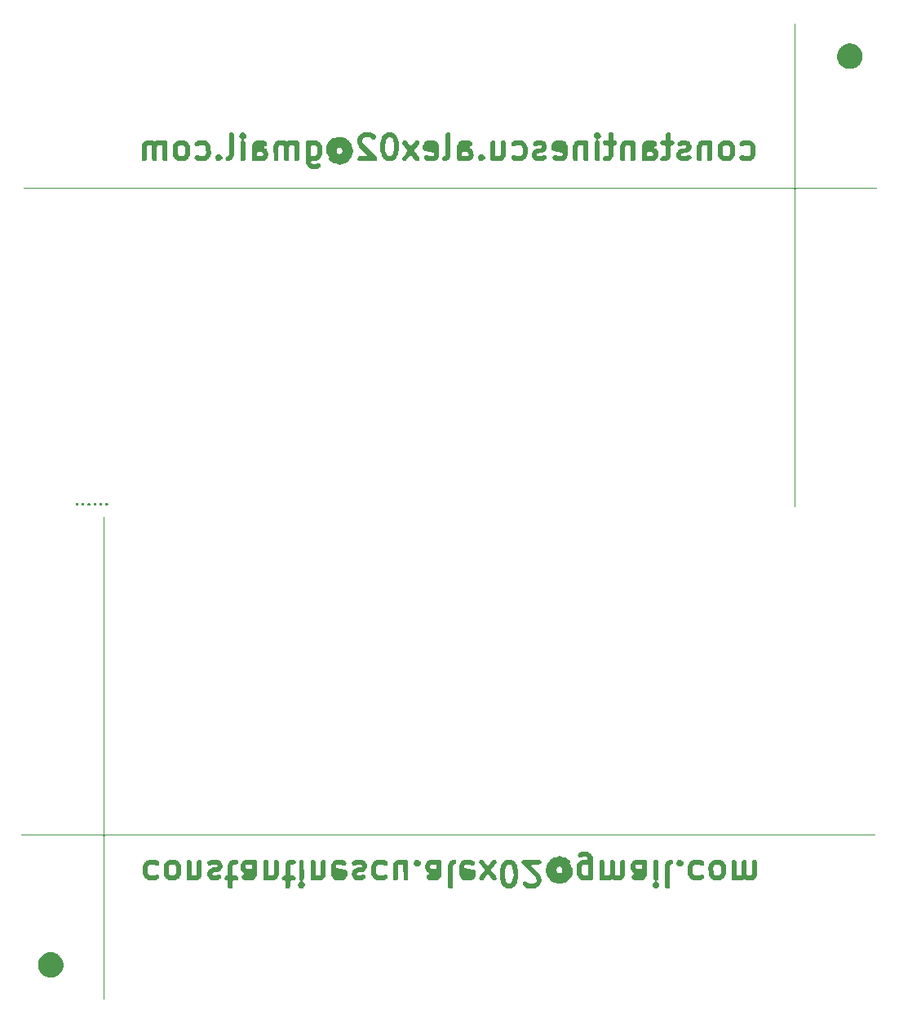
<source format=gbr>
G04 #@! TF.GenerationSoftware,KiCad,Pcbnew,8.0.2*
G04 #@! TF.CreationDate,2024-10-23T21:31:10+03:00*
G04 #@! TF.ProjectId,card_template,63617264-5f74-4656-9d70-6c6174652e6b,00*
G04 #@! TF.SameCoordinates,Original*
G04 #@! TF.FileFunction,Soldermask,Bot*
G04 #@! TF.FilePolarity,Negative*
%FSLAX46Y46*%
G04 Gerber Fmt 4.6, Leading zero omitted, Abs format (unit mm)*
G04 Created by KiCad (PCBNEW 8.0.2) date 2024-10-23 21:31:10*
%MOMM*%
%LPD*%
G01*
G04 APERTURE LIST*
G04 APERTURE END LIST*
G36*
X98265411Y-94011870D02*
G01*
X98274198Y-94011870D01*
X98280411Y-94018083D01*
X98281480Y-94018526D01*
X98294601Y-94031647D01*
X98295043Y-94032715D01*
X98301258Y-94038930D01*
X98301258Y-94047719D01*
X98301702Y-94048790D01*
X98303912Y-126937881D01*
X98377138Y-127011098D01*
X178248923Y-127008064D01*
X178248925Y-127008064D01*
X178255064Y-127008064D01*
X178274198Y-127011870D01*
X178280411Y-127018083D01*
X178281480Y-127018526D01*
X178294601Y-127031647D01*
X178295043Y-127032715D01*
X178301258Y-127038930D01*
X178301258Y-127047716D01*
X178301701Y-127048786D01*
X178301701Y-127067341D01*
X178301258Y-127068410D01*
X178301258Y-127077198D01*
X178295043Y-127083412D01*
X178294601Y-127084480D01*
X178281480Y-127097601D01*
X178280413Y-127098042D01*
X178274198Y-127104258D01*
X178265406Y-127104258D01*
X178264338Y-127104701D01*
X98377150Y-127107736D01*
X98303930Y-127180964D01*
X98305058Y-143992279D01*
X98305064Y-144058064D01*
X98301258Y-144077198D01*
X98295042Y-144083413D01*
X98294601Y-144084480D01*
X98281480Y-144097601D01*
X98280412Y-144098043D01*
X98274198Y-144104258D01*
X98265410Y-144104258D01*
X98264341Y-144104701D01*
X98245787Y-144104701D01*
X98244718Y-144104258D01*
X98235930Y-144104258D01*
X98229715Y-144098043D01*
X98228647Y-144097601D01*
X98215526Y-144084480D01*
X98215083Y-144083411D01*
X98208870Y-144077198D01*
X98208869Y-144068409D01*
X98208425Y-144067337D01*
X98207290Y-127180962D01*
X98134064Y-127107745D01*
X89907920Y-127108057D01*
X89755064Y-127108064D01*
X89735930Y-127104258D01*
X89729715Y-127098043D01*
X89728647Y-127097601D01*
X89715526Y-127084480D01*
X89715083Y-127083411D01*
X89708870Y-127077198D01*
X89708870Y-127068410D01*
X89708427Y-127067341D01*
X89708427Y-127048786D01*
X89708870Y-127047716D01*
X89708870Y-127038930D01*
X89715082Y-127032717D01*
X89715526Y-127031647D01*
X89728647Y-127018526D01*
X89729717Y-127018082D01*
X89735930Y-127011870D01*
X89744717Y-127011869D01*
X89745789Y-127011426D01*
X98134053Y-127011107D01*
X98207273Y-126937879D01*
X98205064Y-94064202D01*
X98205064Y-94064197D01*
X98205064Y-94058064D01*
X98208870Y-94038930D01*
X98215082Y-94032717D01*
X98215526Y-94031647D01*
X98228647Y-94018526D01*
X98229717Y-94018082D01*
X98235930Y-94011870D01*
X98244717Y-94011870D01*
X98245787Y-94011427D01*
X98264341Y-94011427D01*
X98265411Y-94011870D01*
G37*
G36*
X92806453Y-139183939D02*
G01*
X92859054Y-139183939D01*
X92917028Y-139193613D01*
X92979389Y-139199069D01*
X93028362Y-139212191D01*
X93074181Y-139219837D01*
X93135643Y-139240937D01*
X93201809Y-139258666D01*
X93242341Y-139277566D01*
X93280467Y-139290655D01*
X93343106Y-139324554D01*
X93410500Y-139355980D01*
X93442226Y-139378195D01*
X93472281Y-139394460D01*
X93533465Y-139442081D01*
X93599122Y-139488055D01*
X93622259Y-139511192D01*
X93644396Y-139528422D01*
X93701261Y-139590194D01*
X93761945Y-139650878D01*
X93777262Y-139672754D01*
X93792117Y-139688890D01*
X93841669Y-139764736D01*
X93894020Y-139839500D01*
X93902758Y-139858240D01*
X93911406Y-139871476D01*
X93950658Y-139960962D01*
X93991334Y-140048191D01*
X93995121Y-140062326D01*
X93999020Y-140071214D01*
X94025128Y-140174315D01*
X94050931Y-140270611D01*
X94051678Y-140279159D01*
X94052560Y-140282639D01*
X94062887Y-140407279D01*
X94071000Y-140500000D01*
X94062887Y-140592728D01*
X94052560Y-140717360D01*
X94051679Y-140720838D01*
X94050931Y-140729389D01*
X94025124Y-140825702D01*
X93999020Y-140928785D01*
X93995122Y-140937670D01*
X93991334Y-140951809D01*
X93950651Y-141039053D01*
X93911406Y-141128523D01*
X93902760Y-141141756D01*
X93894020Y-141160500D01*
X93841659Y-141235277D01*
X93792117Y-141311109D01*
X93777265Y-141327241D01*
X93761945Y-141349122D01*
X93701250Y-141409816D01*
X93644396Y-141471577D01*
X93622264Y-141488802D01*
X93599122Y-141511945D01*
X93533453Y-141557927D01*
X93472281Y-141605539D01*
X93442233Y-141621800D01*
X93410500Y-141644020D01*
X93343093Y-141675452D01*
X93280467Y-141709344D01*
X93242349Y-141722429D01*
X93201809Y-141741334D01*
X93135630Y-141759066D01*
X93074181Y-141780162D01*
X93028369Y-141787806D01*
X92979389Y-141800931D01*
X92917025Y-141806387D01*
X92859054Y-141816061D01*
X92806453Y-141816061D01*
X92750000Y-141821000D01*
X92693547Y-141816061D01*
X92640946Y-141816061D01*
X92582974Y-141806387D01*
X92520611Y-141800931D01*
X92471631Y-141787806D01*
X92425818Y-141780162D01*
X92364365Y-141759065D01*
X92298191Y-141741334D01*
X92257653Y-141722431D01*
X92219532Y-141709344D01*
X92156899Y-141675448D01*
X92089500Y-141644020D01*
X92057770Y-141621802D01*
X92027718Y-141605539D01*
X91966536Y-141557920D01*
X91900878Y-141511945D01*
X91877739Y-141488806D01*
X91855603Y-141471577D01*
X91798737Y-141409804D01*
X91738055Y-141349122D01*
X91722737Y-141327246D01*
X91707882Y-141311109D01*
X91658325Y-141235256D01*
X91605980Y-141160500D01*
X91597242Y-141141761D01*
X91588593Y-141128523D01*
X91549331Y-141039017D01*
X91508666Y-140951809D01*
X91504879Y-140937676D01*
X91500979Y-140928785D01*
X91474857Y-140825634D01*
X91449069Y-140729389D01*
X91448321Y-140720844D01*
X91447439Y-140717360D01*
X91437093Y-140592512D01*
X91429000Y-140500000D01*
X91437093Y-140407495D01*
X91447439Y-140282639D01*
X91448321Y-140279153D01*
X91449069Y-140270611D01*
X91474853Y-140174383D01*
X91500979Y-140071214D01*
X91504879Y-140062320D01*
X91508666Y-140048191D01*
X91549324Y-139960998D01*
X91588593Y-139871476D01*
X91597243Y-139858235D01*
X91605980Y-139839500D01*
X91658315Y-139764757D01*
X91707882Y-139688890D01*
X91722740Y-139672749D01*
X91738055Y-139650878D01*
X91798725Y-139590207D01*
X91855603Y-139528422D01*
X91877743Y-139511189D01*
X91900878Y-139488055D01*
X91966524Y-139442088D01*
X92027718Y-139394460D01*
X92057776Y-139378192D01*
X92089500Y-139355980D01*
X92156886Y-139324557D01*
X92219532Y-139290655D01*
X92257661Y-139277565D01*
X92298191Y-139258666D01*
X92364351Y-139240938D01*
X92425818Y-139219837D01*
X92471639Y-139212190D01*
X92520611Y-139199069D01*
X92582970Y-139193613D01*
X92640946Y-139183939D01*
X92693547Y-139183939D01*
X92750000Y-139179000D01*
X92806453Y-139183939D01*
G37*
G36*
X143417157Y-129576976D02*
G01*
X143420296Y-129577285D01*
X143420313Y-129577286D01*
X143456750Y-129580875D01*
X143456755Y-129580876D01*
X143465930Y-129581780D01*
X143467353Y-129582137D01*
X143475869Y-129585664D01*
X143475875Y-129585666D01*
X143546098Y-129614753D01*
X143546103Y-129614756D01*
X143557473Y-129619466D01*
X143559096Y-129620549D01*
X143628070Y-129689523D01*
X143629153Y-129691146D01*
X143633863Y-129702517D01*
X143633865Y-129702520D01*
X143649190Y-129739520D01*
X143666482Y-129781266D01*
X143666863Y-129783179D01*
X143666863Y-129880725D01*
X143666482Y-129882638D01*
X143645881Y-129932372D01*
X143633917Y-129961258D01*
X143629153Y-129972758D01*
X143628070Y-129974381D01*
X143559096Y-130043355D01*
X143557473Y-130044438D01*
X143546099Y-130049149D01*
X143546098Y-130049150D01*
X143541607Y-130051010D01*
X143467353Y-130081767D01*
X143465455Y-130082148D01*
X142696195Y-130084462D01*
X142632706Y-130238901D01*
X143477923Y-131080202D01*
X143478261Y-131080574D01*
X143480254Y-131083003D01*
X143480258Y-131083007D01*
X143486511Y-131090627D01*
X143509352Y-131118459D01*
X143510107Y-131119718D01*
X143513233Y-131127266D01*
X143518587Y-131133439D01*
X143519535Y-131135080D01*
X143523441Y-131146374D01*
X143523443Y-131146376D01*
X143534455Y-131178209D01*
X143535779Y-131181695D01*
X143542360Y-131197585D01*
X143547435Y-131209838D01*
X143547816Y-131211751D01*
X143547816Y-131216832D01*
X143562827Y-131260227D01*
X143562828Y-131260228D01*
X143612074Y-131402586D01*
X143658563Y-131536975D01*
X143658714Y-131537502D01*
X143664118Y-131561274D01*
X143666482Y-131566979D01*
X143666862Y-131568810D01*
X143666943Y-131573695D01*
X143669580Y-131585290D01*
X143669691Y-131586753D01*
X143669036Y-131595951D01*
X143669037Y-131595952D01*
X143667839Y-131612806D01*
X143667691Y-131618288D01*
X143671465Y-131843660D01*
X143671666Y-131855677D01*
X143671643Y-131856251D01*
X143666839Y-131905024D01*
X143666482Y-131906448D01*
X143663354Y-131913996D01*
X143662776Y-131922145D01*
X143662295Y-131923959D01*
X143640973Y-131968276D01*
X143639565Y-131971425D01*
X143629153Y-131996567D01*
X143628069Y-131998190D01*
X143625207Y-132001050D01*
X143525733Y-132207828D01*
X143525458Y-132208324D01*
X143512468Y-132228957D01*
X143510106Y-132234663D01*
X143509099Y-132236207D01*
X143505611Y-132239850D01*
X143499351Y-132249798D01*
X143498395Y-132250912D01*
X143484970Y-132262553D01*
X143480838Y-132266138D01*
X143476624Y-132270151D01*
X143395209Y-132355249D01*
X143358961Y-132393137D01*
X143358520Y-132393546D01*
X143339682Y-132409004D01*
X143335630Y-132413678D01*
X143334155Y-132414840D01*
X143329846Y-132417075D01*
X143320635Y-132424637D01*
X143319376Y-132425391D01*
X143310856Y-132428919D01*
X143310854Y-132428921D01*
X143302493Y-132432383D01*
X143294446Y-132435716D01*
X143289589Y-132437977D01*
X143054585Y-132559997D01*
X143054068Y-132560229D01*
X143008295Y-132577744D01*
X143006862Y-132578061D01*
X142998712Y-132578639D01*
X142991164Y-132581767D01*
X142989287Y-132582148D01*
X142946675Y-132582464D01*
X142942710Y-132582620D01*
X142921845Y-132584103D01*
X142921842Y-132584102D01*
X142909564Y-132584976D01*
X142907628Y-132584732D01*
X142901832Y-132582800D01*
X142345276Y-132586952D01*
X142344749Y-132586928D01*
X142295976Y-132582124D01*
X142294552Y-132581767D01*
X142287002Y-132578639D01*
X142278854Y-132578061D01*
X142277040Y-132577580D01*
X142232734Y-132556265D01*
X142229588Y-132554857D01*
X142224928Y-132552927D01*
X142215808Y-132549150D01*
X142215806Y-132549148D01*
X142204433Y-132544438D01*
X142202810Y-132543355D01*
X142199947Y-132540492D01*
X141993172Y-132441017D01*
X141992676Y-132440742D01*
X141972042Y-132427752D01*
X141966340Y-132425391D01*
X141964797Y-132424385D01*
X141961150Y-132420896D01*
X141951201Y-132414633D01*
X141950088Y-132413678D01*
X141934851Y-132396110D01*
X141930839Y-132391897D01*
X141807864Y-132274247D01*
X141807455Y-132273806D01*
X141804453Y-132270149D01*
X141782214Y-132243050D01*
X141776364Y-132235922D01*
X141775610Y-132234663D01*
X141772082Y-132226146D01*
X141772080Y-132226143D01*
X141742992Y-132155917D01*
X141742991Y-132155915D01*
X141738281Y-132144543D01*
X141737900Y-132142630D01*
X141737899Y-132130322D01*
X141737899Y-132130318D01*
X141737899Y-132057396D01*
X141737899Y-132057395D01*
X141737899Y-132045086D01*
X141738280Y-132043173D01*
X141742988Y-132031805D01*
X141742990Y-132031798D01*
X141770897Y-131964425D01*
X141770901Y-131964418D01*
X141775609Y-131953053D01*
X141776692Y-131951430D01*
X141785396Y-131942725D01*
X141785398Y-131942723D01*
X141836961Y-131891159D01*
X141836964Y-131891156D01*
X141845667Y-131882454D01*
X141847290Y-131881371D01*
X141858657Y-131876662D01*
X141858661Y-131876660D01*
X141926035Y-131848753D01*
X141926038Y-131848752D01*
X141937410Y-131844042D01*
X141939323Y-131843661D01*
X141951629Y-131843660D01*
X141951634Y-131843660D01*
X142024556Y-131843660D01*
X142036867Y-131843660D01*
X142038780Y-131844041D01*
X142050148Y-131848749D01*
X142050154Y-131848751D01*
X142118173Y-131876926D01*
X142118176Y-131876927D01*
X142128900Y-131881370D01*
X142130443Y-131882376D01*
X142138830Y-131890400D01*
X142138833Y-131890402D01*
X142256319Y-132002801D01*
X142272528Y-132014029D01*
X142398288Y-132074530D01*
X142426204Y-132080787D01*
X142871097Y-132077467D01*
X142899824Y-132070340D01*
X143024634Y-132005537D01*
X143041101Y-131993195D01*
X143053931Y-131979785D01*
X143076316Y-131956387D01*
X143087517Y-131944679D01*
X143098746Y-131928468D01*
X143158073Y-131805148D01*
X143164327Y-131776623D01*
X143162358Y-131659012D01*
X143158911Y-131639503D01*
X143149231Y-131611523D01*
X143136830Y-131575674D01*
X143077236Y-131403406D01*
X143062067Y-131379231D01*
X143030174Y-131347486D01*
X141688744Y-130012273D01*
X141688406Y-130011901D01*
X141657320Y-129974021D01*
X141657374Y-129973976D01*
X141656562Y-129972758D01*
X141651852Y-129961388D01*
X141651851Y-129961386D01*
X141623944Y-129894012D01*
X141623943Y-129894010D01*
X141619233Y-129882638D01*
X141618852Y-129880725D01*
X141618852Y-129783179D01*
X141619233Y-129781266D01*
X141623939Y-129769902D01*
X141623942Y-129769892D01*
X141649594Y-129707966D01*
X141651848Y-129702522D01*
X141651851Y-129702516D01*
X141656561Y-129691147D01*
X141657644Y-129689524D01*
X141726619Y-129620549D01*
X141728242Y-129619466D01*
X141739609Y-129614757D01*
X141739616Y-129614753D01*
X141807076Y-129586811D01*
X141807079Y-129586810D01*
X141818362Y-129582137D01*
X141820260Y-129581756D01*
X141832474Y-129581719D01*
X141832476Y-129581719D01*
X143413476Y-129576961D01*
X143413487Y-129576961D01*
X143416652Y-129576952D01*
X143417157Y-129576976D01*
G37*
G36*
X140440967Y-129576976D02*
G01*
X140444527Y-129577326D01*
X140444535Y-129577327D01*
X140480564Y-129580876D01*
X140480565Y-129580876D01*
X140489740Y-129581780D01*
X140491163Y-129582137D01*
X140498711Y-129585263D01*
X140506863Y-129585843D01*
X140508676Y-129586324D01*
X140519333Y-129591450D01*
X140519334Y-129591451D01*
X140524521Y-129593946D01*
X140552997Y-129607645D01*
X140556128Y-129609045D01*
X140560807Y-129610984D01*
X140569905Y-129614752D01*
X140569907Y-129614753D01*
X140581283Y-129619466D01*
X140582906Y-129620549D01*
X140585767Y-129623410D01*
X140627302Y-129643392D01*
X140627303Y-129643392D01*
X140761527Y-129707965D01*
X140792544Y-129722887D01*
X140793040Y-129723162D01*
X140813672Y-129736149D01*
X140819379Y-129738514D01*
X140820921Y-129739520D01*
X140824566Y-129743007D01*
X140834516Y-129749271D01*
X140835629Y-129750226D01*
X140841667Y-129757188D01*
X140841668Y-129757189D01*
X140850865Y-129767792D01*
X140854877Y-129772005D01*
X140975076Y-129887000D01*
X140977853Y-129889657D01*
X140978262Y-129890098D01*
X140993728Y-129908945D01*
X140998394Y-129912991D01*
X140999556Y-129914464D01*
X141001790Y-129918767D01*
X141009353Y-129927983D01*
X141010107Y-129929242D01*
X141013634Y-129937758D01*
X141013636Y-129937761D01*
X141020432Y-129954169D01*
X141022696Y-129959032D01*
X141144713Y-130194035D01*
X141144945Y-130194552D01*
X141146066Y-130197482D01*
X141146732Y-130198381D01*
X141147554Y-130200102D01*
X141148575Y-130204040D01*
X141162460Y-130240324D01*
X141162777Y-130241757D01*
X141164034Y-130259455D01*
X141165881Y-130270735D01*
X141283091Y-130722443D01*
X141283197Y-130722968D01*
X141284356Y-130730813D01*
X141285530Y-130733646D01*
X141285911Y-130735523D01*
X141285956Y-130741632D01*
X141290365Y-130771450D01*
X141290365Y-130772917D01*
X141288660Y-130784370D01*
X141287105Y-130794819D01*
X141286424Y-130804497D01*
X141290715Y-131379534D01*
X141290691Y-131380062D01*
X141289912Y-131387956D01*
X141290364Y-131390986D01*
X141290280Y-131392893D01*
X141288835Y-131398896D01*
X141285887Y-131428834D01*
X141285530Y-131430258D01*
X141277296Y-131450131D01*
X141274270Y-131459436D01*
X141164065Y-131917564D01*
X141163912Y-131918079D01*
X141162856Y-131921030D01*
X141162778Y-131922144D01*
X141162295Y-131923961D01*
X141160411Y-131927874D01*
X141147423Y-131964228D01*
X141146731Y-131965523D01*
X141137640Y-131977790D01*
X141131522Y-131987923D01*
X141025733Y-132207828D01*
X141025458Y-132208324D01*
X141012473Y-132228949D01*
X141010108Y-132234662D01*
X141009101Y-132236206D01*
X141005608Y-132239855D01*
X140999350Y-132249799D01*
X140998394Y-132250913D01*
X140980837Y-132266138D01*
X140976625Y-132270149D01*
X140896684Y-132353708D01*
X140858963Y-132393137D01*
X140858522Y-132393546D01*
X140839675Y-132409011D01*
X140835629Y-132413678D01*
X140834156Y-132414840D01*
X140829848Y-132417076D01*
X140820637Y-132424636D01*
X140819378Y-132425390D01*
X140810858Y-132428918D01*
X140810859Y-132428918D01*
X140794458Y-132435711D01*
X140789592Y-132437976D01*
X140554584Y-132559997D01*
X140554067Y-132560229D01*
X140508295Y-132577744D01*
X140506862Y-132578061D01*
X140498712Y-132578639D01*
X140491164Y-132581767D01*
X140489334Y-132582147D01*
X140477549Y-132582343D01*
X140477549Y-132582344D01*
X140438749Y-132582993D01*
X140435358Y-132583142D01*
X140421845Y-132584103D01*
X140421841Y-132584102D01*
X140409563Y-132584976D01*
X140407627Y-132584732D01*
X140404150Y-132583573D01*
X140357913Y-132584347D01*
X140357913Y-132584348D01*
X140206061Y-132586891D01*
X140206057Y-132586890D01*
X140202466Y-132586951D01*
X140201892Y-132586928D01*
X140153119Y-132582124D01*
X140151695Y-132581767D01*
X140144145Y-132578639D01*
X140135997Y-132578061D01*
X140134183Y-132577580D01*
X140089877Y-132556265D01*
X140086731Y-132554857D01*
X140082071Y-132552927D01*
X140072951Y-132549150D01*
X140072949Y-132549148D01*
X140061576Y-132544438D01*
X140059953Y-132543355D01*
X140057090Y-132540492D01*
X139850315Y-132441017D01*
X139849819Y-132440742D01*
X139829185Y-132427752D01*
X139823483Y-132425391D01*
X139821940Y-132424385D01*
X139818293Y-132420896D01*
X139808344Y-132414633D01*
X139807231Y-132413678D01*
X139791994Y-132396110D01*
X139787982Y-132391897D01*
X139665007Y-132274247D01*
X139664598Y-132273806D01*
X139649130Y-132254959D01*
X139644464Y-132250912D01*
X139643302Y-132249439D01*
X139641065Y-132245132D01*
X139633507Y-132235922D01*
X139632753Y-132234664D01*
X139629223Y-132226143D01*
X139622426Y-132209737D01*
X139620153Y-132204856D01*
X139592109Y-132150843D01*
X139498147Y-131969868D01*
X139497916Y-131969352D01*
X139496794Y-131966423D01*
X139496128Y-131965523D01*
X139495306Y-131963803D01*
X139494281Y-131959856D01*
X139480400Y-131923578D01*
X139480083Y-131922146D01*
X139479429Y-131912953D01*
X139479427Y-131912943D01*
X139478823Y-131904443D01*
X139476975Y-131893162D01*
X139378473Y-131513547D01*
X139369367Y-131478455D01*
X139369367Y-131478454D01*
X139359768Y-131441461D01*
X139359662Y-131440936D01*
X139358501Y-131433087D01*
X139357329Y-131430257D01*
X139356948Y-131428382D01*
X139356901Y-131422270D01*
X139352494Y-131392454D01*
X139352494Y-131390987D01*
X139353849Y-131381872D01*
X139353850Y-131381864D01*
X139355753Y-131369075D01*
X139356433Y-131359399D01*
X139356278Y-131338617D01*
X139352553Y-130839199D01*
X139858112Y-130839199D01*
X139861969Y-131356251D01*
X139863975Y-131371520D01*
X139963112Y-131753578D01*
X139968585Y-131774669D01*
X139973625Y-131787806D01*
X140027287Y-131891159D01*
X140052601Y-131939915D01*
X140064947Y-131956387D01*
X140087318Y-131977790D01*
X140113460Y-132002800D01*
X140129670Y-132014028D01*
X140252995Y-132073358D01*
X140281520Y-132079612D01*
X140336314Y-132078694D01*
X140370417Y-132078123D01*
X140398537Y-132071008D01*
X140524636Y-132005536D01*
X140541103Y-131993194D01*
X140553932Y-131979785D01*
X140576317Y-131956387D01*
X140587517Y-131944680D01*
X140598746Y-131928469D01*
X140672736Y-131774669D01*
X140681179Y-131757116D01*
X140685634Y-131744613D01*
X140771045Y-131389566D01*
X140783007Y-131339841D01*
X140784745Y-131324701D01*
X140784695Y-131318016D01*
X140780887Y-130807649D01*
X140778881Y-130792376D01*
X140674272Y-130389228D01*
X140669236Y-130376102D01*
X140590253Y-130223982D01*
X140577911Y-130207516D01*
X140573348Y-130203151D01*
X140534218Y-130165714D01*
X140529396Y-130161101D01*
X140513185Y-130149872D01*
X140389864Y-130090544D01*
X140361339Y-130084290D01*
X140303808Y-130085252D01*
X140272442Y-130085778D01*
X140244318Y-130092894D01*
X140190387Y-130120896D01*
X140118226Y-130158363D01*
X140101754Y-130170709D01*
X140055340Y-130219223D01*
X140044111Y-130235434D01*
X140021452Y-130282534D01*
X139961678Y-130406784D01*
X139957223Y-130419287D01*
X139870232Y-130780904D01*
X139859850Y-130824061D01*
X139858112Y-130839199D01*
X139352553Y-130839199D01*
X139352144Y-130784370D01*
X139352168Y-130783843D01*
X139352945Y-130775950D01*
X139352494Y-130772917D01*
X139352579Y-130771012D01*
X139354022Y-130765008D01*
X139356972Y-130735070D01*
X139357329Y-130733647D01*
X139360852Y-130725138D01*
X139360856Y-130725125D01*
X139365561Y-130713767D01*
X139368587Y-130704459D01*
X139469107Y-130286610D01*
X139469108Y-130286609D01*
X139478796Y-130246338D01*
X139478948Y-130245825D01*
X139480003Y-130242869D01*
X139480083Y-130241756D01*
X139480564Y-130239945D01*
X139482450Y-130236020D01*
X139488081Y-130220259D01*
X139488086Y-130220244D01*
X139492335Y-130208354D01*
X139492338Y-130208346D01*
X139495438Y-130199674D01*
X139496129Y-130198379D01*
X139501612Y-130190978D01*
X139501617Y-130190969D01*
X139505226Y-130186099D01*
X139511340Y-130175968D01*
X139615239Y-129959998D01*
X139615239Y-129959996D01*
X139617126Y-129956076D01*
X139617400Y-129955581D01*
X139630387Y-129934947D01*
X139632753Y-129929240D01*
X139633759Y-129927698D01*
X139637249Y-129924048D01*
X139643510Y-129914105D01*
X139644465Y-129912992D01*
X139651420Y-129906958D01*
X139651429Y-129906949D01*
X139662029Y-129897756D01*
X139666240Y-129893746D01*
X139666247Y-129893739D01*
X139720250Y-129837293D01*
X139781256Y-129773527D01*
X139781257Y-129773525D01*
X139783898Y-129770766D01*
X139784339Y-129770357D01*
X139803184Y-129754890D01*
X139807231Y-129750226D01*
X139808704Y-129749065D01*
X139813006Y-129746830D01*
X139822224Y-129739267D01*
X139823483Y-129738513D01*
X139831990Y-129734988D01*
X139832000Y-129734983D01*
X139848406Y-129728187D01*
X139853288Y-129725914D01*
X139854964Y-129725044D01*
X139915962Y-129693373D01*
X140085114Y-129605547D01*
X140085131Y-129605539D01*
X140088275Y-129603907D01*
X140088792Y-129603675D01*
X140134564Y-129586160D01*
X140135996Y-129585843D01*
X140144143Y-129585263D01*
X140151696Y-129582136D01*
X140153525Y-129581757D01*
X140165297Y-129581559D01*
X140165306Y-129581558D01*
X140204117Y-129580908D01*
X140207498Y-129580760D01*
X140221021Y-129579799D01*
X140221027Y-129579799D01*
X140233297Y-129578928D01*
X140235231Y-129579171D01*
X140238708Y-129580329D01*
X140284832Y-129579556D01*
X140284834Y-129579556D01*
X140436798Y-129577012D01*
X140436818Y-129577012D01*
X140440393Y-129576953D01*
X140440967Y-129576976D01*
G37*
G36*
X118824496Y-129582137D02*
G01*
X118835868Y-129586847D01*
X118835870Y-129586848D01*
X118903241Y-129614753D01*
X118903246Y-129614756D01*
X118914616Y-129619466D01*
X118916239Y-129620549D01*
X118985213Y-129689523D01*
X118986296Y-129691146D01*
X118991006Y-129702517D01*
X118991008Y-129702520D01*
X119014469Y-129759161D01*
X119023625Y-129781266D01*
X119024006Y-129783165D01*
X119028810Y-131498605D01*
X119028786Y-131499109D01*
X119023982Y-131547882D01*
X119023625Y-131549305D01*
X119020094Y-131557827D01*
X119020095Y-131557827D01*
X118993987Y-131620859D01*
X118986296Y-131639425D01*
X118985213Y-131641048D01*
X118916239Y-131710022D01*
X118916229Y-131710028D01*
X118881294Y-131744964D01*
X118882457Y-131850134D01*
X119035516Y-131996567D01*
X119073090Y-132032514D01*
X119073499Y-132032955D01*
X119104590Y-132070840D01*
X119105344Y-132072099D01*
X119108869Y-132080611D01*
X119108875Y-132080620D01*
X119118373Y-132103551D01*
X119137962Y-132150844D01*
X119137963Y-132150849D01*
X119142672Y-132162218D01*
X119143053Y-132164131D01*
X119143054Y-132261675D01*
X119142673Y-132263588D01*
X119126515Y-132302596D01*
X119105344Y-132353709D01*
X119104289Y-132355249D01*
X119104315Y-132355274D01*
X118954200Y-132512184D01*
X118953759Y-132512593D01*
X118915875Y-132543684D01*
X118914616Y-132544438D01*
X118824496Y-132581767D01*
X118822583Y-132582148D01*
X118725039Y-132582149D01*
X118723126Y-132581768D01*
X118711754Y-132577057D01*
X118711751Y-132577057D01*
X118658150Y-132554854D01*
X118633006Y-132544439D01*
X118631447Y-132543399D01*
X118631438Y-132543409D01*
X118631381Y-132543355D01*
X118631358Y-132543332D01*
X118625284Y-132537521D01*
X118625279Y-132537517D01*
X118477244Y-132395892D01*
X118477239Y-132395887D01*
X118474529Y-132393294D01*
X118474120Y-132392853D01*
X118471739Y-132389951D01*
X118471731Y-132389943D01*
X118459041Y-132374478D01*
X118443030Y-132354968D01*
X118443085Y-132354922D01*
X118442275Y-132353708D01*
X118433466Y-132332442D01*
X118409656Y-132274962D01*
X118409654Y-132274956D01*
X118404946Y-132263588D01*
X118404565Y-132261675D01*
X118404565Y-132226143D01*
X118404565Y-132176442D01*
X118404565Y-132176437D01*
X118404566Y-132164131D01*
X118404947Y-132162218D01*
X118409658Y-132150844D01*
X118409658Y-132150843D01*
X118437832Y-132082825D01*
X118437833Y-132082821D01*
X118442276Y-132072098D01*
X118443282Y-132070555D01*
X118451306Y-132062167D01*
X118451310Y-132062162D01*
X118590813Y-131916347D01*
X118590829Y-131916331D01*
X118593421Y-131913623D01*
X118593862Y-131913214D01*
X118596763Y-131910832D01*
X118596772Y-131910825D01*
X118662294Y-131857050D01*
X118667729Y-131746369D01*
X118631385Y-131710024D01*
X118631381Y-131710022D01*
X118562407Y-131641048D01*
X118561324Y-131639425D01*
X118556614Y-131628055D01*
X118556611Y-131628050D01*
X118528672Y-131560598D01*
X118528671Y-131560594D01*
X118523995Y-131549305D01*
X118523614Y-131547406D01*
X118518810Y-129831966D01*
X118518834Y-129831462D01*
X118519143Y-129828320D01*
X118522733Y-129791868D01*
X118522734Y-129791862D01*
X118523638Y-129782689D01*
X118523995Y-129781266D01*
X118527521Y-129772751D01*
X118527524Y-129772743D01*
X118556611Y-129702520D01*
X118556615Y-129702513D01*
X118561324Y-129691146D01*
X118562407Y-129689523D01*
X118631381Y-129620549D01*
X118633004Y-129619466D01*
X118644371Y-129614757D01*
X118644378Y-129614753D01*
X118711749Y-129586848D01*
X118711752Y-129586847D01*
X118723124Y-129582137D01*
X118725037Y-129581756D01*
X118822583Y-129581756D01*
X118824496Y-129582137D01*
G37*
G36*
X155610211Y-129582137D02*
G01*
X155621583Y-129586847D01*
X155621585Y-129586848D01*
X155688956Y-129614753D01*
X155688961Y-129614756D01*
X155700331Y-129619466D01*
X155701954Y-129620549D01*
X155770928Y-129689523D01*
X155772011Y-129691146D01*
X155776721Y-129702517D01*
X155776723Y-129702520D01*
X155800184Y-129759161D01*
X155809340Y-129781266D01*
X155809721Y-129783165D01*
X155814525Y-131498605D01*
X155814501Y-131499109D01*
X155809697Y-131547882D01*
X155809340Y-131549305D01*
X155805809Y-131557827D01*
X155805810Y-131557827D01*
X155779702Y-131620859D01*
X155772011Y-131639425D01*
X155770928Y-131641048D01*
X155701954Y-131710022D01*
X155701944Y-131710028D01*
X155667009Y-131744964D01*
X155668172Y-131850134D01*
X155821231Y-131996567D01*
X155858805Y-132032514D01*
X155859214Y-132032955D01*
X155890305Y-132070840D01*
X155891059Y-132072099D01*
X155894584Y-132080611D01*
X155894590Y-132080620D01*
X155904088Y-132103551D01*
X155923677Y-132150844D01*
X155923678Y-132150849D01*
X155928387Y-132162218D01*
X155928768Y-132164131D01*
X155928769Y-132261675D01*
X155928388Y-132263588D01*
X155912230Y-132302596D01*
X155891059Y-132353709D01*
X155890004Y-132355249D01*
X155890030Y-132355274D01*
X155739915Y-132512184D01*
X155739474Y-132512593D01*
X155701590Y-132543684D01*
X155700331Y-132544438D01*
X155610211Y-132581767D01*
X155608298Y-132582148D01*
X155510754Y-132582149D01*
X155508841Y-132581768D01*
X155497469Y-132577057D01*
X155497466Y-132577057D01*
X155443865Y-132554854D01*
X155418721Y-132544439D01*
X155417162Y-132543399D01*
X155417153Y-132543409D01*
X155417096Y-132543355D01*
X155417073Y-132543332D01*
X155410999Y-132537521D01*
X155410994Y-132537517D01*
X155262959Y-132395892D01*
X155262954Y-132395887D01*
X155260244Y-132393294D01*
X155259835Y-132392853D01*
X155257454Y-132389951D01*
X155257446Y-132389943D01*
X155244756Y-132374478D01*
X155228745Y-132354968D01*
X155228800Y-132354922D01*
X155227990Y-132353708D01*
X155219181Y-132332442D01*
X155195371Y-132274962D01*
X155195369Y-132274956D01*
X155190661Y-132263588D01*
X155190280Y-132261675D01*
X155190280Y-132226143D01*
X155190280Y-132176442D01*
X155190280Y-132176437D01*
X155190281Y-132164131D01*
X155190662Y-132162218D01*
X155195373Y-132150844D01*
X155195373Y-132150843D01*
X155223547Y-132082825D01*
X155223548Y-132082821D01*
X155227991Y-132072098D01*
X155228997Y-132070555D01*
X155237021Y-132062167D01*
X155237025Y-132062162D01*
X155376528Y-131916347D01*
X155376544Y-131916331D01*
X155379136Y-131913623D01*
X155379577Y-131913214D01*
X155382478Y-131910832D01*
X155382487Y-131910825D01*
X155448009Y-131857050D01*
X155453444Y-131746369D01*
X155417100Y-131710024D01*
X155417096Y-131710022D01*
X155348122Y-131641048D01*
X155347039Y-131639425D01*
X155342329Y-131628055D01*
X155342326Y-131628050D01*
X155314387Y-131560598D01*
X155314386Y-131560594D01*
X155309710Y-131549305D01*
X155309329Y-131547406D01*
X155304525Y-129831966D01*
X155304549Y-129831462D01*
X155304858Y-129828320D01*
X155308448Y-129791868D01*
X155308449Y-129791862D01*
X155309353Y-129782689D01*
X155309710Y-129781266D01*
X155313236Y-129772751D01*
X155313239Y-129772743D01*
X155342326Y-129702520D01*
X155342330Y-129702513D01*
X155347039Y-129691146D01*
X155348122Y-129689523D01*
X155417096Y-129620549D01*
X155418719Y-129619466D01*
X155430086Y-129614757D01*
X155430093Y-129614753D01*
X155497464Y-129586848D01*
X155497467Y-129586847D01*
X155508839Y-129582137D01*
X155510752Y-129581756D01*
X155608298Y-129581756D01*
X155610211Y-129582137D01*
G37*
G36*
X111988586Y-129576976D02*
G01*
X111992146Y-129577326D01*
X111992154Y-129577327D01*
X112028179Y-129580875D01*
X112028184Y-129580876D01*
X112037359Y-129581780D01*
X112038782Y-129582137D01*
X112047298Y-129585664D01*
X112047304Y-129585666D01*
X112117527Y-129614753D01*
X112117532Y-129614756D01*
X112128902Y-129619466D01*
X112130525Y-129620549D01*
X112199499Y-129689523D01*
X112200582Y-129691146D01*
X112205292Y-129702517D01*
X112205294Y-129702520D01*
X112220619Y-129739520D01*
X112237911Y-129781266D01*
X112238292Y-129783179D01*
X112238292Y-129880725D01*
X112237911Y-129882638D01*
X112217310Y-129932372D01*
X112205346Y-129961258D01*
X112200582Y-129972758D01*
X112199499Y-129974381D01*
X112130525Y-130043355D01*
X112128902Y-130044438D01*
X112117528Y-130049149D01*
X112117527Y-130049150D01*
X112113036Y-130051010D01*
X112038782Y-130081767D01*
X112036953Y-130082147D01*
X112025168Y-130082344D01*
X112025165Y-130082345D01*
X111914801Y-130084192D01*
X111820057Y-130085778D01*
X111791937Y-130092893D01*
X111717793Y-130131390D01*
X111689551Y-130160507D01*
X111667102Y-130207172D01*
X111649597Y-130243559D01*
X111643340Y-130271139D01*
X111645315Y-131171807D01*
X111718928Y-131244908D01*
X111984850Y-131243634D01*
X111984858Y-131243634D01*
X111988072Y-131243619D01*
X111988586Y-131243643D01*
X111991792Y-131243958D01*
X111991796Y-131243959D01*
X112028179Y-131247542D01*
X112028184Y-131247543D01*
X112037359Y-131248447D01*
X112038782Y-131248804D01*
X112047298Y-131252331D01*
X112047304Y-131252333D01*
X112117527Y-131281420D01*
X112117532Y-131281423D01*
X112128902Y-131286133D01*
X112130525Y-131287216D01*
X112199499Y-131356190D01*
X112200582Y-131357813D01*
X112205292Y-131369184D01*
X112205294Y-131369187D01*
X112222943Y-131411796D01*
X112237911Y-131447933D01*
X112238292Y-131449846D01*
X112238292Y-131547392D01*
X112237911Y-131549305D01*
X112215926Y-131602382D01*
X112208273Y-131620859D01*
X112200582Y-131639425D01*
X112199499Y-131641048D01*
X112130525Y-131710022D01*
X112128902Y-131711105D01*
X112117528Y-131715816D01*
X112117527Y-131715817D01*
X112112551Y-131717878D01*
X112038782Y-131748434D01*
X112036893Y-131748815D01*
X111785474Y-131750020D01*
X111719575Y-131750337D01*
X111646743Y-131823680D01*
X111647677Y-132249277D01*
X111647858Y-132331941D01*
X111647834Y-132332442D01*
X111643030Y-132381215D01*
X111642673Y-132382638D01*
X111639142Y-132391160D01*
X111639143Y-132391160D01*
X111618606Y-132440742D01*
X111605344Y-132472758D01*
X111604261Y-132474381D01*
X111535287Y-132543355D01*
X111533664Y-132544438D01*
X111522290Y-132549149D01*
X111522289Y-132549150D01*
X111508518Y-132554854D01*
X111443544Y-132581767D01*
X111441631Y-132582148D01*
X111429319Y-132582148D01*
X111356397Y-132582148D01*
X111344085Y-132582148D01*
X111342172Y-132581767D01*
X111293231Y-132561495D01*
X111263426Y-132549150D01*
X111263423Y-132549148D01*
X111252052Y-132544438D01*
X111250429Y-132543355D01*
X111181455Y-132474381D01*
X111180372Y-132472758D01*
X111175662Y-132461388D01*
X111175659Y-132461383D01*
X111147727Y-132393948D01*
X111147726Y-132393944D01*
X111143043Y-132382638D01*
X111142662Y-132380736D01*
X111142548Y-132328807D01*
X111141451Y-131828947D01*
X111076717Y-131757681D01*
X111035233Y-131753595D01*
X111035225Y-131753595D01*
X110986452Y-131748791D01*
X110985029Y-131748434D01*
X110976508Y-131744904D01*
X110976506Y-131744904D01*
X110906283Y-131715817D01*
X110906280Y-131715815D01*
X110894909Y-131711105D01*
X110893286Y-131710022D01*
X110824312Y-131641048D01*
X110823229Y-131639425D01*
X110818519Y-131628055D01*
X110818516Y-131628050D01*
X110790611Y-131560679D01*
X110790610Y-131560677D01*
X110785900Y-131549305D01*
X110785519Y-131547392D01*
X110785519Y-131449846D01*
X110785900Y-131447933D01*
X110790610Y-131436561D01*
X110790611Y-131436558D01*
X110818516Y-131369187D01*
X110818520Y-131369180D01*
X110823229Y-131357813D01*
X110824312Y-131356190D01*
X110893286Y-131287216D01*
X110894909Y-131286133D01*
X110906276Y-131281424D01*
X110906283Y-131281420D01*
X110973794Y-131253457D01*
X110973797Y-131253456D01*
X110985029Y-131248804D01*
X110986918Y-131248423D01*
X110999075Y-131248364D01*
X110999078Y-131248364D01*
X111067188Y-131248035D01*
X111140017Y-131174693D01*
X111137864Y-130192239D01*
X111137864Y-130192221D01*
X111137858Y-130189106D01*
X111137882Y-130188605D01*
X111138188Y-130185493D01*
X111138189Y-130185483D01*
X111141782Y-130149009D01*
X111141782Y-130149008D01*
X111142686Y-130139832D01*
X111143042Y-130138409D01*
X111146169Y-130130856D01*
X111146749Y-130122709D01*
X111147230Y-130120896D01*
X111168542Y-130076590D01*
X111169952Y-130073441D01*
X111175662Y-130059654D01*
X111175666Y-130059646D01*
X111180372Y-130048289D01*
X111181455Y-130046667D01*
X111184315Y-130043805D01*
X111250156Y-129906946D01*
X111270638Y-129864371D01*
X111270638Y-129864369D01*
X111283792Y-129837029D01*
X111284067Y-129836533D01*
X111288877Y-129828890D01*
X111289971Y-129825611D01*
X111290936Y-129823918D01*
X111294846Y-129819407D01*
X111310176Y-129795058D01*
X111311131Y-129793945D01*
X111318093Y-129787905D01*
X111318095Y-129787904D01*
X111324108Y-129782689D01*
X111331190Y-129776545D01*
X111337452Y-129770283D01*
X111337704Y-129769993D01*
X111339947Y-129767405D01*
X111347098Y-129759161D01*
X111347100Y-129759158D01*
X111354849Y-129750226D01*
X111356322Y-129749065D01*
X111366816Y-129743614D01*
X111367922Y-129742743D01*
X111370807Y-129740784D01*
X111375523Y-129738095D01*
X111384822Y-129730033D01*
X111386517Y-129729067D01*
X111398189Y-129725175D01*
X111398196Y-129725172D01*
X111405087Y-129722875D01*
X111414131Y-129719047D01*
X111632732Y-129605547D01*
X111632749Y-129605539D01*
X111635893Y-129603907D01*
X111636410Y-129603675D01*
X111682182Y-129586160D01*
X111683614Y-129585843D01*
X111691761Y-129585263D01*
X111699314Y-129582136D01*
X111701143Y-129581757D01*
X111712915Y-129581559D01*
X111712924Y-129581558D01*
X111751735Y-129580908D01*
X111755116Y-129580760D01*
X111768639Y-129579799D01*
X111768645Y-129579799D01*
X111780915Y-129578928D01*
X111782849Y-129579171D01*
X111786326Y-129580329D01*
X111832450Y-129579556D01*
X111832452Y-129579556D01*
X111984417Y-129577012D01*
X111984437Y-129577012D01*
X111988012Y-129576953D01*
X111988586Y-129576976D01*
G37*
G36*
X117940967Y-129576976D02*
G01*
X117944527Y-129577326D01*
X117944535Y-129577327D01*
X117980560Y-129580875D01*
X117980565Y-129580876D01*
X117989740Y-129581780D01*
X117991163Y-129582137D01*
X117999679Y-129585664D01*
X117999685Y-129585666D01*
X118069908Y-129614753D01*
X118069913Y-129614756D01*
X118081283Y-129619466D01*
X118082906Y-129620549D01*
X118151880Y-129689523D01*
X118152963Y-129691146D01*
X118157673Y-129702517D01*
X118157675Y-129702520D01*
X118173000Y-129739520D01*
X118190292Y-129781266D01*
X118190673Y-129783179D01*
X118190673Y-129880725D01*
X118190292Y-129882638D01*
X118169691Y-129932372D01*
X118157727Y-129961258D01*
X118152963Y-129972758D01*
X118151880Y-129974381D01*
X118082906Y-130043355D01*
X118081283Y-130044438D01*
X118069909Y-130049149D01*
X118069908Y-130049150D01*
X118065417Y-130051010D01*
X117991163Y-130081767D01*
X117989334Y-130082147D01*
X117977549Y-130082344D01*
X117977546Y-130082345D01*
X117867182Y-130084192D01*
X117772438Y-130085778D01*
X117744318Y-130092893D01*
X117670174Y-130131390D01*
X117641932Y-130160507D01*
X117619483Y-130207172D01*
X117601978Y-130243559D01*
X117595721Y-130271139D01*
X117597696Y-131171807D01*
X117671309Y-131244908D01*
X117937231Y-131243634D01*
X117937239Y-131243634D01*
X117940453Y-131243619D01*
X117940967Y-131243643D01*
X117944173Y-131243958D01*
X117944177Y-131243959D01*
X117980560Y-131247542D01*
X117980565Y-131247543D01*
X117989740Y-131248447D01*
X117991163Y-131248804D01*
X117999679Y-131252331D01*
X117999685Y-131252333D01*
X118069908Y-131281420D01*
X118069913Y-131281423D01*
X118081283Y-131286133D01*
X118082906Y-131287216D01*
X118151880Y-131356190D01*
X118152963Y-131357813D01*
X118157673Y-131369184D01*
X118157675Y-131369187D01*
X118175324Y-131411796D01*
X118190292Y-131447933D01*
X118190673Y-131449846D01*
X118190673Y-131547392D01*
X118190292Y-131549305D01*
X118168307Y-131602382D01*
X118160654Y-131620859D01*
X118152963Y-131639425D01*
X118151880Y-131641048D01*
X118082906Y-131710022D01*
X118081283Y-131711105D01*
X118069909Y-131715816D01*
X118069908Y-131715817D01*
X118064932Y-131717878D01*
X117991163Y-131748434D01*
X117989274Y-131748815D01*
X117737855Y-131750020D01*
X117671956Y-131750337D01*
X117599124Y-131823680D01*
X117600058Y-132249277D01*
X117600239Y-132331941D01*
X117600215Y-132332442D01*
X117595411Y-132381215D01*
X117595054Y-132382638D01*
X117591523Y-132391160D01*
X117591524Y-132391160D01*
X117570987Y-132440742D01*
X117557725Y-132472758D01*
X117556642Y-132474381D01*
X117487668Y-132543355D01*
X117486045Y-132544438D01*
X117474671Y-132549149D01*
X117474670Y-132549150D01*
X117460899Y-132554854D01*
X117395925Y-132581767D01*
X117394012Y-132582148D01*
X117381700Y-132582148D01*
X117308778Y-132582148D01*
X117296466Y-132582148D01*
X117294553Y-132581767D01*
X117245612Y-132561495D01*
X117215807Y-132549150D01*
X117215804Y-132549148D01*
X117204433Y-132544438D01*
X117202810Y-132543355D01*
X117133836Y-132474381D01*
X117132753Y-132472758D01*
X117128043Y-132461388D01*
X117128040Y-132461383D01*
X117100108Y-132393948D01*
X117100107Y-132393944D01*
X117095424Y-132382638D01*
X117095043Y-132380736D01*
X117094929Y-132328807D01*
X117093832Y-131828947D01*
X117029098Y-131757681D01*
X116987614Y-131753595D01*
X116987606Y-131753595D01*
X116938833Y-131748791D01*
X116937410Y-131748434D01*
X116928889Y-131744904D01*
X116928887Y-131744904D01*
X116858664Y-131715817D01*
X116858661Y-131715815D01*
X116847290Y-131711105D01*
X116845667Y-131710022D01*
X116776693Y-131641048D01*
X116775610Y-131639425D01*
X116770900Y-131628055D01*
X116770897Y-131628050D01*
X116742992Y-131560679D01*
X116742991Y-131560677D01*
X116738281Y-131549305D01*
X116737900Y-131547392D01*
X116737900Y-131449846D01*
X116738281Y-131447933D01*
X116742991Y-131436561D01*
X116742992Y-131436558D01*
X116770897Y-131369187D01*
X116770901Y-131369180D01*
X116775610Y-131357813D01*
X116776693Y-131356190D01*
X116845667Y-131287216D01*
X116847290Y-131286133D01*
X116858657Y-131281424D01*
X116858664Y-131281420D01*
X116926175Y-131253457D01*
X116926178Y-131253456D01*
X116937410Y-131248804D01*
X116939299Y-131248423D01*
X116951456Y-131248364D01*
X116951459Y-131248364D01*
X117019569Y-131248035D01*
X117092398Y-131174693D01*
X117090245Y-130192239D01*
X117090245Y-130192221D01*
X117090239Y-130189106D01*
X117090263Y-130188605D01*
X117090569Y-130185493D01*
X117090570Y-130185483D01*
X117094163Y-130149009D01*
X117094163Y-130149008D01*
X117095067Y-130139832D01*
X117095423Y-130138409D01*
X117098550Y-130130856D01*
X117099130Y-130122709D01*
X117099611Y-130120896D01*
X117120923Y-130076590D01*
X117122333Y-130073441D01*
X117128043Y-130059654D01*
X117128047Y-130059646D01*
X117132753Y-130048289D01*
X117133836Y-130046667D01*
X117136696Y-130043805D01*
X117202537Y-129906946D01*
X117223019Y-129864371D01*
X117223019Y-129864369D01*
X117236173Y-129837029D01*
X117236448Y-129836533D01*
X117241258Y-129828890D01*
X117242352Y-129825611D01*
X117243317Y-129823918D01*
X117247227Y-129819407D01*
X117262557Y-129795058D01*
X117263512Y-129793945D01*
X117270474Y-129787905D01*
X117270476Y-129787904D01*
X117276489Y-129782689D01*
X117283571Y-129776545D01*
X117289833Y-129770283D01*
X117290085Y-129769993D01*
X117292328Y-129767405D01*
X117299479Y-129759161D01*
X117299481Y-129759158D01*
X117307230Y-129750226D01*
X117308703Y-129749065D01*
X117319197Y-129743614D01*
X117320303Y-129742743D01*
X117323188Y-129740784D01*
X117327904Y-129738095D01*
X117337203Y-129730033D01*
X117338898Y-129729067D01*
X117350570Y-129725175D01*
X117350577Y-129725172D01*
X117357468Y-129722875D01*
X117366512Y-129719047D01*
X117585113Y-129605547D01*
X117585130Y-129605539D01*
X117588274Y-129603907D01*
X117588791Y-129603675D01*
X117634563Y-129586160D01*
X117635995Y-129585843D01*
X117644142Y-129585263D01*
X117651695Y-129582136D01*
X117653524Y-129581757D01*
X117665296Y-129581559D01*
X117665305Y-129581558D01*
X117704116Y-129580908D01*
X117707497Y-129580760D01*
X117721020Y-129579799D01*
X117721026Y-129579799D01*
X117733296Y-129578928D01*
X117735230Y-129579171D01*
X117738707Y-129580329D01*
X117784831Y-129579556D01*
X117784833Y-129579556D01*
X117936798Y-129577012D01*
X117936818Y-129577012D01*
X117940393Y-129576953D01*
X117940967Y-129576976D01*
G37*
G36*
X134639993Y-129579172D02*
G01*
X134651667Y-129583063D01*
X134651672Y-129583064D01*
X134720851Y-129606123D01*
X134720858Y-129606127D01*
X134732531Y-129610018D01*
X134734226Y-129610984D01*
X134743523Y-129619047D01*
X134743524Y-129619048D01*
X134784326Y-129654436D01*
X134807917Y-129674896D01*
X134809113Y-129676437D01*
X134852737Y-129763684D01*
X134853252Y-129765566D01*
X134860167Y-129862866D01*
X134859923Y-129864801D01*
X134856030Y-129876480D01*
X134832972Y-129945656D01*
X134832970Y-129945658D01*
X134829077Y-129957339D01*
X134828111Y-129959034D01*
X134764200Y-130032726D01*
X134762727Y-130033888D01*
X134686559Y-130073435D01*
X134574940Y-130131389D01*
X134546694Y-130160510D01*
X134506741Y-130243558D01*
X134500483Y-130271138D01*
X134503043Y-131438773D01*
X134505001Y-132331941D01*
X134504977Y-132332442D01*
X134500173Y-132381215D01*
X134499816Y-132382638D01*
X134496285Y-132391160D01*
X134496286Y-132391160D01*
X134475749Y-132440742D01*
X134462487Y-132472758D01*
X134461404Y-132474381D01*
X134392430Y-132543355D01*
X134390807Y-132544438D01*
X134379433Y-132549149D01*
X134379432Y-132549150D01*
X134365661Y-132554854D01*
X134300687Y-132581767D01*
X134298774Y-132582148D01*
X134286462Y-132582148D01*
X134213540Y-132582148D01*
X134201228Y-132582148D01*
X134199315Y-132581767D01*
X134150374Y-132561495D01*
X134120569Y-132549150D01*
X134120566Y-132549148D01*
X134109195Y-132544438D01*
X134107572Y-132543355D01*
X134038598Y-132474381D01*
X134037515Y-132472758D01*
X134032805Y-132461388D01*
X134032802Y-132461383D01*
X134004870Y-132393948D01*
X134004869Y-132393944D01*
X134000186Y-132382638D01*
X133999805Y-132380736D01*
X133999749Y-132355249D01*
X133995007Y-130192239D01*
X133995007Y-130192221D01*
X133995001Y-130189106D01*
X133995025Y-130188605D01*
X133995331Y-130185493D01*
X133995332Y-130185483D01*
X133998925Y-130149009D01*
X133998925Y-130149008D01*
X133999829Y-130139832D01*
X134000185Y-130138409D01*
X134003312Y-130130856D01*
X134003892Y-130122709D01*
X134004373Y-130120896D01*
X134025685Y-130076590D01*
X134027095Y-130073441D01*
X134032805Y-130059654D01*
X134032809Y-130059646D01*
X134037515Y-130048289D01*
X134038598Y-130046667D01*
X134041458Y-130043805D01*
X134107299Y-129906946D01*
X134127781Y-129864371D01*
X134127781Y-129864369D01*
X134140935Y-129837029D01*
X134141210Y-129836533D01*
X134146020Y-129828890D01*
X134147114Y-129825611D01*
X134148079Y-129823918D01*
X134151989Y-129819407D01*
X134167319Y-129795058D01*
X134168274Y-129793945D01*
X134175236Y-129787905D01*
X134175238Y-129787904D01*
X134181251Y-129782689D01*
X134188333Y-129776545D01*
X134194595Y-129770283D01*
X134194847Y-129769993D01*
X134197090Y-129767405D01*
X134204241Y-129759161D01*
X134204243Y-129759158D01*
X134211992Y-129750226D01*
X134213465Y-129749065D01*
X134223959Y-129743614D01*
X134225065Y-129742743D01*
X134227950Y-129740784D01*
X134232666Y-129738095D01*
X134241965Y-129730033D01*
X134243660Y-129729067D01*
X134255332Y-129725175D01*
X134255339Y-129725172D01*
X134262230Y-129722875D01*
X134271274Y-129719047D01*
X134489875Y-129605547D01*
X134489892Y-129605539D01*
X134493036Y-129603907D01*
X134493553Y-129603675D01*
X134539325Y-129586160D01*
X134540758Y-129585843D01*
X134549943Y-129585190D01*
X134549949Y-129585189D01*
X134625781Y-129579800D01*
X134625783Y-129579800D01*
X134638058Y-129578928D01*
X134639993Y-129579172D01*
G37*
G36*
X157139993Y-129579172D02*
G01*
X157151667Y-129583063D01*
X157151672Y-129583064D01*
X157220851Y-129606123D01*
X157220858Y-129606127D01*
X157232531Y-129610018D01*
X157234226Y-129610984D01*
X157243523Y-129619047D01*
X157243524Y-129619048D01*
X157284326Y-129654436D01*
X157307917Y-129674896D01*
X157309113Y-129676437D01*
X157352737Y-129763684D01*
X157353252Y-129765566D01*
X157360167Y-129862866D01*
X157359923Y-129864801D01*
X157356030Y-129876480D01*
X157332972Y-129945656D01*
X157332970Y-129945658D01*
X157329077Y-129957339D01*
X157328111Y-129959034D01*
X157264200Y-130032726D01*
X157262727Y-130033888D01*
X157186559Y-130073435D01*
X157074940Y-130131389D01*
X157046694Y-130160510D01*
X157006741Y-130243558D01*
X157000483Y-130271138D01*
X157003043Y-131438773D01*
X157005001Y-132331941D01*
X157004977Y-132332442D01*
X157000173Y-132381215D01*
X156999816Y-132382638D01*
X156996285Y-132391160D01*
X156996286Y-132391160D01*
X156975749Y-132440742D01*
X156962487Y-132472758D01*
X156961404Y-132474381D01*
X156892430Y-132543355D01*
X156890807Y-132544438D01*
X156879433Y-132549149D01*
X156879432Y-132549150D01*
X156865661Y-132554854D01*
X156800687Y-132581767D01*
X156798774Y-132582148D01*
X156786462Y-132582148D01*
X156713540Y-132582148D01*
X156701228Y-132582148D01*
X156699315Y-132581767D01*
X156650374Y-132561495D01*
X156620569Y-132549150D01*
X156620566Y-132549148D01*
X156609195Y-132544438D01*
X156607572Y-132543355D01*
X156538598Y-132474381D01*
X156537515Y-132472758D01*
X156532805Y-132461388D01*
X156532802Y-132461383D01*
X156504870Y-132393948D01*
X156504869Y-132393944D01*
X156500186Y-132382638D01*
X156499805Y-132380736D01*
X156499749Y-132355249D01*
X156495007Y-130192239D01*
X156495007Y-130192221D01*
X156495001Y-130189106D01*
X156495025Y-130188605D01*
X156495331Y-130185493D01*
X156495332Y-130185483D01*
X156498925Y-130149009D01*
X156498925Y-130149008D01*
X156499829Y-130139832D01*
X156500185Y-130138409D01*
X156503312Y-130130856D01*
X156503892Y-130122709D01*
X156504373Y-130120896D01*
X156525685Y-130076590D01*
X156527095Y-130073441D01*
X156532805Y-130059654D01*
X156532809Y-130059646D01*
X156537515Y-130048289D01*
X156538598Y-130046667D01*
X156541458Y-130043805D01*
X156607299Y-129906946D01*
X156627781Y-129864371D01*
X156627781Y-129864369D01*
X156640935Y-129837029D01*
X156641210Y-129836533D01*
X156646020Y-129828890D01*
X156647114Y-129825611D01*
X156648079Y-129823918D01*
X156651989Y-129819407D01*
X156667319Y-129795058D01*
X156668274Y-129793945D01*
X156675236Y-129787905D01*
X156675238Y-129787904D01*
X156681251Y-129782689D01*
X156688333Y-129776545D01*
X156694595Y-129770283D01*
X156694847Y-129769993D01*
X156697090Y-129767405D01*
X156704241Y-129759161D01*
X156704243Y-129759158D01*
X156711992Y-129750226D01*
X156713465Y-129749065D01*
X156723959Y-129743614D01*
X156725065Y-129742743D01*
X156727950Y-129740784D01*
X156732666Y-129738095D01*
X156741965Y-129730033D01*
X156743660Y-129729067D01*
X156755332Y-129725175D01*
X156755339Y-129725172D01*
X156762230Y-129722875D01*
X156771274Y-129719047D01*
X156989875Y-129605547D01*
X156989892Y-129605539D01*
X156993036Y-129603907D01*
X156993553Y-129603675D01*
X157039325Y-129586160D01*
X157040758Y-129585843D01*
X157049943Y-129585190D01*
X157049949Y-129585189D01*
X157125781Y-129579800D01*
X157125783Y-129579800D01*
X157138058Y-129578928D01*
X157139993Y-129579172D01*
G37*
G36*
X145557224Y-129221514D02*
G01*
X145557236Y-129221515D01*
X145560020Y-129221783D01*
X145570940Y-129220159D01*
X145572845Y-129220244D01*
X145584538Y-129223056D01*
X145584540Y-129223057D01*
X145609352Y-129229026D01*
X145614767Y-129230077D01*
X145644591Y-129234516D01*
X145646427Y-129235174D01*
X145654135Y-129239798D01*
X146094263Y-129345677D01*
X146094275Y-129345680D01*
X146097519Y-129346461D01*
X146098032Y-129346614D01*
X146126412Y-129356754D01*
X146132114Y-129357882D01*
X146133875Y-129358599D01*
X146136657Y-129360413D01*
X146144184Y-129363103D01*
X146145478Y-129363794D01*
X146152884Y-129369281D01*
X146152887Y-129369283D01*
X146170728Y-129382502D01*
X146173792Y-129384633D01*
X146531428Y-129617900D01*
X146531435Y-129617905D01*
X146534265Y-129619751D01*
X146534701Y-129620071D01*
X146537306Y-129622204D01*
X146537315Y-129622211D01*
X146563147Y-129643367D01*
X146572618Y-129651123D01*
X146573604Y-129652209D01*
X146578730Y-129659863D01*
X146578736Y-129659870D01*
X146621031Y-129723025D01*
X146621034Y-129723032D01*
X146627882Y-129733258D01*
X146628631Y-129735059D01*
X146647761Y-129830709D01*
X146647763Y-129832660D01*
X146628833Y-129928350D01*
X146628088Y-129930153D01*
X146621257Y-129940399D01*
X146599246Y-129993695D01*
X146626972Y-130080675D01*
X146634033Y-130085121D01*
X146637293Y-130086208D01*
X146638988Y-130087174D01*
X146643477Y-130091068D01*
X146660042Y-130101498D01*
X146660049Y-130101504D01*
X146667847Y-130106413D01*
X146668960Y-130107368D01*
X146674995Y-130114327D01*
X146674999Y-130114330D01*
X146680693Y-130120896D01*
X146686353Y-130127422D01*
X146692622Y-130133690D01*
X146703739Y-130143331D01*
X146703741Y-130143334D01*
X146712679Y-130151086D01*
X146713841Y-130152559D01*
X146719294Y-130163062D01*
X146720161Y-130164162D01*
X146722117Y-130167041D01*
X146724806Y-130171759D01*
X146732872Y-130181059D01*
X146733838Y-130182754D01*
X146737730Y-130194433D01*
X146737731Y-130194434D01*
X146740027Y-130201321D01*
X146743856Y-130210370D01*
X146858998Y-130432130D01*
X146859230Y-130432647D01*
X146876745Y-130478420D01*
X146877062Y-130479853D01*
X146877640Y-130488001D01*
X146880768Y-130495551D01*
X146881149Y-130497428D01*
X146881414Y-130533169D01*
X146881465Y-130540034D01*
X146881621Y-130544003D01*
X146883104Y-130564866D01*
X146883103Y-130564869D01*
X146883977Y-130577151D01*
X146883733Y-130579087D01*
X146881801Y-130584881D01*
X146885950Y-131141166D01*
X146885807Y-131141167D01*
X146885807Y-131141184D01*
X146885951Y-131141183D01*
X146885953Y-131141436D01*
X146885929Y-131141966D01*
X146881125Y-131190739D01*
X146880768Y-131192163D01*
X146873955Y-131208607D01*
X146870382Y-131220410D01*
X146866928Y-131237875D01*
X146866211Y-131239637D01*
X146855393Y-131256220D01*
X146849988Y-131266470D01*
X146843439Y-131282282D01*
X146842355Y-131283905D01*
X146832540Y-131293718D01*
X146824362Y-131303796D01*
X146810727Y-131324701D01*
X146605059Y-131640026D01*
X146604739Y-131640462D01*
X146573687Y-131678379D01*
X146572683Y-131679290D01*
X146572265Y-131679712D01*
X146564022Y-131685327D01*
X146564022Y-131685328D01*
X146180014Y-131946946D01*
X146180004Y-131946951D01*
X146177205Y-131948859D01*
X146176742Y-131949139D01*
X146150138Y-131963322D01*
X146145477Y-131966777D01*
X146143756Y-131967600D01*
X146140561Y-131968428D01*
X146133496Y-131972196D01*
X146132114Y-131972689D01*
X146123068Y-131974478D01*
X146123069Y-131974478D01*
X146100364Y-131978969D01*
X146096793Y-131979785D01*
X146075978Y-131985186D01*
X145621414Y-132103137D01*
X145620889Y-132103243D01*
X145572407Y-132110411D01*
X145570940Y-132110411D01*
X145561813Y-132109052D01*
X145561810Y-132109052D01*
X145559030Y-132108784D01*
X145548108Y-132110411D01*
X145546203Y-132110326D01*
X145530284Y-132106496D01*
X145509687Y-132101541D01*
X145504281Y-132100490D01*
X145474457Y-132096054D01*
X145472620Y-132095395D01*
X145464913Y-132090770D01*
X145024785Y-131984894D01*
X145024781Y-131984892D01*
X145021531Y-131984111D01*
X145021018Y-131983958D01*
X144992634Y-131973815D01*
X144986935Y-131972689D01*
X144985173Y-131971972D01*
X144982390Y-131970156D01*
X144974867Y-131967469D01*
X144973572Y-131966777D01*
X144948321Y-131948067D01*
X144945266Y-131945942D01*
X144943331Y-131944680D01*
X144584784Y-131710820D01*
X144584348Y-131710500D01*
X144581739Y-131708363D01*
X144581733Y-131708359D01*
X144553488Y-131685227D01*
X144546431Y-131679448D01*
X144545493Y-131678419D01*
X144545098Y-131678026D01*
X144539676Y-131670067D01*
X144539670Y-131670061D01*
X144277855Y-131285763D01*
X144277842Y-131285742D01*
X144275951Y-131282966D01*
X144275671Y-131282503D01*
X144261489Y-131255904D01*
X144258032Y-131251238D01*
X144257210Y-131249518D01*
X144256380Y-131246321D01*
X144252614Y-131239257D01*
X144252121Y-131237875D01*
X144250332Y-131228834D01*
X144250331Y-131228831D01*
X144246458Y-131209252D01*
X144245838Y-131206121D01*
X144245029Y-131202579D01*
X144121672Y-130727175D01*
X144121566Y-130726650D01*
X144121077Y-130723343D01*
X144121075Y-130723333D01*
X144115746Y-130687286D01*
X144115746Y-130687285D01*
X144114398Y-130678168D01*
X144114398Y-130676701D01*
X144115753Y-130667584D01*
X144115754Y-130667568D01*
X144116021Y-130664787D01*
X144114398Y-130653869D01*
X144114483Y-130651964D01*
X144117295Y-130640270D01*
X144117296Y-130640266D01*
X144120879Y-130625374D01*
X145216624Y-130625374D01*
X145217429Y-130673486D01*
X145218083Y-130712549D01*
X145218112Y-130714272D01*
X145225227Y-130742393D01*
X145290698Y-130868490D01*
X145303040Y-130884956D01*
X145311793Y-130893330D01*
X145351557Y-130931373D01*
X145367768Y-130942602D01*
X145491088Y-131001929D01*
X145519613Y-131008183D01*
X145576195Y-131007235D01*
X145608512Y-131006694D01*
X145636635Y-130999579D01*
X145747103Y-130942223D01*
X145783467Y-130882044D01*
X145781368Y-130444640D01*
X145743050Y-130384007D01*
X145627957Y-130328638D01*
X145599433Y-130322385D01*
X145541950Y-130323347D01*
X145510535Y-130323873D01*
X145482411Y-130330989D01*
X145404445Y-130371469D01*
X145356321Y-130396457D01*
X145339849Y-130408802D01*
X145323920Y-130425453D01*
X145293435Y-130457317D01*
X145282206Y-130473528D01*
X145222878Y-130596849D01*
X145216624Y-130625374D01*
X144120879Y-130625374D01*
X144123265Y-130615455D01*
X144124318Y-130610035D01*
X144126943Y-130592395D01*
X144128755Y-130580218D01*
X144129413Y-130578382D01*
X144134037Y-130570672D01*
X144178642Y-130385257D01*
X144239916Y-130130545D01*
X144239922Y-130130524D01*
X144240700Y-130127291D01*
X144240852Y-130126778D01*
X144250994Y-130098389D01*
X144252121Y-130092696D01*
X144252837Y-130090936D01*
X144254652Y-130088150D01*
X144257342Y-130080626D01*
X144258033Y-130079332D01*
X144263515Y-130071931D01*
X144263522Y-130071920D01*
X144276746Y-130054072D01*
X144278876Y-130051010D01*
X144512145Y-129693373D01*
X144512148Y-129693367D01*
X144513990Y-129690545D01*
X144514310Y-129690109D01*
X144516436Y-129687511D01*
X144516450Y-129687494D01*
X144539625Y-129659197D01*
X144539626Y-129659195D01*
X144545362Y-129652192D01*
X144546401Y-129651242D01*
X144546784Y-129650859D01*
X144554553Y-129645565D01*
X144554561Y-129645559D01*
X144939034Y-129383624D01*
X144939065Y-129383605D01*
X144941844Y-129381712D01*
X144942307Y-129381432D01*
X144968904Y-129367250D01*
X144973572Y-129363793D01*
X144975292Y-129362971D01*
X144978487Y-129362141D01*
X144985553Y-129358375D01*
X144986935Y-129357882D01*
X145018700Y-129351596D01*
X145022228Y-129350790D01*
X145452355Y-129239182D01*
X145494381Y-129228277D01*
X145494382Y-129228276D01*
X145497634Y-129227433D01*
X145498159Y-129227327D01*
X145501461Y-129226838D01*
X145501475Y-129226836D01*
X145537522Y-129221507D01*
X145537523Y-129221507D01*
X145546641Y-129220159D01*
X145548108Y-129220159D01*
X145557224Y-129221514D01*
G37*
G36*
X103536204Y-129576976D02*
G01*
X103539528Y-129577303D01*
X103539541Y-129577304D01*
X103575801Y-129580876D01*
X103575802Y-129580876D01*
X103584977Y-129581780D01*
X103586400Y-129582137D01*
X103593948Y-129585263D01*
X103602100Y-129585843D01*
X103603913Y-129586324D01*
X103614570Y-129591450D01*
X103614571Y-129591451D01*
X103620055Y-129594089D01*
X103648222Y-129607639D01*
X103651370Y-129609047D01*
X103665142Y-129614752D01*
X103665144Y-129614753D01*
X103676520Y-129619466D01*
X103678143Y-129620549D01*
X103681005Y-129623411D01*
X103887781Y-129722888D01*
X103888277Y-129723163D01*
X103891265Y-129725044D01*
X103891276Y-129725050D01*
X103915951Y-129740583D01*
X103929753Y-129749271D01*
X103930866Y-129750226D01*
X103953701Y-129776556D01*
X103982876Y-129810196D01*
X103994777Y-129823918D01*
X103995743Y-129825613D01*
X103999635Y-129837290D01*
X103999638Y-129837295D01*
X104022696Y-129906471D01*
X104026589Y-129918151D01*
X104026833Y-129920086D01*
X104019918Y-130017386D01*
X104019403Y-130019268D01*
X103975779Y-130106515D01*
X103974583Y-130108056D01*
X103900892Y-130171968D01*
X103899197Y-130172934D01*
X103887519Y-130176826D01*
X103887517Y-130176828D01*
X103835486Y-130194171D01*
X103806659Y-130203780D01*
X103804724Y-130204024D01*
X103707424Y-130197109D01*
X103705610Y-130196628D01*
X103483110Y-130089588D01*
X103455082Y-130083332D01*
X103390669Y-130083921D01*
X103129024Y-130086316D01*
X103100405Y-130093442D01*
X102975367Y-130158363D01*
X102958895Y-130170708D01*
X102936923Y-130193675D01*
X102912482Y-130219222D01*
X102901253Y-130235431D01*
X102840603Y-130361503D01*
X102834347Y-130389347D01*
X102837895Y-130953132D01*
X102845022Y-130981930D01*
X102909746Y-131106586D01*
X102922084Y-131123047D01*
X102939028Y-131139258D01*
X102970606Y-131169469D01*
X102986816Y-131180699D01*
X103005659Y-131189764D01*
X103112121Y-131240980D01*
X103140151Y-131247237D01*
X103203272Y-131246659D01*
X103466212Y-131244252D01*
X103494829Y-131237127D01*
X103557988Y-131204336D01*
X103656552Y-131153160D01*
X103656573Y-131153150D01*
X103659702Y-131151526D01*
X103660219Y-131151294D01*
X103705991Y-131133779D01*
X103707424Y-131133462D01*
X103716609Y-131132809D01*
X103716615Y-131132808D01*
X103792447Y-131127419D01*
X103792449Y-131127419D01*
X103804724Y-131126547D01*
X103806659Y-131126791D01*
X103818333Y-131130682D01*
X103818338Y-131130683D01*
X103887517Y-131153742D01*
X103887524Y-131153746D01*
X103899197Y-131157637D01*
X103900892Y-131158603D01*
X103910189Y-131166666D01*
X103910190Y-131166667D01*
X103959778Y-131209675D01*
X103974583Y-131222515D01*
X103975779Y-131224056D01*
X104019403Y-131311303D01*
X104019918Y-131313185D01*
X104026833Y-131410485D01*
X104026589Y-131412420D01*
X104022697Y-131424095D01*
X104022696Y-131424099D01*
X103999638Y-131493275D01*
X103999636Y-131493277D01*
X103995743Y-131504958D01*
X103994777Y-131506653D01*
X103930866Y-131580345D01*
X103929393Y-131581507D01*
X103649822Y-131726664D01*
X103649305Y-131726896D01*
X103603532Y-131744411D01*
X103602099Y-131744728D01*
X103593949Y-131745306D01*
X103586401Y-131748434D01*
X103584533Y-131748815D01*
X103557106Y-131749065D01*
X103540631Y-131749216D01*
X103536768Y-131749371D01*
X103517086Y-131750770D01*
X103517082Y-131750769D01*
X103504801Y-131751643D01*
X103502864Y-131751399D01*
X103497500Y-131749610D01*
X103059569Y-131753619D01*
X103059033Y-131753595D01*
X103010260Y-131748791D01*
X103008836Y-131748434D01*
X103001286Y-131745306D01*
X102993138Y-131744728D01*
X102991324Y-131744247D01*
X102947018Y-131722932D01*
X102943869Y-131721523D01*
X102935069Y-131717878D01*
X102930092Y-131715817D01*
X102930090Y-131715815D01*
X102918717Y-131711105D01*
X102917094Y-131710022D01*
X102914231Y-131707159D01*
X102707456Y-131607684D01*
X102706960Y-131607409D01*
X102686330Y-131594421D01*
X102680622Y-131592058D01*
X102679079Y-131591051D01*
X102675431Y-131587561D01*
X102665485Y-131581300D01*
X102664372Y-131580345D01*
X102658331Y-131573380D01*
X102658329Y-131573378D01*
X102649137Y-131562779D01*
X102645124Y-131558565D01*
X102522148Y-131440912D01*
X102521739Y-131440471D01*
X102506276Y-131421629D01*
X102501607Y-131417580D01*
X102500445Y-131416107D01*
X102498206Y-131411796D01*
X102490648Y-131402586D01*
X102489894Y-131401327D01*
X102486366Y-131392811D01*
X102486365Y-131392809D01*
X102479569Y-131376403D01*
X102477301Y-131371532D01*
X102355288Y-131136536D01*
X102355056Y-131136019D01*
X102351525Y-131126791D01*
X102340836Y-131098858D01*
X102340835Y-131098855D01*
X102337541Y-131090246D01*
X102337224Y-131088814D01*
X102336644Y-131080662D01*
X102333518Y-131073114D01*
X102333137Y-131071233D01*
X102332872Y-131029425D01*
X102332718Y-131025425D01*
X102331180Y-131003785D01*
X102331180Y-131003781D01*
X102330309Y-130991514D01*
X102330552Y-130989579D01*
X102332583Y-130983480D01*
X102328333Y-130308173D01*
X102328357Y-130307652D01*
X102328675Y-130304420D01*
X102328676Y-130304405D01*
X102332257Y-130268056D01*
X102332257Y-130268055D01*
X102333161Y-130258879D01*
X102333517Y-130257456D01*
X102336644Y-130249903D01*
X102337224Y-130241756D01*
X102337705Y-130239943D01*
X102359037Y-130195596D01*
X102360416Y-130192511D01*
X102370847Y-130167335D01*
X102371930Y-130165714D01*
X102374791Y-130162851D01*
X102471715Y-129961383D01*
X102472379Y-129960003D01*
X102472382Y-129959998D01*
X102474269Y-129956075D01*
X102474543Y-129955579D01*
X102487533Y-129934940D01*
X102489895Y-129929241D01*
X102490901Y-129927699D01*
X102494387Y-129924054D01*
X102500652Y-129914103D01*
X102501607Y-129912990D01*
X102508566Y-129906953D01*
X102508573Y-129906946D01*
X102519177Y-129897750D01*
X102523389Y-129893739D01*
X102638403Y-129773520D01*
X102638407Y-129773516D01*
X102641038Y-129770767D01*
X102641479Y-129770358D01*
X102660326Y-129754890D01*
X102664372Y-129750226D01*
X102665845Y-129749065D01*
X102670145Y-129746831D01*
X102679364Y-129739267D01*
X102680622Y-129738513D01*
X102689136Y-129734985D01*
X102689141Y-129734983D01*
X102705543Y-129728189D01*
X102710424Y-129725916D01*
X102942255Y-129605547D01*
X102942272Y-129605539D01*
X102945416Y-129603907D01*
X102945933Y-129603675D01*
X102991705Y-129586160D01*
X102993137Y-129585843D01*
X103001284Y-129585263D01*
X103008837Y-129582136D01*
X103010704Y-129581756D01*
X103022719Y-129581645D01*
X103022724Y-129581645D01*
X103054613Y-129581353D01*
X103058470Y-129581199D01*
X103078161Y-129579799D01*
X103078167Y-129579799D01*
X103090438Y-129578928D01*
X103092373Y-129579172D01*
X103097735Y-129580959D01*
X103250118Y-129579564D01*
X103532316Y-129576982D01*
X103532328Y-129576982D01*
X103535668Y-129576952D01*
X103536204Y-129576976D01*
G37*
G36*
X105560013Y-129576976D02*
G01*
X105563427Y-129577312D01*
X105563443Y-129577313D01*
X105599610Y-129580876D01*
X105599611Y-129580876D01*
X105608786Y-129581780D01*
X105610209Y-129582137D01*
X105617757Y-129585263D01*
X105625909Y-129585843D01*
X105627722Y-129586324D01*
X105638379Y-129591450D01*
X105638380Y-129591451D01*
X105643567Y-129593946D01*
X105672043Y-129607645D01*
X105675174Y-129609045D01*
X105679853Y-129610984D01*
X105688951Y-129614752D01*
X105688953Y-129614753D01*
X105700329Y-129619466D01*
X105701952Y-129620549D01*
X105704813Y-129623410D01*
X105746348Y-129643392D01*
X105746349Y-129643392D01*
X105880573Y-129707965D01*
X105911590Y-129722887D01*
X105912086Y-129723162D01*
X105932718Y-129736149D01*
X105938425Y-129738514D01*
X105939967Y-129739520D01*
X105943612Y-129743007D01*
X105953562Y-129749271D01*
X105954675Y-129750226D01*
X105960713Y-129757188D01*
X105960714Y-129757189D01*
X105969911Y-129767792D01*
X105973923Y-129772005D01*
X106094122Y-129887000D01*
X106096899Y-129889657D01*
X106097308Y-129890098D01*
X106112774Y-129908945D01*
X106117440Y-129912991D01*
X106118602Y-129914464D01*
X106120836Y-129918767D01*
X106128399Y-129927983D01*
X106129153Y-129929242D01*
X106132680Y-129937758D01*
X106132682Y-129937761D01*
X106139478Y-129954169D01*
X106141742Y-129959032D01*
X106263759Y-130194035D01*
X106263991Y-130194552D01*
X106281506Y-130240324D01*
X106281823Y-130241757D01*
X106282401Y-130249905D01*
X106285529Y-130257455D01*
X106285910Y-130259338D01*
X106286172Y-130301139D01*
X106286326Y-130305137D01*
X106288738Y-130339056D01*
X106288494Y-130340992D01*
X106286462Y-130347086D01*
X106290714Y-131022397D01*
X106290690Y-131022918D01*
X106285886Y-131071691D01*
X106285529Y-131073115D01*
X106282401Y-131080663D01*
X106281823Y-131088813D01*
X106281342Y-131090627D01*
X106260030Y-131134924D01*
X106258613Y-131138092D01*
X106248200Y-131163234D01*
X106247116Y-131164857D01*
X106244254Y-131167717D01*
X106224272Y-131209251D01*
X106224273Y-131209252D01*
X106204074Y-131251238D01*
X106144779Y-131374495D01*
X106144504Y-131374991D01*
X106131517Y-131395618D01*
X106129154Y-131401327D01*
X106128147Y-131402871D01*
X106124656Y-131406519D01*
X106118395Y-131416466D01*
X106117440Y-131417579D01*
X106099878Y-131432808D01*
X106095667Y-131436819D01*
X105989869Y-131547406D01*
X105978009Y-131559803D01*
X105977568Y-131560212D01*
X105958725Y-131575674D01*
X105954676Y-131580345D01*
X105953202Y-131581507D01*
X105948896Y-131583742D01*
X105939684Y-131591303D01*
X105938425Y-131592057D01*
X105921537Y-131599051D01*
X105913498Y-131602382D01*
X105908633Y-131604646D01*
X105673630Y-131726664D01*
X105673113Y-131726896D01*
X105627341Y-131744411D01*
X105625908Y-131744728D01*
X105617758Y-131745306D01*
X105610210Y-131748434D01*
X105608355Y-131748815D01*
X105579055Y-131749160D01*
X105562285Y-131749359D01*
X105558588Y-131749512D01*
X105540896Y-131750770D01*
X105540892Y-131750769D01*
X105528609Y-131751643D01*
X105526673Y-131751399D01*
X105521986Y-131749836D01*
X105475785Y-131750382D01*
X105475785Y-131750383D01*
X105415217Y-131751100D01*
X105202439Y-131753619D01*
X105201890Y-131753595D01*
X105153117Y-131748791D01*
X105151693Y-131748434D01*
X105144143Y-131745306D01*
X105135995Y-131744728D01*
X105134181Y-131744247D01*
X105089875Y-131722932D01*
X105086726Y-131721523D01*
X105077926Y-131717878D01*
X105072949Y-131715817D01*
X105072947Y-131715815D01*
X105061574Y-131711105D01*
X105059951Y-131710022D01*
X105057088Y-131707159D01*
X104850313Y-131607684D01*
X104849817Y-131607409D01*
X104829187Y-131594421D01*
X104823479Y-131592058D01*
X104821936Y-131591051D01*
X104818288Y-131587561D01*
X104808342Y-131581300D01*
X104807229Y-131580345D01*
X104801188Y-131573380D01*
X104801186Y-131573378D01*
X104791994Y-131562779D01*
X104787981Y-131558565D01*
X104665005Y-131440912D01*
X104664596Y-131440471D01*
X104649133Y-131421629D01*
X104644464Y-131417580D01*
X104643302Y-131416107D01*
X104641063Y-131411796D01*
X104633505Y-131402586D01*
X104632751Y-131401327D01*
X104629223Y-131392811D01*
X104629222Y-131392809D01*
X104622426Y-131376403D01*
X104620158Y-131371532D01*
X104498145Y-131136536D01*
X104497913Y-131136019D01*
X104494382Y-131126791D01*
X104483693Y-131098858D01*
X104483692Y-131098855D01*
X104480398Y-131090246D01*
X104480081Y-131088814D01*
X104479501Y-131080662D01*
X104476375Y-131073114D01*
X104475994Y-131071233D01*
X104475729Y-131029425D01*
X104475575Y-131025425D01*
X104474037Y-131003785D01*
X104474037Y-131003781D01*
X104473166Y-130991514D01*
X104473409Y-130989579D01*
X104475440Y-130983480D01*
X104471701Y-130389347D01*
X104977204Y-130389347D01*
X104980752Y-130953132D01*
X104987879Y-130981930D01*
X105052603Y-131106586D01*
X105064941Y-131123047D01*
X105081885Y-131139258D01*
X105113463Y-131169469D01*
X105129674Y-131180699D01*
X105199828Y-131214449D01*
X105254270Y-131240640D01*
X105282476Y-131246896D01*
X105489827Y-131244442D01*
X105518273Y-131237318D01*
X105562546Y-131214331D01*
X105643682Y-131172203D01*
X105660150Y-131159860D01*
X105661353Y-131158603D01*
X105679453Y-131139683D01*
X105706563Y-131111345D01*
X105717792Y-131095136D01*
X105719961Y-131090627D01*
X105778441Y-130969066D01*
X105784699Y-130941223D01*
X105784541Y-130916178D01*
X105781149Y-130377435D01*
X105774022Y-130348638D01*
X105709299Y-130223982D01*
X105696957Y-130207516D01*
X105692394Y-130203151D01*
X105653264Y-130165714D01*
X105648442Y-130161101D01*
X105632231Y-130149872D01*
X105541896Y-130106413D01*
X105507630Y-130089928D01*
X105479425Y-130083673D01*
X105272077Y-130086127D01*
X105243632Y-130093250D01*
X105118224Y-130158363D01*
X105101752Y-130170708D01*
X105079780Y-130193675D01*
X105055339Y-130219222D01*
X105044110Y-130235431D01*
X104983460Y-130361503D01*
X104977204Y-130389347D01*
X104471701Y-130389347D01*
X104471190Y-130308173D01*
X104471214Y-130307652D01*
X104471532Y-130304420D01*
X104471533Y-130304405D01*
X104475114Y-130268056D01*
X104475114Y-130268055D01*
X104476018Y-130258879D01*
X104476374Y-130257456D01*
X104479501Y-130249903D01*
X104480081Y-130241756D01*
X104480562Y-130239943D01*
X104501894Y-130195596D01*
X104503273Y-130192511D01*
X104513704Y-130167335D01*
X104514787Y-130165714D01*
X104517648Y-130162851D01*
X104614572Y-129961383D01*
X104615236Y-129960003D01*
X104615239Y-129959998D01*
X104617126Y-129956075D01*
X104617400Y-129955579D01*
X104630390Y-129934940D01*
X104632752Y-129929241D01*
X104633758Y-129927699D01*
X104637244Y-129924054D01*
X104643509Y-129914103D01*
X104644464Y-129912990D01*
X104651423Y-129906953D01*
X104651430Y-129906946D01*
X104662034Y-129897750D01*
X104666246Y-129893739D01*
X104781260Y-129773520D01*
X104781264Y-129773516D01*
X104783895Y-129770767D01*
X104784336Y-129770358D01*
X104803183Y-129754890D01*
X104807229Y-129750226D01*
X104808702Y-129749065D01*
X104813002Y-129746831D01*
X104822221Y-129739267D01*
X104823479Y-129738513D01*
X104831993Y-129734985D01*
X104831998Y-129734983D01*
X104848400Y-129728189D01*
X104853281Y-129725916D01*
X105085112Y-129605547D01*
X105085129Y-129605539D01*
X105088273Y-129603907D01*
X105088790Y-129603675D01*
X105134562Y-129586160D01*
X105135994Y-129585843D01*
X105144141Y-129585263D01*
X105151694Y-129582136D01*
X105153548Y-129581756D01*
X105165477Y-129581614D01*
X105165481Y-129581614D01*
X105199625Y-129581210D01*
X105203315Y-129581058D01*
X105221023Y-129579799D01*
X105221027Y-129579799D01*
X105233295Y-129578928D01*
X105235230Y-129579171D01*
X105239917Y-129580733D01*
X105285885Y-129580189D01*
X105285886Y-129580189D01*
X105556012Y-129576992D01*
X105556027Y-129576992D01*
X105559464Y-129576952D01*
X105560013Y-129576976D01*
G37*
G36*
X107157829Y-129582137D02*
G01*
X107169201Y-129586847D01*
X107169203Y-129586848D01*
X107236574Y-129614753D01*
X107236579Y-129614756D01*
X107247949Y-129619466D01*
X107249572Y-129620549D01*
X107318546Y-129689523D01*
X107319629Y-129691146D01*
X107324339Y-129702517D01*
X107324341Y-129702520D01*
X107347802Y-129759161D01*
X107356958Y-129781266D01*
X107357339Y-129783165D01*
X107361092Y-131123688D01*
X107399422Y-131184472D01*
X107461733Y-131214449D01*
X107516175Y-131240640D01*
X107544381Y-131246896D01*
X107751731Y-131244442D01*
X107780177Y-131237319D01*
X107780547Y-131237127D01*
X107853631Y-131199180D01*
X107881876Y-131170061D01*
X107882161Y-131169469D01*
X107921655Y-131087370D01*
X107927912Y-131059707D01*
X107927909Y-131059123D01*
X107924852Y-130194434D01*
X107923582Y-129835149D01*
X107923582Y-129835144D01*
X107923571Y-129831970D01*
X107923595Y-129831462D01*
X107923905Y-129828309D01*
X107923906Y-129828299D01*
X107927494Y-129791868D01*
X107927495Y-129791862D01*
X107928399Y-129782689D01*
X107928756Y-129781266D01*
X107932282Y-129772751D01*
X107932285Y-129772743D01*
X107961372Y-129702520D01*
X107961376Y-129702513D01*
X107966085Y-129691146D01*
X107967168Y-129689523D01*
X108036142Y-129620549D01*
X108037765Y-129619466D01*
X108049132Y-129614757D01*
X108049139Y-129614753D01*
X108116510Y-129586848D01*
X108116513Y-129586847D01*
X108127885Y-129582137D01*
X108129798Y-129581756D01*
X108227344Y-129581756D01*
X108229257Y-129582137D01*
X108240629Y-129586847D01*
X108240631Y-129586848D01*
X108308002Y-129614753D01*
X108308007Y-129614756D01*
X108319377Y-129619466D01*
X108321000Y-129620549D01*
X108389974Y-129689523D01*
X108391057Y-129691146D01*
X108395767Y-129702517D01*
X108395769Y-129702520D01*
X108423675Y-129769892D01*
X108428386Y-129781266D01*
X108428767Y-129783161D01*
X108433571Y-131141458D01*
X108433547Y-131141966D01*
X108428743Y-131190739D01*
X108428386Y-131192163D01*
X108425258Y-131199711D01*
X108424680Y-131207861D01*
X108424199Y-131209675D01*
X108402881Y-131253983D01*
X108401472Y-131257132D01*
X108391057Y-131282282D01*
X108389973Y-131283905D01*
X108387111Y-131286765D01*
X108287637Y-131493542D01*
X108287362Y-131494038D01*
X108282549Y-131501681D01*
X108281458Y-131504958D01*
X108280491Y-131506654D01*
X108276584Y-131511157D01*
X108261253Y-131535514D01*
X108260298Y-131536627D01*
X108253330Y-131542669D01*
X108253331Y-131542669D01*
X108240246Y-131554017D01*
X108233971Y-131560291D01*
X108216580Y-131580345D01*
X108215107Y-131581507D01*
X108204603Y-131586959D01*
X108203521Y-131587813D01*
X108200628Y-131589780D01*
X108195906Y-131592471D01*
X108186607Y-131600538D01*
X108184912Y-131601504D01*
X108169105Y-131606771D01*
X108166345Y-131607692D01*
X108157298Y-131611519D01*
X107935535Y-131726664D01*
X107935018Y-131726896D01*
X107889246Y-131744411D01*
X107887813Y-131744728D01*
X107879663Y-131745306D01*
X107872115Y-131748434D01*
X107870260Y-131748815D01*
X107840960Y-131749160D01*
X107824190Y-131749359D01*
X107820493Y-131749512D01*
X107802801Y-131750770D01*
X107802797Y-131750769D01*
X107790514Y-131751643D01*
X107788578Y-131751399D01*
X107783891Y-131749836D01*
X107737690Y-131750382D01*
X107737690Y-131750383D01*
X107677122Y-131751100D01*
X107464344Y-131753619D01*
X107463795Y-131753595D01*
X107415022Y-131748791D01*
X107413598Y-131748434D01*
X107406048Y-131745306D01*
X107397900Y-131744728D01*
X107396086Y-131744247D01*
X107351780Y-131722932D01*
X107348629Y-131721523D01*
X107310578Y-131705761D01*
X107260850Y-131705761D01*
X107247950Y-131711104D01*
X107247949Y-131711105D01*
X107157829Y-131748434D01*
X107155916Y-131748815D01*
X107143604Y-131748815D01*
X107070682Y-131748815D01*
X107058370Y-131748815D01*
X107056457Y-131748434D01*
X107007516Y-131728162D01*
X106977711Y-131715817D01*
X106977708Y-131715815D01*
X106966337Y-131711105D01*
X106964714Y-131710022D01*
X106895740Y-131641048D01*
X106894657Y-131639425D01*
X106889947Y-131628055D01*
X106889944Y-131628050D01*
X106862005Y-131560598D01*
X106862004Y-131560594D01*
X106857328Y-131549305D01*
X106856947Y-131547406D01*
X106852143Y-129831966D01*
X106852167Y-129831462D01*
X106852476Y-129828320D01*
X106856066Y-129791868D01*
X106856067Y-129791862D01*
X106856971Y-129782689D01*
X106857328Y-129781266D01*
X106860854Y-129772751D01*
X106860857Y-129772743D01*
X106889944Y-129702520D01*
X106889948Y-129702513D01*
X106894657Y-129691146D01*
X106895740Y-129689523D01*
X106964714Y-129620549D01*
X106966337Y-129619466D01*
X106977704Y-129614757D01*
X106977711Y-129614753D01*
X107045082Y-129586848D01*
X107045085Y-129586847D01*
X107056457Y-129582137D01*
X107058370Y-129581756D01*
X107155916Y-129581756D01*
X107157829Y-129582137D01*
G37*
G36*
X109964776Y-129576976D02*
G01*
X109968100Y-129577303D01*
X109968113Y-129577304D01*
X110004373Y-129580876D01*
X110004374Y-129580876D01*
X110013549Y-129581780D01*
X110014972Y-129582137D01*
X110022520Y-129585263D01*
X110030672Y-129585843D01*
X110032485Y-129586324D01*
X110043142Y-129591450D01*
X110043143Y-129591451D01*
X110048627Y-129594089D01*
X110076794Y-129607639D01*
X110079942Y-129609047D01*
X110093714Y-129614752D01*
X110093716Y-129614753D01*
X110105092Y-129619466D01*
X110106715Y-129620549D01*
X110109577Y-129623411D01*
X110180945Y-129657745D01*
X110289005Y-129709731D01*
X110289007Y-129709732D01*
X110316353Y-129722888D01*
X110316849Y-129723163D01*
X110324490Y-129727973D01*
X110327769Y-129729066D01*
X110329464Y-129730032D01*
X110333969Y-129733940D01*
X110358325Y-129749271D01*
X110359438Y-129750226D01*
X110365478Y-129757191D01*
X110365483Y-129757195D01*
X110376834Y-129770283D01*
X110383107Y-129776556D01*
X110390178Y-129782689D01*
X110403155Y-129793944D01*
X110404317Y-129795417D01*
X110409767Y-129805915D01*
X110410647Y-129807031D01*
X110412586Y-129809888D01*
X110415280Y-129814615D01*
X110423349Y-129823918D01*
X110424315Y-129825613D01*
X110428207Y-129837293D01*
X110428208Y-129837294D01*
X110430504Y-129844181D01*
X110434330Y-129853225D01*
X110549474Y-130074988D01*
X110549706Y-130075505D01*
X110567221Y-130121277D01*
X110567538Y-130122710D01*
X110568116Y-130130858D01*
X110571244Y-130138408D01*
X110571623Y-130140179D01*
X110572533Y-130171968D01*
X110573540Y-130207158D01*
X110573578Y-130207696D01*
X110573577Y-130207699D01*
X110574453Y-130220009D01*
X110574208Y-130221948D01*
X110573982Y-130222623D01*
X110576427Y-130307999D01*
X110576405Y-130308632D01*
X110571601Y-130357405D01*
X110571244Y-130358829D01*
X110568116Y-130366377D01*
X110567538Y-130374527D01*
X110567057Y-130376341D01*
X110545745Y-130420638D01*
X110544328Y-130423806D01*
X110533915Y-130448948D01*
X110532831Y-130450571D01*
X110529969Y-130453431D01*
X110509987Y-130494965D01*
X110509988Y-130494966D01*
X110508642Y-130497763D01*
X110430494Y-130660209D01*
X110430219Y-130660705D01*
X110425406Y-130668348D01*
X110424315Y-130671625D01*
X110423348Y-130673321D01*
X110419442Y-130677823D01*
X110404110Y-130702181D01*
X110403155Y-130703294D01*
X110383097Y-130720688D01*
X110376825Y-130726961D01*
X110359436Y-130747012D01*
X110357963Y-130748174D01*
X110347456Y-130753627D01*
X110346367Y-130754487D01*
X110343476Y-130756451D01*
X110338768Y-130759134D01*
X110329464Y-130767206D01*
X110327769Y-130768172D01*
X110314290Y-130772663D01*
X110309194Y-130774363D01*
X110300143Y-130778192D01*
X110078393Y-130893330D01*
X110077876Y-130893562D01*
X110074540Y-130894838D01*
X110050671Y-130905559D01*
X110040788Y-130907753D01*
X110032104Y-130911077D01*
X110030671Y-130911394D01*
X110022521Y-130911972D01*
X110014973Y-130915100D01*
X110013118Y-130915481D01*
X109983818Y-130915826D01*
X109967048Y-130916025D01*
X109963351Y-130916178D01*
X109945658Y-130917436D01*
X109945654Y-130917435D01*
X109933372Y-130918309D01*
X109931436Y-130918065D01*
X109926749Y-130916502D01*
X109880548Y-130917048D01*
X109880548Y-130917049D01*
X109676840Y-130919460D01*
X109648394Y-130926583D01*
X109625876Y-130938274D01*
X109574937Y-130964721D01*
X109546693Y-130993840D01*
X109530970Y-131026525D01*
X109517408Y-131054717D01*
X109518306Y-131113723D01*
X109549436Y-131173679D01*
X109578555Y-131201923D01*
X109659034Y-131240640D01*
X109687239Y-131246896D01*
X109894588Y-131244442D01*
X109923034Y-131237319D01*
X110085142Y-131153152D01*
X110085144Y-131153151D01*
X110088274Y-131151526D01*
X110088791Y-131151294D01*
X110092074Y-131150037D01*
X110116069Y-131139258D01*
X110125985Y-131137061D01*
X110134563Y-131133779D01*
X110135996Y-131133462D01*
X110145179Y-131132809D01*
X110145181Y-131132809D01*
X110221019Y-131127419D01*
X110221021Y-131127419D01*
X110233296Y-131126547D01*
X110235231Y-131126791D01*
X110246905Y-131130682D01*
X110246910Y-131130683D01*
X110316089Y-131153742D01*
X110316096Y-131153746D01*
X110327769Y-131157637D01*
X110329464Y-131158603D01*
X110338761Y-131166666D01*
X110338762Y-131166667D01*
X110388350Y-131209675D01*
X110403155Y-131222515D01*
X110404351Y-131224056D01*
X110447975Y-131311303D01*
X110448490Y-131313185D01*
X110455405Y-131410485D01*
X110455161Y-131412420D01*
X110451269Y-131424095D01*
X110451268Y-131424099D01*
X110428210Y-131493275D01*
X110428208Y-131493277D01*
X110424315Y-131504958D01*
X110423349Y-131506653D01*
X110359438Y-131580345D01*
X110357965Y-131581507D01*
X110078394Y-131726664D01*
X110077877Y-131726896D01*
X110032104Y-131744411D01*
X110030671Y-131744728D01*
X110022521Y-131745306D01*
X110014973Y-131748434D01*
X110013118Y-131748815D01*
X109983462Y-131749165D01*
X109967049Y-131749359D01*
X109963352Y-131749512D01*
X109945660Y-131750770D01*
X109945656Y-131750769D01*
X109933373Y-131751643D01*
X109931437Y-131751399D01*
X109926750Y-131749836D01*
X109880549Y-131750382D01*
X109880549Y-131750383D01*
X109819981Y-131751100D01*
X109607202Y-131753619D01*
X109606653Y-131753595D01*
X109557880Y-131748791D01*
X109556456Y-131748434D01*
X109548906Y-131745306D01*
X109540758Y-131744728D01*
X109538944Y-131744247D01*
X109494638Y-131722932D01*
X109491489Y-131721523D01*
X109482689Y-131717878D01*
X109477712Y-131715817D01*
X109477710Y-131715815D01*
X109466337Y-131711105D01*
X109464714Y-131710022D01*
X109461851Y-131707159D01*
X109255076Y-131607684D01*
X109254580Y-131607409D01*
X109246938Y-131602598D01*
X109243661Y-131601506D01*
X109241966Y-131600539D01*
X109237462Y-131596632D01*
X109213105Y-131581300D01*
X109211992Y-131580345D01*
X109196757Y-131562779D01*
X109194604Y-131560297D01*
X109188331Y-131554024D01*
X109177211Y-131544379D01*
X109177210Y-131544377D01*
X109168274Y-131536628D01*
X109167113Y-131535155D01*
X109161664Y-131524661D01*
X109160792Y-131523555D01*
X109158835Y-131520673D01*
X109156142Y-131515950D01*
X109148080Y-131506654D01*
X109147114Y-131504959D01*
X109143222Y-131493283D01*
X109143220Y-131493280D01*
X109140923Y-131486387D01*
X109137095Y-131477344D01*
X109021955Y-131255584D01*
X109021723Y-131255067D01*
X109018844Y-131247542D01*
X109007503Y-131217906D01*
X109007502Y-131217903D01*
X109004208Y-131209294D01*
X109003891Y-131207862D01*
X109003311Y-131199710D01*
X109000185Y-131192162D01*
X108999806Y-131190392D01*
X108999273Y-131171807D01*
X108997887Y-131123398D01*
X108997846Y-131122832D01*
X108997846Y-131122827D01*
X108996976Y-131110562D01*
X108997219Y-131108628D01*
X108997445Y-131107947D01*
X108995002Y-131022571D01*
X108995024Y-131021938D01*
X108995410Y-131018014D01*
X108995411Y-131017999D01*
X108998924Y-130982342D01*
X108998924Y-130982341D01*
X108999828Y-130973165D01*
X109000184Y-130971742D01*
X109003311Y-130964189D01*
X109003891Y-130956042D01*
X109004372Y-130954229D01*
X109025682Y-130909929D01*
X109027102Y-130906755D01*
X109032804Y-130892990D01*
X109032806Y-130892986D01*
X109037514Y-130881622D01*
X109038597Y-130880000D01*
X109041458Y-130877137D01*
X109140936Y-130670361D01*
X109141210Y-130669866D01*
X109146020Y-130662222D01*
X109147114Y-130658944D01*
X109148080Y-130657250D01*
X109151988Y-130652743D01*
X109167319Y-130628389D01*
X109168274Y-130627276D01*
X109175238Y-130621235D01*
X109175244Y-130621229D01*
X109188329Y-130609881D01*
X109194601Y-130603609D01*
X109204237Y-130592497D01*
X109204244Y-130592490D01*
X109211992Y-130583559D01*
X109213465Y-130582398D01*
X109223961Y-130576946D01*
X109225069Y-130576074D01*
X109227954Y-130574115D01*
X109232666Y-130571428D01*
X109241966Y-130563365D01*
X109243661Y-130562399D01*
X109255329Y-130558509D01*
X109255337Y-130558505D01*
X109262227Y-130556209D01*
X109271274Y-130552381D01*
X109489882Y-130438877D01*
X109489890Y-130438873D01*
X109493036Y-130437240D01*
X109493553Y-130437008D01*
X109539325Y-130419493D01*
X109540757Y-130419176D01*
X109548904Y-130418596D01*
X109556457Y-130415469D01*
X109558311Y-130415089D01*
X109570240Y-130414947D01*
X109570244Y-130414947D01*
X109604388Y-130414543D01*
X109608078Y-130414391D01*
X109625786Y-130413132D01*
X109625790Y-130413132D01*
X109638058Y-130412261D01*
X109639993Y-130412504D01*
X109644680Y-130414066D01*
X109690647Y-130413521D01*
X109690649Y-130413521D01*
X109894590Y-130411108D01*
X109923036Y-130403985D01*
X109937535Y-130396457D01*
X109996488Y-130365847D01*
X110024732Y-130336728D01*
X110040283Y-130304405D01*
X110054019Y-130275849D01*
X110053118Y-130216842D01*
X110034539Y-130181059D01*
X110021989Y-130156889D01*
X109992871Y-130128645D01*
X109911683Y-130089588D01*
X109883655Y-130083332D01*
X109815194Y-130083958D01*
X109557594Y-130086316D01*
X109528976Y-130093442D01*
X109364108Y-130179045D01*
X109363591Y-130179277D01*
X109317818Y-130196792D01*
X109316385Y-130197109D01*
X109219086Y-130204024D01*
X109217151Y-130203780D01*
X109124612Y-130172934D01*
X109122917Y-130171968D01*
X109089898Y-130143331D01*
X109058527Y-130116123D01*
X109058525Y-130116121D01*
X109049226Y-130108056D01*
X109048030Y-130106515D01*
X109041494Y-130093442D01*
X109041447Y-130093348D01*
X109041398Y-130093250D01*
X109041121Y-130092696D01*
X109040676Y-130091806D01*
X109040241Y-130090936D01*
X109038848Y-130088150D01*
X109038047Y-130086548D01*
X109037990Y-130086434D01*
X109037931Y-130086316D01*
X109037662Y-130085778D01*
X109036479Y-130083412D01*
X109036416Y-130083286D01*
X109035865Y-130082184D01*
X109035086Y-130080626D01*
X109034925Y-130080304D01*
X109024600Y-130059654D01*
X109024599Y-130059652D01*
X109020278Y-130051010D01*
X109018917Y-130048288D01*
X109016992Y-130044438D01*
X109016675Y-130043804D01*
X109013256Y-130036966D01*
X109011717Y-130033888D01*
X109011136Y-130032726D01*
X109009910Y-130030275D01*
X109004406Y-130019267D01*
X109003891Y-130017385D01*
X109003018Y-130005110D01*
X109003018Y-130005108D01*
X108997848Y-129932362D01*
X108997848Y-129932359D01*
X108996976Y-129920086D01*
X108997220Y-129918151D01*
X109001110Y-129906479D01*
X109001111Y-129906475D01*
X109024174Y-129837287D01*
X109024174Y-129837285D01*
X109028066Y-129825612D01*
X109029032Y-129823917D01*
X109037094Y-129814621D01*
X109037096Y-129814618D01*
X109085192Y-129759163D01*
X109085195Y-129759160D01*
X109092944Y-129750226D01*
X109094417Y-129749064D01*
X109373988Y-129603907D01*
X109374505Y-129603675D01*
X109420277Y-129586160D01*
X109421709Y-129585843D01*
X109429856Y-129585263D01*
X109437409Y-129582136D01*
X109439276Y-129581756D01*
X109451291Y-129581645D01*
X109451296Y-129581645D01*
X109483185Y-129581353D01*
X109487042Y-129581199D01*
X109506733Y-129579799D01*
X109506739Y-129579799D01*
X109519010Y-129578928D01*
X109520945Y-129579172D01*
X109526307Y-129580959D01*
X109678690Y-129579564D01*
X109960888Y-129576982D01*
X109960900Y-129576982D01*
X109964240Y-129576952D01*
X109964776Y-129576976D01*
G37*
G36*
X113655252Y-129576976D02*
G01*
X113658536Y-129577299D01*
X113658547Y-129577300D01*
X113694849Y-129580876D01*
X113694850Y-129580876D01*
X113704025Y-129581780D01*
X113705448Y-129582137D01*
X113712996Y-129585263D01*
X113721148Y-129585843D01*
X113722961Y-129586324D01*
X113733617Y-129591450D01*
X113733932Y-129591534D01*
X113747587Y-129598017D01*
X113800587Y-129599359D01*
X113830798Y-129586846D01*
X113830805Y-129586844D01*
X113842171Y-129582137D01*
X113844084Y-129581756D01*
X113941630Y-129581756D01*
X113943543Y-129582137D01*
X113954915Y-129586847D01*
X113954917Y-129586848D01*
X114022288Y-129614753D01*
X114022293Y-129614756D01*
X114033663Y-129619466D01*
X114035286Y-129620549D01*
X114104260Y-129689523D01*
X114105343Y-129691146D01*
X114110053Y-129702517D01*
X114110055Y-129702520D01*
X114123700Y-129735464D01*
X114142672Y-129781266D01*
X114143053Y-129783161D01*
X114143117Y-129801333D01*
X114143339Y-129864313D01*
X114143507Y-129911762D01*
X114145637Y-129918150D01*
X114145881Y-129920087D01*
X114145007Y-129932370D01*
X114145008Y-129932375D01*
X114143813Y-129949188D01*
X114143656Y-129953843D01*
X114145580Y-130497763D01*
X114147857Y-131141458D01*
X114147833Y-131141966D01*
X114143029Y-131190739D01*
X114142672Y-131192163D01*
X114139544Y-131199711D01*
X114138966Y-131207861D01*
X114138485Y-131209675D01*
X114117167Y-131253983D01*
X114115758Y-131257132D01*
X114105343Y-131282282D01*
X114104259Y-131283905D01*
X114101397Y-131286765D01*
X114001923Y-131493542D01*
X114001648Y-131494038D01*
X113996835Y-131501681D01*
X113995744Y-131504958D01*
X113994777Y-131506654D01*
X113990870Y-131511157D01*
X113975539Y-131535514D01*
X113974584Y-131536627D01*
X113967616Y-131542669D01*
X113967617Y-131542669D01*
X113954532Y-131554017D01*
X113948257Y-131560291D01*
X113930866Y-131580345D01*
X113929393Y-131581507D01*
X113918889Y-131586959D01*
X113917807Y-131587813D01*
X113914914Y-131589780D01*
X113910192Y-131592471D01*
X113900893Y-131600538D01*
X113899198Y-131601504D01*
X113883391Y-131606771D01*
X113880631Y-131607692D01*
X113871584Y-131611519D01*
X113649821Y-131726664D01*
X113649304Y-131726896D01*
X113603532Y-131744411D01*
X113602099Y-131744728D01*
X113593949Y-131745306D01*
X113586401Y-131748434D01*
X113584533Y-131748815D01*
X113557130Y-131749064D01*
X113540630Y-131749216D01*
X113536767Y-131749371D01*
X113517085Y-131750770D01*
X113517081Y-131750769D01*
X113504800Y-131751643D01*
X113502863Y-131751399D01*
X113497499Y-131749610D01*
X113059570Y-131753619D01*
X113059034Y-131753595D01*
X113010261Y-131748791D01*
X113008837Y-131748434D01*
X113001287Y-131745306D01*
X112993139Y-131744728D01*
X112991325Y-131744247D01*
X112947019Y-131722932D01*
X112943870Y-131721523D01*
X112935070Y-131717878D01*
X112930093Y-131715817D01*
X112930091Y-131715815D01*
X112918718Y-131711105D01*
X112917095Y-131710022D01*
X112914232Y-131707159D01*
X112707457Y-131607684D01*
X112706961Y-131607409D01*
X112665486Y-131581300D01*
X112664373Y-131580345D01*
X112658330Y-131573378D01*
X112608525Y-131515952D01*
X112608524Y-131515951D01*
X112600461Y-131506654D01*
X112599495Y-131504959D01*
X112584322Y-131459441D01*
X112572540Y-131424095D01*
X112572539Y-131424091D01*
X112568649Y-131412420D01*
X112568405Y-131410485D01*
X112569277Y-131398210D01*
X112569277Y-131398208D01*
X112574447Y-131325462D01*
X112574447Y-131325459D01*
X112575320Y-131313186D01*
X112575835Y-131311304D01*
X112581343Y-131300289D01*
X112613952Y-131235069D01*
X112613953Y-131235067D01*
X112619459Y-131224056D01*
X112620655Y-131222515D01*
X112629952Y-131214450D01*
X112629956Y-131214447D01*
X112685047Y-131166667D01*
X112685050Y-131166665D01*
X112694346Y-131158603D01*
X112696041Y-131157637D01*
X112707713Y-131153746D01*
X112707719Y-131153743D01*
X112814551Y-131118132D01*
X112825207Y-130950045D01*
X112707457Y-130893398D01*
X112706961Y-130893123D01*
X112699319Y-130888312D01*
X112696042Y-130887220D01*
X112694347Y-130886253D01*
X112689843Y-130882346D01*
X112665486Y-130867014D01*
X112664373Y-130866059D01*
X112651069Y-130850719D01*
X112646985Y-130846011D01*
X112640712Y-130839738D01*
X112629592Y-130830093D01*
X112629591Y-130830091D01*
X112620655Y-130822342D01*
X112619494Y-130820869D01*
X112614045Y-130810375D01*
X112613173Y-130809269D01*
X112611216Y-130806387D01*
X112608523Y-130801664D01*
X112600461Y-130792368D01*
X112599495Y-130790673D01*
X112595603Y-130778998D01*
X112595601Y-130778994D01*
X112593304Y-130772101D01*
X112589476Y-130763058D01*
X112474336Y-130541298D01*
X112474104Y-130540781D01*
X112456589Y-130495008D01*
X112456272Y-130493576D01*
X112455692Y-130485424D01*
X112452566Y-130477876D01*
X112452186Y-130476047D01*
X112451988Y-130464267D01*
X112451987Y-130464260D01*
X112451337Y-130425453D01*
X112451189Y-130422073D01*
X112450228Y-130408551D01*
X112450228Y-130408544D01*
X112449357Y-130396276D01*
X112449600Y-130394342D01*
X112450758Y-130390863D01*
X112449983Y-130344622D01*
X112449983Y-130344621D01*
X112448704Y-130268232D01*
X112954719Y-130268232D01*
X112955395Y-130308632D01*
X112955904Y-130339056D01*
X112956207Y-130357130D01*
X112963322Y-130385251D01*
X113001819Y-130459396D01*
X113030935Y-130487637D01*
X113112573Y-130526911D01*
X113140489Y-130533168D01*
X113344867Y-130531643D01*
X113567449Y-130529983D01*
X113640065Y-130456563D01*
X113639650Y-130339056D01*
X113639002Y-130156199D01*
X113565174Y-130083178D01*
X113128904Y-130086434D01*
X113100176Y-130093561D01*
X113027319Y-130131389D01*
X112999073Y-130160509D01*
X112996531Y-130165794D01*
X112960973Y-130239708D01*
X112954719Y-130268232D01*
X112448704Y-130268232D01*
X112447441Y-130192773D01*
X112447441Y-130192752D01*
X112447382Y-130189179D01*
X112447405Y-130188605D01*
X112447755Y-130185045D01*
X112447756Y-130185036D01*
X112451305Y-130149009D01*
X112451305Y-130149008D01*
X112452209Y-130139832D01*
X112452565Y-130138409D01*
X112455692Y-130130856D01*
X112456272Y-130122709D01*
X112456753Y-130120896D01*
X112478085Y-130076549D01*
X112479475Y-130073441D01*
X112489895Y-130048288D01*
X112490978Y-130046667D01*
X112493839Y-130043804D01*
X112593317Y-129837028D01*
X112593591Y-129836533D01*
X112598401Y-129828889D01*
X112599495Y-129825611D01*
X112600461Y-129823917D01*
X112604369Y-129819410D01*
X112619700Y-129795056D01*
X112620655Y-129793943D01*
X112627619Y-129787902D01*
X112627625Y-129787896D01*
X112640710Y-129776548D01*
X112646982Y-129770276D01*
X112656618Y-129759164D01*
X112656625Y-129759157D01*
X112664373Y-129750226D01*
X112665846Y-129749065D01*
X112676344Y-129743613D01*
X112677453Y-129742739D01*
X112680335Y-129740782D01*
X112685047Y-129738095D01*
X112694347Y-129730032D01*
X112696042Y-129729066D01*
X112707710Y-129725176D01*
X112707718Y-129725172D01*
X112714608Y-129722876D01*
X112723655Y-129719048D01*
X112942263Y-129605544D01*
X112942271Y-129605540D01*
X112945417Y-129603907D01*
X112945934Y-129603675D01*
X112991706Y-129586160D01*
X112993138Y-129585843D01*
X113001285Y-129585263D01*
X113008838Y-129582136D01*
X113010714Y-129581756D01*
X113053332Y-129581437D01*
X113057292Y-129581282D01*
X113078162Y-129579799D01*
X113078169Y-129579799D01*
X113090439Y-129578928D01*
X113092374Y-129579171D01*
X113098170Y-129581101D01*
X113122800Y-129580918D01*
X113654725Y-129576952D01*
X113655252Y-129576976D01*
G37*
G36*
X115134020Y-129582137D02*
G01*
X115145392Y-129586847D01*
X115145394Y-129586848D01*
X115212765Y-129614753D01*
X115212770Y-129614756D01*
X115224140Y-129619466D01*
X115225763Y-129620549D01*
X115294737Y-129689523D01*
X115295820Y-129691146D01*
X115300530Y-129702517D01*
X115300532Y-129702520D01*
X115323993Y-129759161D01*
X115333149Y-129781266D01*
X115333530Y-129783165D01*
X115337283Y-131123688D01*
X115375613Y-131184472D01*
X115437924Y-131214449D01*
X115492366Y-131240640D01*
X115520572Y-131246896D01*
X115727922Y-131244442D01*
X115756368Y-131237319D01*
X115756738Y-131237127D01*
X115829822Y-131199180D01*
X115858067Y-131170061D01*
X115858352Y-131169469D01*
X115897846Y-131087370D01*
X115904103Y-131059707D01*
X115904100Y-131059123D01*
X115901043Y-130194434D01*
X115899773Y-129835149D01*
X115899773Y-129835144D01*
X115899762Y-129831970D01*
X115899786Y-129831462D01*
X115900096Y-129828309D01*
X115900097Y-129828299D01*
X115903685Y-129791868D01*
X115903686Y-129791862D01*
X115904590Y-129782689D01*
X115904947Y-129781266D01*
X115908473Y-129772751D01*
X115908476Y-129772743D01*
X115937563Y-129702520D01*
X115937567Y-129702513D01*
X115942276Y-129691146D01*
X115943359Y-129689523D01*
X116012333Y-129620549D01*
X116013956Y-129619466D01*
X116025323Y-129614757D01*
X116025330Y-129614753D01*
X116092701Y-129586848D01*
X116092704Y-129586847D01*
X116104076Y-129582137D01*
X116105989Y-129581756D01*
X116203535Y-129581756D01*
X116205448Y-129582137D01*
X116216820Y-129586847D01*
X116216822Y-129586848D01*
X116284193Y-129614753D01*
X116284198Y-129614756D01*
X116295568Y-129619466D01*
X116297191Y-129620549D01*
X116366165Y-129689523D01*
X116367248Y-129691146D01*
X116371958Y-129702517D01*
X116371960Y-129702520D01*
X116399866Y-129769892D01*
X116404577Y-129781266D01*
X116404958Y-129783161D01*
X116409762Y-131141458D01*
X116409738Y-131141966D01*
X116404934Y-131190739D01*
X116404577Y-131192163D01*
X116401449Y-131199711D01*
X116400871Y-131207861D01*
X116400390Y-131209675D01*
X116379072Y-131253983D01*
X116377663Y-131257132D01*
X116367248Y-131282282D01*
X116366164Y-131283905D01*
X116363302Y-131286765D01*
X116263828Y-131493542D01*
X116263553Y-131494038D01*
X116258740Y-131501681D01*
X116257649Y-131504958D01*
X116256682Y-131506654D01*
X116252775Y-131511157D01*
X116237444Y-131535514D01*
X116236489Y-131536627D01*
X116229521Y-131542669D01*
X116229522Y-131542669D01*
X116216437Y-131554017D01*
X116210162Y-131560291D01*
X116192771Y-131580345D01*
X116191298Y-131581507D01*
X116180794Y-131586959D01*
X116179712Y-131587813D01*
X116176819Y-131589780D01*
X116172097Y-131592471D01*
X116162798Y-131600538D01*
X116161103Y-131601504D01*
X116145296Y-131606771D01*
X116142536Y-131607692D01*
X116133489Y-131611519D01*
X115911726Y-131726664D01*
X115911209Y-131726896D01*
X115865437Y-131744411D01*
X115864004Y-131744728D01*
X115855854Y-131745306D01*
X115848306Y-131748434D01*
X115846451Y-131748815D01*
X115817151Y-131749160D01*
X115800381Y-131749359D01*
X115796684Y-131749512D01*
X115778992Y-131750770D01*
X115778988Y-131750769D01*
X115766705Y-131751643D01*
X115764769Y-131751399D01*
X115760082Y-131749836D01*
X115713881Y-131750382D01*
X115713881Y-131750383D01*
X115653313Y-131751100D01*
X115440535Y-131753619D01*
X115439986Y-131753595D01*
X115391213Y-131748791D01*
X115389789Y-131748434D01*
X115382239Y-131745306D01*
X115374091Y-131744728D01*
X115372277Y-131744247D01*
X115327971Y-131722932D01*
X115324820Y-131721523D01*
X115286769Y-131705761D01*
X115237041Y-131705761D01*
X115224141Y-131711104D01*
X115224140Y-131711105D01*
X115134020Y-131748434D01*
X115132107Y-131748815D01*
X115119795Y-131748815D01*
X115046873Y-131748815D01*
X115034561Y-131748815D01*
X115032648Y-131748434D01*
X114983707Y-131728162D01*
X114953902Y-131715817D01*
X114953899Y-131715815D01*
X114942528Y-131711105D01*
X114940905Y-131710022D01*
X114871931Y-131641048D01*
X114870848Y-131639425D01*
X114866138Y-131628055D01*
X114866135Y-131628050D01*
X114838196Y-131560598D01*
X114838195Y-131560594D01*
X114833519Y-131549305D01*
X114833138Y-131547406D01*
X114828334Y-129831966D01*
X114828358Y-129831462D01*
X114828667Y-129828320D01*
X114832257Y-129791868D01*
X114832258Y-129791862D01*
X114833162Y-129782689D01*
X114833519Y-129781266D01*
X114837045Y-129772751D01*
X114837048Y-129772743D01*
X114866135Y-129702520D01*
X114866139Y-129702513D01*
X114870848Y-129691146D01*
X114871931Y-129689523D01*
X114940905Y-129620549D01*
X114942528Y-129619466D01*
X114953895Y-129614757D01*
X114953902Y-129614753D01*
X115021273Y-129586848D01*
X115021276Y-129586847D01*
X115032648Y-129582137D01*
X115034561Y-129581756D01*
X115132107Y-129581756D01*
X115134020Y-129582137D01*
G37*
G36*
X120014972Y-129582137D02*
G01*
X120026344Y-129586847D01*
X120026346Y-129586848D01*
X120093717Y-129614753D01*
X120093722Y-129614756D01*
X120105092Y-129619466D01*
X120106715Y-129620549D01*
X120175689Y-129689523D01*
X120176772Y-129691146D01*
X120181482Y-129702517D01*
X120181484Y-129702520D01*
X120204945Y-129759161D01*
X120214101Y-129781266D01*
X120214482Y-129783165D01*
X120218235Y-131123688D01*
X120256565Y-131184472D01*
X120318876Y-131214449D01*
X120373318Y-131240640D01*
X120401524Y-131246896D01*
X120608874Y-131244442D01*
X120637320Y-131237319D01*
X120637690Y-131237127D01*
X120710774Y-131199180D01*
X120739019Y-131170061D01*
X120739304Y-131169469D01*
X120778798Y-131087370D01*
X120785055Y-131059707D01*
X120785052Y-131059123D01*
X120781995Y-130194434D01*
X120780725Y-129835149D01*
X120780725Y-129835144D01*
X120780714Y-129831970D01*
X120780738Y-129831462D01*
X120781048Y-129828309D01*
X120781049Y-129828299D01*
X120784637Y-129791868D01*
X120784638Y-129791862D01*
X120785542Y-129782689D01*
X120785899Y-129781266D01*
X120789425Y-129772751D01*
X120789428Y-129772743D01*
X120818515Y-129702520D01*
X120818519Y-129702513D01*
X120823228Y-129691146D01*
X120824311Y-129689523D01*
X120893285Y-129620549D01*
X120894908Y-129619466D01*
X120906275Y-129614757D01*
X120906282Y-129614753D01*
X120973653Y-129586848D01*
X120973656Y-129586847D01*
X120985028Y-129582137D01*
X120986941Y-129581756D01*
X121084487Y-129581756D01*
X121086400Y-129582137D01*
X121097772Y-129586847D01*
X121097774Y-129586848D01*
X121165145Y-129614753D01*
X121165150Y-129614756D01*
X121176520Y-129619466D01*
X121178143Y-129620549D01*
X121247117Y-129689523D01*
X121248200Y-129691146D01*
X121252910Y-129702517D01*
X121252912Y-129702520D01*
X121280818Y-129769892D01*
X121285529Y-129781266D01*
X121285910Y-129783161D01*
X121290714Y-131141458D01*
X121290690Y-131141966D01*
X121285886Y-131190739D01*
X121285529Y-131192163D01*
X121282401Y-131199711D01*
X121281823Y-131207861D01*
X121281342Y-131209675D01*
X121260024Y-131253983D01*
X121258615Y-131257132D01*
X121248200Y-131282282D01*
X121247116Y-131283905D01*
X121244254Y-131286765D01*
X121144780Y-131493542D01*
X121144505Y-131494038D01*
X121139692Y-131501681D01*
X121138601Y-131504958D01*
X121137634Y-131506654D01*
X121133727Y-131511157D01*
X121118396Y-131535514D01*
X121117441Y-131536627D01*
X121110473Y-131542669D01*
X121110474Y-131542669D01*
X121097389Y-131554017D01*
X121091114Y-131560291D01*
X121073723Y-131580345D01*
X121072250Y-131581507D01*
X121061746Y-131586959D01*
X121060664Y-131587813D01*
X121057771Y-131589780D01*
X121053049Y-131592471D01*
X121043750Y-131600538D01*
X121042055Y-131601504D01*
X121026248Y-131606771D01*
X121023488Y-131607692D01*
X121014441Y-131611519D01*
X120792678Y-131726664D01*
X120792161Y-131726896D01*
X120746389Y-131744411D01*
X120744956Y-131744728D01*
X120736806Y-131745306D01*
X120729258Y-131748434D01*
X120727403Y-131748815D01*
X120698103Y-131749160D01*
X120681333Y-131749359D01*
X120677636Y-131749512D01*
X120659944Y-131750770D01*
X120659940Y-131750769D01*
X120647657Y-131751643D01*
X120645721Y-131751399D01*
X120641034Y-131749836D01*
X120594833Y-131750382D01*
X120594833Y-131750383D01*
X120534265Y-131751100D01*
X120321487Y-131753619D01*
X120320938Y-131753595D01*
X120272165Y-131748791D01*
X120270741Y-131748434D01*
X120263191Y-131745306D01*
X120255043Y-131744728D01*
X120253229Y-131744247D01*
X120208923Y-131722932D01*
X120205772Y-131721523D01*
X120167721Y-131705761D01*
X120117993Y-131705761D01*
X120105093Y-131711104D01*
X120105092Y-131711105D01*
X120014972Y-131748434D01*
X120013059Y-131748815D01*
X120000747Y-131748815D01*
X119927825Y-131748815D01*
X119915513Y-131748815D01*
X119913600Y-131748434D01*
X119864659Y-131728162D01*
X119834854Y-131715817D01*
X119834851Y-131715815D01*
X119823480Y-131711105D01*
X119821857Y-131710022D01*
X119752883Y-131641048D01*
X119751800Y-131639425D01*
X119747090Y-131628055D01*
X119747087Y-131628050D01*
X119719148Y-131560598D01*
X119719147Y-131560594D01*
X119714471Y-131549305D01*
X119714090Y-131547406D01*
X119709286Y-129831966D01*
X119709310Y-129831462D01*
X119709619Y-129828320D01*
X119713209Y-129791868D01*
X119713210Y-129791862D01*
X119714114Y-129782689D01*
X119714471Y-129781266D01*
X119717997Y-129772751D01*
X119718000Y-129772743D01*
X119747087Y-129702520D01*
X119747091Y-129702513D01*
X119751800Y-129691146D01*
X119752883Y-129689523D01*
X119821857Y-129620549D01*
X119823480Y-129619466D01*
X119834847Y-129614757D01*
X119834854Y-129614753D01*
X119902225Y-129586848D01*
X119902228Y-129586847D01*
X119913600Y-129582137D01*
X119915513Y-129581756D01*
X120013059Y-129581756D01*
X120014972Y-129582137D01*
G37*
G36*
X122940966Y-129576976D02*
G01*
X122944290Y-129577303D01*
X122944303Y-129577304D01*
X122980563Y-129580876D01*
X122980564Y-129580876D01*
X122989739Y-129581780D01*
X122991162Y-129582137D01*
X122998710Y-129585263D01*
X123006862Y-129585843D01*
X123008675Y-129586324D01*
X123019332Y-129591450D01*
X123019333Y-129591451D01*
X123024520Y-129593946D01*
X123052996Y-129607645D01*
X123056127Y-129609045D01*
X123060806Y-129610984D01*
X123069904Y-129614752D01*
X123069906Y-129614753D01*
X123081282Y-129619466D01*
X123082905Y-129620549D01*
X123085766Y-129623410D01*
X123127301Y-129643392D01*
X123127302Y-129643392D01*
X123205099Y-129680819D01*
X123292543Y-129722887D01*
X123293039Y-129723162D01*
X123334515Y-129749271D01*
X123335628Y-129750226D01*
X123341667Y-129757189D01*
X123341668Y-129757190D01*
X123364208Y-129783179D01*
X123399539Y-129823917D01*
X123400505Y-129825612D01*
X123404398Y-129837291D01*
X123404399Y-129837293D01*
X123425407Y-129900316D01*
X123431351Y-129918150D01*
X123431595Y-129920085D01*
X123424681Y-130017385D01*
X123424166Y-130019267D01*
X123380542Y-130106515D01*
X123379346Y-130108056D01*
X123305655Y-130171967D01*
X123303960Y-130172933D01*
X123292280Y-130176826D01*
X123292279Y-130176827D01*
X123223104Y-130199886D01*
X123223101Y-130199886D01*
X123211421Y-130203780D01*
X123209486Y-130204024D01*
X123112187Y-130197109D01*
X123110373Y-130196628D01*
X122887873Y-130089588D01*
X122859845Y-130083332D01*
X122799481Y-130083884D01*
X122533785Y-130086316D01*
X122505169Y-130093441D01*
X122438538Y-130128036D01*
X122432082Y-130131388D01*
X122403836Y-130160507D01*
X122364219Y-130242857D01*
X122357963Y-130270602D01*
X122358116Y-130302442D01*
X122358593Y-130401771D01*
X122415509Y-130470591D01*
X123295981Y-130643206D01*
X123347350Y-130653277D01*
X123347338Y-130653337D01*
X123347352Y-130653340D01*
X123347364Y-130653280D01*
X123347617Y-130653330D01*
X123348104Y-130653452D01*
X123359833Y-130657023D01*
X123359848Y-130657026D01*
X123386164Y-130665040D01*
X123386170Y-130665043D01*
X123394988Y-130667728D01*
X123396314Y-130668357D01*
X123403967Y-130673482D01*
X123403975Y-130673486D01*
X123411098Y-130678257D01*
X123421981Y-130684082D01*
X123427052Y-130686182D01*
X123427055Y-130686184D01*
X123438425Y-130690894D01*
X123440048Y-130691977D01*
X123452869Y-130704798D01*
X123462303Y-130712549D01*
X123467134Y-130715784D01*
X123467135Y-130715785D01*
X123477363Y-130722635D01*
X123478741Y-130724016D01*
X123485568Y-130734257D01*
X123485571Y-130734260D01*
X123488611Y-130738820D01*
X123496429Y-130748358D01*
X123509022Y-130760951D01*
X123510105Y-130762574D01*
X123514815Y-130773947D01*
X123514817Y-130773949D01*
X123517041Y-130779318D01*
X123522794Y-130790095D01*
X123525943Y-130794819D01*
X123532848Y-130805176D01*
X123533593Y-130806980D01*
X123537046Y-130824440D01*
X123540624Y-130836254D01*
X123547434Y-130852694D01*
X123547814Y-130854523D01*
X123548010Y-130866303D01*
X123548011Y-130866305D01*
X123548165Y-130875505D01*
X123549346Y-130886613D01*
X123552524Y-130902670D01*
X123552522Y-130904622D01*
X123550106Y-130916697D01*
X123550105Y-130917720D01*
X123549064Y-130929204D01*
X123552512Y-131135080D01*
X123552618Y-131141392D01*
X123552595Y-131141966D01*
X123547791Y-131190739D01*
X123547434Y-131192163D01*
X123544306Y-131199711D01*
X123543728Y-131207861D01*
X123543247Y-131209675D01*
X123521929Y-131253983D01*
X123520520Y-131257132D01*
X123510105Y-131282282D01*
X123509021Y-131283905D01*
X123506159Y-131286765D01*
X123406685Y-131493542D01*
X123406410Y-131494038D01*
X123401597Y-131501681D01*
X123400506Y-131504958D01*
X123399539Y-131506654D01*
X123395632Y-131511157D01*
X123380301Y-131535514D01*
X123379346Y-131536627D01*
X123372378Y-131542669D01*
X123372379Y-131542669D01*
X123359294Y-131554017D01*
X123353019Y-131560291D01*
X123335628Y-131580345D01*
X123334155Y-131581507D01*
X123323651Y-131586959D01*
X123322569Y-131587813D01*
X123319676Y-131589780D01*
X123314954Y-131592471D01*
X123305655Y-131600538D01*
X123303960Y-131601504D01*
X123288153Y-131606771D01*
X123285393Y-131607692D01*
X123276346Y-131611519D01*
X123054583Y-131726664D01*
X123054066Y-131726896D01*
X123008294Y-131744411D01*
X123006861Y-131744728D01*
X122998711Y-131745306D01*
X122991163Y-131748434D01*
X122989295Y-131748815D01*
X122961892Y-131749064D01*
X122945392Y-131749216D01*
X122941529Y-131749371D01*
X122921847Y-131750770D01*
X122921843Y-131750769D01*
X122909562Y-131751643D01*
X122907625Y-131751399D01*
X122902261Y-131749610D01*
X122464332Y-131753619D01*
X122463796Y-131753595D01*
X122415023Y-131748791D01*
X122413599Y-131748434D01*
X122406049Y-131745306D01*
X122397901Y-131744728D01*
X122396087Y-131744247D01*
X122351781Y-131722932D01*
X122348632Y-131721523D01*
X122339832Y-131717878D01*
X122334855Y-131715817D01*
X122334853Y-131715815D01*
X122323480Y-131711105D01*
X122321857Y-131710022D01*
X122318994Y-131707159D01*
X122112219Y-131607684D01*
X122111723Y-131607409D01*
X122104081Y-131602598D01*
X122100804Y-131601506D01*
X122099109Y-131600539D01*
X122094605Y-131596632D01*
X122070248Y-131581300D01*
X122069135Y-131580345D01*
X122053900Y-131562779D01*
X122051747Y-131560297D01*
X122045474Y-131554024D01*
X122034354Y-131544379D01*
X122034353Y-131544377D01*
X122025417Y-131536628D01*
X122024256Y-131535155D01*
X122018807Y-131524661D01*
X122017935Y-131523555D01*
X122015978Y-131520673D01*
X122013285Y-131515950D01*
X122005223Y-131506654D01*
X122004257Y-131504959D01*
X122000365Y-131493283D01*
X122000363Y-131493280D01*
X121998066Y-131486387D01*
X121994238Y-131477344D01*
X121879098Y-131255584D01*
X121878866Y-131255067D01*
X121875987Y-131247542D01*
X121864646Y-131217906D01*
X121864645Y-131217903D01*
X121861351Y-131209294D01*
X121861034Y-131207862D01*
X121860454Y-131199710D01*
X121857328Y-131192162D01*
X121856947Y-131190273D01*
X121856749Y-131149513D01*
X121856594Y-131145415D01*
X121854990Y-131122839D01*
X121854991Y-131122832D01*
X121854119Y-131110562D01*
X121854363Y-131108627D01*
X121856523Y-131102144D01*
X121854600Y-130701326D01*
X121854600Y-130701316D01*
X121854485Y-130677356D01*
X121852238Y-130665994D01*
X121852240Y-130664044D01*
X121854370Y-130653390D01*
X121854123Y-130601969D01*
X121852158Y-130192339D01*
X121852158Y-130192330D01*
X121852143Y-130189119D01*
X121852167Y-130188605D01*
X121852519Y-130185036D01*
X121856067Y-130149009D01*
X121856067Y-130149008D01*
X121856971Y-130139832D01*
X121857327Y-130138409D01*
X121860454Y-130130856D01*
X121861034Y-130122709D01*
X121861515Y-130120896D01*
X121882847Y-130076549D01*
X121884237Y-130073441D01*
X121894657Y-130048288D01*
X121895740Y-130046667D01*
X121898601Y-130043804D01*
X121998079Y-129837028D01*
X121998353Y-129836533D01*
X122003163Y-129828889D01*
X122004257Y-129825611D01*
X122005223Y-129823917D01*
X122009131Y-129819410D01*
X122024462Y-129795056D01*
X122025417Y-129793943D01*
X122032381Y-129787902D01*
X122032387Y-129787896D01*
X122045472Y-129776548D01*
X122051744Y-129770276D01*
X122061380Y-129759164D01*
X122061387Y-129759157D01*
X122069135Y-129750226D01*
X122070608Y-129749065D01*
X122081106Y-129743613D01*
X122082215Y-129742739D01*
X122085097Y-129740782D01*
X122089809Y-129738095D01*
X122099109Y-129730032D01*
X122100804Y-129729066D01*
X122112472Y-129725176D01*
X122112480Y-129725172D01*
X122119370Y-129722876D01*
X122128417Y-129719048D01*
X122347025Y-129605544D01*
X122347033Y-129605540D01*
X122350179Y-129603907D01*
X122350696Y-129603675D01*
X122396468Y-129586160D01*
X122397900Y-129585843D01*
X122406047Y-129585263D01*
X122413600Y-129582136D01*
X122415467Y-129581756D01*
X122427482Y-129581645D01*
X122427487Y-129581645D01*
X122459376Y-129581353D01*
X122463233Y-129581199D01*
X122482924Y-129579799D01*
X122482930Y-129579799D01*
X122495201Y-129578928D01*
X122497136Y-129579172D01*
X122502498Y-129580959D01*
X122655164Y-129579562D01*
X122937078Y-129576982D01*
X122937090Y-129576982D01*
X122940430Y-129576952D01*
X122940966Y-129576976D01*
G37*
G36*
X124964776Y-129576976D02*
G01*
X124968100Y-129577303D01*
X124968113Y-129577304D01*
X125004373Y-129580876D01*
X125004374Y-129580876D01*
X125013549Y-129581780D01*
X125014972Y-129582137D01*
X125022520Y-129585263D01*
X125030672Y-129585843D01*
X125032485Y-129586324D01*
X125043142Y-129591450D01*
X125043143Y-129591451D01*
X125048627Y-129594089D01*
X125076794Y-129607639D01*
X125079942Y-129609047D01*
X125093714Y-129614752D01*
X125093716Y-129614753D01*
X125105092Y-129619466D01*
X125106715Y-129620549D01*
X125109577Y-129623411D01*
X125180945Y-129657745D01*
X125289005Y-129709731D01*
X125289007Y-129709732D01*
X125316353Y-129722888D01*
X125316849Y-129723163D01*
X125324490Y-129727973D01*
X125327769Y-129729066D01*
X125329464Y-129730032D01*
X125333969Y-129733940D01*
X125358325Y-129749271D01*
X125359438Y-129750226D01*
X125365478Y-129757191D01*
X125365483Y-129757195D01*
X125376834Y-129770283D01*
X125383107Y-129776556D01*
X125390178Y-129782689D01*
X125403155Y-129793944D01*
X125404317Y-129795417D01*
X125409767Y-129805915D01*
X125410647Y-129807031D01*
X125412586Y-129809888D01*
X125415280Y-129814615D01*
X125423349Y-129823918D01*
X125424315Y-129825613D01*
X125428207Y-129837293D01*
X125428208Y-129837294D01*
X125430504Y-129844181D01*
X125434330Y-129853225D01*
X125549474Y-130074988D01*
X125549706Y-130075505D01*
X125567221Y-130121277D01*
X125567538Y-130122710D01*
X125568116Y-130130858D01*
X125571244Y-130138408D01*
X125571623Y-130140179D01*
X125572533Y-130171968D01*
X125573540Y-130207158D01*
X125573578Y-130207696D01*
X125573577Y-130207699D01*
X125574453Y-130220009D01*
X125574208Y-130221948D01*
X125573982Y-130222623D01*
X125576427Y-130307999D01*
X125576405Y-130308632D01*
X125571601Y-130357405D01*
X125571244Y-130358829D01*
X125568116Y-130366377D01*
X125567538Y-130374527D01*
X125567057Y-130376341D01*
X125545745Y-130420638D01*
X125544328Y-130423806D01*
X125533915Y-130448948D01*
X125532831Y-130450571D01*
X125529969Y-130453431D01*
X125509987Y-130494965D01*
X125509988Y-130494966D01*
X125508642Y-130497763D01*
X125430494Y-130660209D01*
X125430219Y-130660705D01*
X125425406Y-130668348D01*
X125424315Y-130671625D01*
X125423348Y-130673321D01*
X125419442Y-130677823D01*
X125404110Y-130702181D01*
X125403155Y-130703294D01*
X125383097Y-130720688D01*
X125376825Y-130726961D01*
X125359436Y-130747012D01*
X125357963Y-130748174D01*
X125347456Y-130753627D01*
X125346367Y-130754487D01*
X125343476Y-130756451D01*
X125338768Y-130759134D01*
X125329464Y-130767206D01*
X125327769Y-130768172D01*
X125314290Y-130772663D01*
X125309194Y-130774363D01*
X125300143Y-130778192D01*
X125078393Y-130893330D01*
X125077876Y-130893562D01*
X125074540Y-130894838D01*
X125050671Y-130905559D01*
X125040788Y-130907753D01*
X125032104Y-130911077D01*
X125030671Y-130911394D01*
X125022521Y-130911972D01*
X125014973Y-130915100D01*
X125013118Y-130915481D01*
X124983818Y-130915826D01*
X124967048Y-130916025D01*
X124963351Y-130916178D01*
X124945658Y-130917436D01*
X124945654Y-130917435D01*
X124933372Y-130918309D01*
X124931436Y-130918065D01*
X124926749Y-130916502D01*
X124880548Y-130917048D01*
X124880548Y-130917049D01*
X124676840Y-130919460D01*
X124648394Y-130926583D01*
X124625876Y-130938274D01*
X124574937Y-130964721D01*
X124546693Y-130993840D01*
X124530970Y-131026525D01*
X124517408Y-131054717D01*
X124518306Y-131113723D01*
X124549436Y-131173679D01*
X124578555Y-131201923D01*
X124659034Y-131240640D01*
X124687239Y-131246896D01*
X124894588Y-131244442D01*
X124923034Y-131237319D01*
X125085142Y-131153152D01*
X125085144Y-131153151D01*
X125088274Y-131151526D01*
X125088791Y-131151294D01*
X125092074Y-131150037D01*
X125116069Y-131139258D01*
X125125985Y-131137061D01*
X125134563Y-131133779D01*
X125135996Y-131133462D01*
X125145179Y-131132809D01*
X125145181Y-131132809D01*
X125221019Y-131127419D01*
X125221021Y-131127419D01*
X125233296Y-131126547D01*
X125235231Y-131126791D01*
X125246905Y-131130682D01*
X125246910Y-131130683D01*
X125316089Y-131153742D01*
X125316096Y-131153746D01*
X125327769Y-131157637D01*
X125329464Y-131158603D01*
X125338761Y-131166666D01*
X125338762Y-131166667D01*
X125388350Y-131209675D01*
X125403155Y-131222515D01*
X125404351Y-131224056D01*
X125447975Y-131311303D01*
X125448490Y-131313185D01*
X125455405Y-131410485D01*
X125455161Y-131412420D01*
X125451269Y-131424095D01*
X125451268Y-131424099D01*
X125428210Y-131493275D01*
X125428208Y-131493277D01*
X125424315Y-131504958D01*
X125423349Y-131506653D01*
X125359438Y-131580345D01*
X125357965Y-131581507D01*
X125078394Y-131726664D01*
X125077877Y-131726896D01*
X125032104Y-131744411D01*
X125030671Y-131744728D01*
X125022521Y-131745306D01*
X125014973Y-131748434D01*
X125013118Y-131748815D01*
X124983462Y-131749165D01*
X124967049Y-131749359D01*
X124963352Y-131749512D01*
X124945660Y-131750770D01*
X124945656Y-131750769D01*
X124933373Y-131751643D01*
X124931437Y-131751399D01*
X124926750Y-131749836D01*
X124880549Y-131750382D01*
X124880549Y-131750383D01*
X124819981Y-131751100D01*
X124607202Y-131753619D01*
X124606653Y-131753595D01*
X124557880Y-131748791D01*
X124556456Y-131748434D01*
X124548906Y-131745306D01*
X124540758Y-131744728D01*
X124538944Y-131744247D01*
X124494638Y-131722932D01*
X124491489Y-131721523D01*
X124482689Y-131717878D01*
X124477712Y-131715817D01*
X124477710Y-131715815D01*
X124466337Y-131711105D01*
X124464714Y-131710022D01*
X124461851Y-131707159D01*
X124255076Y-131607684D01*
X124254580Y-131607409D01*
X124246938Y-131602598D01*
X124243661Y-131601506D01*
X124241966Y-131600539D01*
X124237462Y-131596632D01*
X124213105Y-131581300D01*
X124211992Y-131580345D01*
X124196757Y-131562779D01*
X124194604Y-131560297D01*
X124188331Y-131554024D01*
X124177211Y-131544379D01*
X124177210Y-131544377D01*
X124168274Y-131536628D01*
X124167113Y-131535155D01*
X124161664Y-131524661D01*
X124160792Y-131523555D01*
X124158835Y-131520673D01*
X124156142Y-131515950D01*
X124148080Y-131506654D01*
X124147114Y-131504959D01*
X124143222Y-131493283D01*
X124143220Y-131493280D01*
X124140923Y-131486387D01*
X124137095Y-131477344D01*
X124021955Y-131255584D01*
X124021723Y-131255067D01*
X124018844Y-131247542D01*
X124007503Y-131217906D01*
X124007502Y-131217903D01*
X124004208Y-131209294D01*
X124003891Y-131207862D01*
X124003311Y-131199710D01*
X124000185Y-131192162D01*
X123999806Y-131190392D01*
X123999273Y-131171807D01*
X123997887Y-131123398D01*
X123997846Y-131122832D01*
X123997846Y-131122827D01*
X123996976Y-131110562D01*
X123997219Y-131108628D01*
X123997445Y-131107947D01*
X123995002Y-131022571D01*
X123995024Y-131021938D01*
X123995410Y-131018014D01*
X123995411Y-131017999D01*
X123998924Y-130982342D01*
X123998924Y-130982341D01*
X123999828Y-130973165D01*
X124000184Y-130971742D01*
X124003311Y-130964189D01*
X124003891Y-130956042D01*
X124004372Y-130954229D01*
X124025682Y-130909929D01*
X124027102Y-130906755D01*
X124032804Y-130892990D01*
X124032806Y-130892986D01*
X124037514Y-130881622D01*
X124038597Y-130880000D01*
X124041458Y-130877137D01*
X124140936Y-130670361D01*
X124141210Y-130669866D01*
X124146020Y-130662222D01*
X124147114Y-130658944D01*
X124148080Y-130657250D01*
X124151988Y-130652743D01*
X124167319Y-130628389D01*
X124168274Y-130627276D01*
X124175238Y-130621235D01*
X124175244Y-130621229D01*
X124188329Y-130609881D01*
X124194601Y-130603609D01*
X124204237Y-130592497D01*
X124204244Y-130592490D01*
X124211992Y-130583559D01*
X124213465Y-130582398D01*
X124223961Y-130576946D01*
X124225069Y-130576074D01*
X124227954Y-130574115D01*
X124232666Y-130571428D01*
X124241966Y-130563365D01*
X124243661Y-130562399D01*
X124255329Y-130558509D01*
X124255337Y-130558505D01*
X124262227Y-130556209D01*
X124271274Y-130552381D01*
X124489882Y-130438877D01*
X124489890Y-130438873D01*
X124493036Y-130437240D01*
X124493553Y-130437008D01*
X124539325Y-130419493D01*
X124540757Y-130419176D01*
X124548904Y-130418596D01*
X124556457Y-130415469D01*
X124558311Y-130415089D01*
X124570240Y-130414947D01*
X124570244Y-130414947D01*
X124604388Y-130414543D01*
X124608078Y-130414391D01*
X124625786Y-130413132D01*
X124625790Y-130413132D01*
X124638058Y-130412261D01*
X124639993Y-130412504D01*
X124644680Y-130414066D01*
X124690647Y-130413521D01*
X124690649Y-130413521D01*
X124894590Y-130411108D01*
X124923036Y-130403985D01*
X124937535Y-130396457D01*
X124996488Y-130365847D01*
X125024732Y-130336728D01*
X125040283Y-130304405D01*
X125054019Y-130275849D01*
X125053118Y-130216842D01*
X125034539Y-130181059D01*
X125021989Y-130156889D01*
X124992871Y-130128645D01*
X124911683Y-130089588D01*
X124883655Y-130083332D01*
X124815194Y-130083958D01*
X124557594Y-130086316D01*
X124528976Y-130093442D01*
X124364108Y-130179045D01*
X124363591Y-130179277D01*
X124317818Y-130196792D01*
X124316385Y-130197109D01*
X124219086Y-130204024D01*
X124217151Y-130203780D01*
X124124612Y-130172934D01*
X124122917Y-130171968D01*
X124089898Y-130143331D01*
X124058527Y-130116123D01*
X124058525Y-130116121D01*
X124049226Y-130108056D01*
X124048030Y-130106515D01*
X124041494Y-130093442D01*
X124041447Y-130093348D01*
X124041398Y-130093250D01*
X124041121Y-130092696D01*
X124040676Y-130091806D01*
X124040241Y-130090936D01*
X124038848Y-130088150D01*
X124038047Y-130086548D01*
X124037990Y-130086434D01*
X124037931Y-130086316D01*
X124037662Y-130085778D01*
X124036479Y-130083412D01*
X124036416Y-130083286D01*
X124035865Y-130082184D01*
X124035086Y-130080626D01*
X124034925Y-130080304D01*
X124024600Y-130059654D01*
X124024599Y-130059652D01*
X124020278Y-130051010D01*
X124018917Y-130048288D01*
X124016992Y-130044438D01*
X124016675Y-130043804D01*
X124013256Y-130036966D01*
X124011717Y-130033888D01*
X124011136Y-130032726D01*
X124009910Y-130030275D01*
X124004406Y-130019267D01*
X124003891Y-130017385D01*
X124003018Y-130005110D01*
X124003018Y-130005108D01*
X123997848Y-129932362D01*
X123997848Y-129932359D01*
X123996976Y-129920086D01*
X123997220Y-129918151D01*
X124001110Y-129906479D01*
X124001111Y-129906475D01*
X124024174Y-129837287D01*
X124024174Y-129837285D01*
X124028066Y-129825612D01*
X124029032Y-129823917D01*
X124037094Y-129814621D01*
X124037096Y-129814618D01*
X124085192Y-129759163D01*
X124085195Y-129759160D01*
X124092944Y-129750226D01*
X124094417Y-129749064D01*
X124373988Y-129603907D01*
X124374505Y-129603675D01*
X124420277Y-129586160D01*
X124421709Y-129585843D01*
X124429856Y-129585263D01*
X124437409Y-129582136D01*
X124439276Y-129581756D01*
X124451291Y-129581645D01*
X124451296Y-129581645D01*
X124483185Y-129581353D01*
X124487042Y-129581199D01*
X124506733Y-129579799D01*
X124506739Y-129579799D01*
X124519010Y-129578928D01*
X124520945Y-129579172D01*
X124526307Y-129580959D01*
X124678690Y-129579564D01*
X124960888Y-129576982D01*
X124960900Y-129576982D01*
X124964240Y-129576952D01*
X124964776Y-129576976D01*
G37*
G36*
X127226681Y-129576976D02*
G01*
X127230005Y-129577303D01*
X127230018Y-129577304D01*
X127266278Y-129580876D01*
X127266279Y-129580876D01*
X127275454Y-129581780D01*
X127276877Y-129582137D01*
X127284425Y-129585263D01*
X127292577Y-129585843D01*
X127294390Y-129586324D01*
X127305047Y-129591450D01*
X127305048Y-129591451D01*
X127310532Y-129594089D01*
X127338699Y-129607639D01*
X127341847Y-129609047D01*
X127355619Y-129614752D01*
X127355621Y-129614753D01*
X127366997Y-129619466D01*
X127368620Y-129620549D01*
X127371482Y-129623411D01*
X127578258Y-129722888D01*
X127578754Y-129723163D01*
X127581742Y-129725044D01*
X127581753Y-129725050D01*
X127606428Y-129740583D01*
X127620230Y-129749271D01*
X127621343Y-129750226D01*
X127644178Y-129776556D01*
X127673353Y-129810196D01*
X127685254Y-129823918D01*
X127686220Y-129825613D01*
X127690112Y-129837290D01*
X127690115Y-129837295D01*
X127713173Y-129906471D01*
X127717066Y-129918151D01*
X127717310Y-129920086D01*
X127710395Y-130017386D01*
X127709880Y-130019268D01*
X127666256Y-130106515D01*
X127665060Y-130108056D01*
X127591369Y-130171968D01*
X127589674Y-130172934D01*
X127577996Y-130176826D01*
X127577994Y-130176828D01*
X127525963Y-130194171D01*
X127497136Y-130203780D01*
X127495201Y-130204024D01*
X127397901Y-130197109D01*
X127396087Y-130196628D01*
X127173587Y-130089588D01*
X127145559Y-130083332D01*
X127081146Y-130083921D01*
X126819501Y-130086316D01*
X126790882Y-130093442D01*
X126665844Y-130158363D01*
X126649372Y-130170708D01*
X126627400Y-130193675D01*
X126602959Y-130219222D01*
X126591730Y-130235431D01*
X126531080Y-130361503D01*
X126524824Y-130389347D01*
X126528372Y-130953132D01*
X126535499Y-130981930D01*
X126600223Y-131106586D01*
X126612561Y-131123047D01*
X126629505Y-131139258D01*
X126661083Y-131169469D01*
X126677293Y-131180699D01*
X126696136Y-131189764D01*
X126802598Y-131240980D01*
X126830628Y-131247237D01*
X126893749Y-131246659D01*
X127156689Y-131244252D01*
X127185306Y-131237127D01*
X127248465Y-131204336D01*
X127347029Y-131153160D01*
X127347050Y-131153150D01*
X127350179Y-131151526D01*
X127350696Y-131151294D01*
X127396468Y-131133779D01*
X127397901Y-131133462D01*
X127407086Y-131132809D01*
X127407092Y-131132808D01*
X127482924Y-131127419D01*
X127482926Y-131127419D01*
X127495201Y-131126547D01*
X127497136Y-131126791D01*
X127508810Y-131130682D01*
X127508815Y-131130683D01*
X127577994Y-131153742D01*
X127578001Y-131153746D01*
X127589674Y-131157637D01*
X127591369Y-131158603D01*
X127600666Y-131166666D01*
X127600667Y-131166667D01*
X127650255Y-131209675D01*
X127665060Y-131222515D01*
X127666256Y-131224056D01*
X127709880Y-131311303D01*
X127710395Y-131313185D01*
X127717310Y-131410485D01*
X127717066Y-131412420D01*
X127713174Y-131424095D01*
X127713173Y-131424099D01*
X127690115Y-131493275D01*
X127690113Y-131493277D01*
X127686220Y-131504958D01*
X127685254Y-131506653D01*
X127621343Y-131580345D01*
X127619870Y-131581507D01*
X127340299Y-131726664D01*
X127339782Y-131726896D01*
X127294009Y-131744411D01*
X127292576Y-131744728D01*
X127284426Y-131745306D01*
X127276878Y-131748434D01*
X127275010Y-131748815D01*
X127247583Y-131749065D01*
X127231108Y-131749216D01*
X127227245Y-131749371D01*
X127207563Y-131750770D01*
X127207559Y-131750769D01*
X127195278Y-131751643D01*
X127193341Y-131751399D01*
X127187977Y-131749610D01*
X126750046Y-131753619D01*
X126749510Y-131753595D01*
X126700737Y-131748791D01*
X126699313Y-131748434D01*
X126691763Y-131745306D01*
X126683615Y-131744728D01*
X126681801Y-131744247D01*
X126637495Y-131722932D01*
X126634346Y-131721523D01*
X126625546Y-131717878D01*
X126620569Y-131715817D01*
X126620567Y-131715815D01*
X126609194Y-131711105D01*
X126607571Y-131710022D01*
X126604708Y-131707159D01*
X126397933Y-131607684D01*
X126397437Y-131607409D01*
X126376807Y-131594421D01*
X126371099Y-131592058D01*
X126369556Y-131591051D01*
X126365908Y-131587561D01*
X126355962Y-131581300D01*
X126354849Y-131580345D01*
X126348808Y-131573380D01*
X126348806Y-131573378D01*
X126339614Y-131562779D01*
X126335601Y-131558565D01*
X126212625Y-131440912D01*
X126212216Y-131440471D01*
X126196753Y-131421629D01*
X126192084Y-131417580D01*
X126190922Y-131416107D01*
X126188683Y-131411796D01*
X126181125Y-131402586D01*
X126180371Y-131401327D01*
X126176843Y-131392811D01*
X126176842Y-131392809D01*
X126170046Y-131376403D01*
X126167778Y-131371532D01*
X126045765Y-131136536D01*
X126045533Y-131136019D01*
X126042002Y-131126791D01*
X126031313Y-131098858D01*
X126031312Y-131098855D01*
X126028018Y-131090246D01*
X126027701Y-131088814D01*
X126027121Y-131080662D01*
X126023995Y-131073114D01*
X126023614Y-131071233D01*
X126023349Y-131029425D01*
X126023195Y-131025425D01*
X126021657Y-131003785D01*
X126021657Y-131003781D01*
X126020786Y-130991514D01*
X126021029Y-130989579D01*
X126023060Y-130983480D01*
X126018810Y-130308173D01*
X126018834Y-130307652D01*
X126019152Y-130304420D01*
X126019153Y-130304405D01*
X126022734Y-130268056D01*
X126022734Y-130268055D01*
X126023638Y-130258879D01*
X126023994Y-130257456D01*
X126027121Y-130249903D01*
X126027701Y-130241756D01*
X126028182Y-130239943D01*
X126049514Y-130195596D01*
X126050893Y-130192511D01*
X126061324Y-130167335D01*
X126062407Y-130165714D01*
X126065268Y-130162851D01*
X126162192Y-129961383D01*
X126162856Y-129960003D01*
X126162859Y-129959998D01*
X126164746Y-129956075D01*
X126165020Y-129955579D01*
X126178010Y-129934940D01*
X126180372Y-129929241D01*
X126181378Y-129927699D01*
X126184864Y-129924054D01*
X126191129Y-129914103D01*
X126192084Y-129912990D01*
X126199043Y-129906953D01*
X126199050Y-129906946D01*
X126209654Y-129897750D01*
X126213866Y-129893739D01*
X126328880Y-129773520D01*
X126328884Y-129773516D01*
X126331515Y-129770767D01*
X126331956Y-129770358D01*
X126350803Y-129754890D01*
X126354849Y-129750226D01*
X126356322Y-129749065D01*
X126360622Y-129746831D01*
X126369841Y-129739267D01*
X126371099Y-129738513D01*
X126379613Y-129734985D01*
X126379618Y-129734983D01*
X126396020Y-129728189D01*
X126400901Y-129725916D01*
X126632732Y-129605547D01*
X126632749Y-129605539D01*
X126635893Y-129603907D01*
X126636410Y-129603675D01*
X126682182Y-129586160D01*
X126683614Y-129585843D01*
X126691761Y-129585263D01*
X126699314Y-129582136D01*
X126701181Y-129581756D01*
X126713196Y-129581645D01*
X126713201Y-129581645D01*
X126745090Y-129581353D01*
X126748947Y-129581199D01*
X126768638Y-129579799D01*
X126768644Y-129579799D01*
X126780915Y-129578928D01*
X126782850Y-129579172D01*
X126788212Y-129580959D01*
X126940595Y-129579564D01*
X127222793Y-129576982D01*
X127222805Y-129576982D01*
X127226145Y-129576952D01*
X127226681Y-129576976D01*
G37*
G36*
X132821919Y-129576976D02*
G01*
X132825203Y-129577299D01*
X132825214Y-129577300D01*
X132861516Y-129580876D01*
X132861517Y-129580876D01*
X132870692Y-129581780D01*
X132872115Y-129582137D01*
X132879663Y-129585263D01*
X132887815Y-129585843D01*
X132889628Y-129586324D01*
X132900284Y-129591450D01*
X132900599Y-129591534D01*
X132914254Y-129598017D01*
X132967254Y-129599359D01*
X132997465Y-129586846D01*
X132997472Y-129586844D01*
X133008838Y-129582137D01*
X133010751Y-129581756D01*
X133108297Y-129581756D01*
X133110210Y-129582137D01*
X133121582Y-129586847D01*
X133121584Y-129586848D01*
X133188955Y-129614753D01*
X133188960Y-129614756D01*
X133200330Y-129619466D01*
X133201953Y-129620549D01*
X133270927Y-129689523D01*
X133272010Y-129691146D01*
X133276720Y-129702517D01*
X133276722Y-129702520D01*
X133290367Y-129735464D01*
X133309339Y-129781266D01*
X133309720Y-129783161D01*
X133309784Y-129801333D01*
X133310006Y-129864313D01*
X133310174Y-129911762D01*
X133312304Y-129918150D01*
X133312548Y-129920087D01*
X133311674Y-129932370D01*
X133311675Y-129932375D01*
X133310480Y-129949188D01*
X133310323Y-129953843D01*
X133312247Y-130497763D01*
X133314524Y-131141458D01*
X133314500Y-131141966D01*
X133309696Y-131190739D01*
X133309339Y-131192163D01*
X133306211Y-131199711D01*
X133305633Y-131207861D01*
X133305152Y-131209675D01*
X133283834Y-131253983D01*
X133282425Y-131257132D01*
X133272010Y-131282282D01*
X133270926Y-131283905D01*
X133268064Y-131286765D01*
X133168590Y-131493542D01*
X133168315Y-131494038D01*
X133163502Y-131501681D01*
X133162411Y-131504958D01*
X133161444Y-131506654D01*
X133157537Y-131511157D01*
X133142206Y-131535514D01*
X133141251Y-131536627D01*
X133134283Y-131542669D01*
X133134284Y-131542669D01*
X133121199Y-131554017D01*
X133114924Y-131560291D01*
X133097533Y-131580345D01*
X133096060Y-131581507D01*
X133085556Y-131586959D01*
X133084474Y-131587813D01*
X133081581Y-131589780D01*
X133076859Y-131592471D01*
X133067560Y-131600538D01*
X133065865Y-131601504D01*
X133050058Y-131606771D01*
X133047298Y-131607692D01*
X133038251Y-131611519D01*
X132816488Y-131726664D01*
X132815971Y-131726896D01*
X132770199Y-131744411D01*
X132768766Y-131744728D01*
X132760616Y-131745306D01*
X132753068Y-131748434D01*
X132751200Y-131748815D01*
X132723797Y-131749064D01*
X132707297Y-131749216D01*
X132703434Y-131749371D01*
X132683752Y-131750770D01*
X132683748Y-131750769D01*
X132671467Y-131751643D01*
X132669530Y-131751399D01*
X132664166Y-131749610D01*
X132226237Y-131753619D01*
X132225701Y-131753595D01*
X132176928Y-131748791D01*
X132175504Y-131748434D01*
X132167954Y-131745306D01*
X132159806Y-131744728D01*
X132157992Y-131744247D01*
X132113686Y-131722932D01*
X132110537Y-131721523D01*
X132101737Y-131717878D01*
X132096760Y-131715817D01*
X132096758Y-131715815D01*
X132085385Y-131711105D01*
X132083762Y-131710022D01*
X132080899Y-131707159D01*
X131874124Y-131607684D01*
X131873628Y-131607409D01*
X131832153Y-131581300D01*
X131831040Y-131580345D01*
X131824997Y-131573378D01*
X131775192Y-131515952D01*
X131775191Y-131515951D01*
X131767128Y-131506654D01*
X131766162Y-131504959D01*
X131750989Y-131459441D01*
X131739207Y-131424095D01*
X131739206Y-131424091D01*
X131735316Y-131412420D01*
X131735072Y-131410485D01*
X131735944Y-131398210D01*
X131735944Y-131398208D01*
X131741114Y-131325462D01*
X131741114Y-131325459D01*
X131741987Y-131313186D01*
X131742502Y-131311304D01*
X131748010Y-131300289D01*
X131780619Y-131235069D01*
X131780620Y-131235067D01*
X131786126Y-131224056D01*
X131787322Y-131222515D01*
X131796619Y-131214450D01*
X131796623Y-131214447D01*
X131851714Y-131166667D01*
X131851717Y-131166665D01*
X131861013Y-131158603D01*
X131862708Y-131157637D01*
X131874380Y-131153746D01*
X131874386Y-131153743D01*
X131981218Y-131118132D01*
X131991874Y-130950045D01*
X131874124Y-130893398D01*
X131873628Y-130893123D01*
X131865986Y-130888312D01*
X131862709Y-130887220D01*
X131861014Y-130886253D01*
X131856510Y-130882346D01*
X131832153Y-130867014D01*
X131831040Y-130866059D01*
X131817736Y-130850719D01*
X131813652Y-130846011D01*
X131807379Y-130839738D01*
X131796259Y-130830093D01*
X131796258Y-130830091D01*
X131787322Y-130822342D01*
X131786161Y-130820869D01*
X131780712Y-130810375D01*
X131779840Y-130809269D01*
X131777883Y-130806387D01*
X131775190Y-130801664D01*
X131767128Y-130792368D01*
X131766162Y-130790673D01*
X131762270Y-130778998D01*
X131762268Y-130778994D01*
X131759971Y-130772101D01*
X131756143Y-130763058D01*
X131641003Y-130541298D01*
X131640771Y-130540781D01*
X131623256Y-130495008D01*
X131622939Y-130493576D01*
X131622359Y-130485424D01*
X131619233Y-130477876D01*
X131618853Y-130476047D01*
X131618655Y-130464267D01*
X131618654Y-130464260D01*
X131618004Y-130425453D01*
X131617856Y-130422073D01*
X131616895Y-130408551D01*
X131616895Y-130408544D01*
X131616024Y-130396276D01*
X131616267Y-130394342D01*
X131617425Y-130390863D01*
X131616650Y-130344622D01*
X131616650Y-130344621D01*
X131615371Y-130268232D01*
X132121386Y-130268232D01*
X132122062Y-130308632D01*
X132122571Y-130339056D01*
X132122874Y-130357130D01*
X132129989Y-130385251D01*
X132168486Y-130459396D01*
X132197602Y-130487637D01*
X132279240Y-130526911D01*
X132307156Y-130533168D01*
X132511534Y-130531643D01*
X132734116Y-130529983D01*
X132806732Y-130456563D01*
X132806317Y-130339056D01*
X132805669Y-130156199D01*
X132731841Y-130083178D01*
X132295571Y-130086434D01*
X132266843Y-130093561D01*
X132193986Y-130131389D01*
X132165740Y-130160509D01*
X132163198Y-130165794D01*
X132127640Y-130239708D01*
X132121386Y-130268232D01*
X131615371Y-130268232D01*
X131614108Y-130192773D01*
X131614108Y-130192752D01*
X131614049Y-130189179D01*
X131614072Y-130188605D01*
X131614422Y-130185045D01*
X131614423Y-130185036D01*
X131617972Y-130149009D01*
X131617972Y-130149008D01*
X131618876Y-130139832D01*
X131619232Y-130138409D01*
X131622359Y-130130856D01*
X131622939Y-130122709D01*
X131623420Y-130120896D01*
X131644752Y-130076549D01*
X131646142Y-130073441D01*
X131656562Y-130048288D01*
X131657645Y-130046667D01*
X131660506Y-130043804D01*
X131759984Y-129837028D01*
X131760258Y-129836533D01*
X131765068Y-129828889D01*
X131766162Y-129825611D01*
X131767128Y-129823917D01*
X131771036Y-129819410D01*
X131786367Y-129795056D01*
X131787322Y-129793943D01*
X131794286Y-129787902D01*
X131794292Y-129787896D01*
X131807377Y-129776548D01*
X131813649Y-129770276D01*
X131823285Y-129759164D01*
X131823292Y-129759157D01*
X131831040Y-129750226D01*
X131832513Y-129749065D01*
X131843011Y-129743613D01*
X131844120Y-129742739D01*
X131847002Y-129740782D01*
X131851714Y-129738095D01*
X131861014Y-129730032D01*
X131862709Y-129729066D01*
X131874377Y-129725176D01*
X131874385Y-129725172D01*
X131881275Y-129722876D01*
X131890322Y-129719048D01*
X132108930Y-129605544D01*
X132108938Y-129605540D01*
X132112084Y-129603907D01*
X132112601Y-129603675D01*
X132158373Y-129586160D01*
X132159805Y-129585843D01*
X132167952Y-129585263D01*
X132175505Y-129582136D01*
X132177381Y-129581756D01*
X132219999Y-129581437D01*
X132223959Y-129581282D01*
X132244829Y-129579799D01*
X132244836Y-129579799D01*
X132257106Y-129578928D01*
X132259041Y-129579171D01*
X132264837Y-129581101D01*
X132289467Y-129580918D01*
X132821392Y-129576952D01*
X132821919Y-129576976D01*
G37*
G36*
X136274300Y-129576976D02*
G01*
X136277624Y-129577303D01*
X136277637Y-129577304D01*
X136313897Y-129580876D01*
X136313898Y-129580876D01*
X136323073Y-129581780D01*
X136324496Y-129582137D01*
X136332044Y-129585263D01*
X136340196Y-129585843D01*
X136342009Y-129586324D01*
X136352666Y-129591450D01*
X136352667Y-129591451D01*
X136357854Y-129593946D01*
X136386330Y-129607645D01*
X136389461Y-129609045D01*
X136394140Y-129610984D01*
X136403238Y-129614752D01*
X136403240Y-129614753D01*
X136414616Y-129619466D01*
X136416239Y-129620549D01*
X136419100Y-129623410D01*
X136460635Y-129643392D01*
X136460636Y-129643392D01*
X136538433Y-129680819D01*
X136625877Y-129722887D01*
X136626373Y-129723162D01*
X136667849Y-129749271D01*
X136668962Y-129750226D01*
X136675001Y-129757189D01*
X136675002Y-129757190D01*
X136697542Y-129783179D01*
X136732873Y-129823917D01*
X136733839Y-129825612D01*
X136737732Y-129837291D01*
X136737733Y-129837293D01*
X136758741Y-129900316D01*
X136764685Y-129918150D01*
X136764929Y-129920085D01*
X136758015Y-130017385D01*
X136757500Y-130019267D01*
X136713876Y-130106515D01*
X136712680Y-130108056D01*
X136638989Y-130171967D01*
X136637294Y-130172933D01*
X136625614Y-130176826D01*
X136625613Y-130176827D01*
X136556438Y-130199886D01*
X136556435Y-130199886D01*
X136544755Y-130203780D01*
X136542820Y-130204024D01*
X136445521Y-130197109D01*
X136443707Y-130196628D01*
X136221207Y-130089588D01*
X136193179Y-130083332D01*
X136132815Y-130083884D01*
X135867119Y-130086316D01*
X135838503Y-130093441D01*
X135771872Y-130128036D01*
X135765416Y-130131388D01*
X135737170Y-130160507D01*
X135697553Y-130242857D01*
X135691297Y-130270602D01*
X135691450Y-130302442D01*
X135691927Y-130401771D01*
X135748843Y-130470591D01*
X136629315Y-130643206D01*
X136680684Y-130653277D01*
X136680672Y-130653337D01*
X136680686Y-130653340D01*
X136680698Y-130653280D01*
X136680951Y-130653330D01*
X136681438Y-130653452D01*
X136693167Y-130657023D01*
X136693182Y-130657026D01*
X136719498Y-130665040D01*
X136719504Y-130665043D01*
X136728322Y-130667728D01*
X136729648Y-130668357D01*
X136737301Y-130673482D01*
X136737309Y-130673486D01*
X136744432Y-130678257D01*
X136755315Y-130684082D01*
X136760386Y-130686182D01*
X136760389Y-130686184D01*
X136771759Y-130690894D01*
X136773382Y-130691977D01*
X136786203Y-130704798D01*
X136795637Y-130712549D01*
X136800468Y-130715784D01*
X136800469Y-130715785D01*
X136810697Y-130722635D01*
X136812075Y-130724016D01*
X136818902Y-130734257D01*
X136818905Y-130734260D01*
X136821945Y-130738820D01*
X136829763Y-130748358D01*
X136842356Y-130760951D01*
X136843439Y-130762574D01*
X136848149Y-130773947D01*
X136848151Y-130773949D01*
X136850375Y-130779318D01*
X136856128Y-130790095D01*
X136859277Y-130794819D01*
X136866182Y-130805176D01*
X136866927Y-130806980D01*
X136870380Y-130824440D01*
X136873958Y-130836254D01*
X136880768Y-130852694D01*
X136881148Y-130854523D01*
X136881344Y-130866303D01*
X136881345Y-130866305D01*
X136881499Y-130875505D01*
X136882680Y-130886613D01*
X136885858Y-130902670D01*
X136885856Y-130904622D01*
X136883440Y-130916697D01*
X136883439Y-130917720D01*
X136882398Y-130929204D01*
X136885846Y-131135080D01*
X136885952Y-131141392D01*
X136885929Y-131141966D01*
X136881125Y-131190739D01*
X136880768Y-131192163D01*
X136877640Y-131199711D01*
X136877062Y-131207861D01*
X136876581Y-131209675D01*
X136855263Y-131253983D01*
X136853854Y-131257132D01*
X136843439Y-131282282D01*
X136842355Y-131283905D01*
X136839493Y-131286765D01*
X136740019Y-131493542D01*
X136739744Y-131494038D01*
X136734931Y-131501681D01*
X136733840Y-131504958D01*
X136732873Y-131506654D01*
X136728966Y-131511157D01*
X136713635Y-131535514D01*
X136712680Y-131536627D01*
X136705712Y-131542669D01*
X136705713Y-131542669D01*
X136692628Y-131554017D01*
X136686353Y-131560291D01*
X136668962Y-131580345D01*
X136667489Y-131581507D01*
X136656985Y-131586959D01*
X136655903Y-131587813D01*
X136653010Y-131589780D01*
X136648288Y-131592471D01*
X136638989Y-131600538D01*
X136637294Y-131601504D01*
X136621487Y-131606771D01*
X136618727Y-131607692D01*
X136609680Y-131611519D01*
X136387917Y-131726664D01*
X136387400Y-131726896D01*
X136341628Y-131744411D01*
X136340195Y-131744728D01*
X136332045Y-131745306D01*
X136324497Y-131748434D01*
X136322629Y-131748815D01*
X136295226Y-131749064D01*
X136278726Y-131749216D01*
X136274863Y-131749371D01*
X136255181Y-131750770D01*
X136255177Y-131750769D01*
X136242896Y-131751643D01*
X136240959Y-131751399D01*
X136235595Y-131749610D01*
X135797666Y-131753619D01*
X135797130Y-131753595D01*
X135748357Y-131748791D01*
X135746933Y-131748434D01*
X135739383Y-131745306D01*
X135731235Y-131744728D01*
X135729421Y-131744247D01*
X135685115Y-131722932D01*
X135681966Y-131721523D01*
X135673166Y-131717878D01*
X135668189Y-131715817D01*
X135668187Y-131715815D01*
X135656814Y-131711105D01*
X135655191Y-131710022D01*
X135652328Y-131707159D01*
X135445553Y-131607684D01*
X135445057Y-131607409D01*
X135437415Y-131602598D01*
X135434138Y-131601506D01*
X135432443Y-131600539D01*
X135427939Y-131596632D01*
X135403582Y-131581300D01*
X135402469Y-131580345D01*
X135387234Y-131562779D01*
X135385081Y-131560297D01*
X135378808Y-131554024D01*
X135367688Y-131544379D01*
X135367687Y-131544377D01*
X135358751Y-131536628D01*
X135357590Y-131535155D01*
X135352141Y-131524661D01*
X135351269Y-131523555D01*
X135349312Y-131520673D01*
X135346619Y-131515950D01*
X135338557Y-131506654D01*
X135337591Y-131504959D01*
X135333699Y-131493283D01*
X135333697Y-131493280D01*
X135331400Y-131486387D01*
X135327572Y-131477344D01*
X135212432Y-131255584D01*
X135212200Y-131255067D01*
X135209321Y-131247542D01*
X135197980Y-131217906D01*
X135197979Y-131217903D01*
X135194685Y-131209294D01*
X135194368Y-131207862D01*
X135193788Y-131199710D01*
X135190662Y-131192162D01*
X135190281Y-131190273D01*
X135190083Y-131149513D01*
X135189928Y-131145415D01*
X135188324Y-131122839D01*
X135188325Y-131122832D01*
X135187453Y-131110562D01*
X135187697Y-131108627D01*
X135189857Y-131102144D01*
X135187934Y-130701326D01*
X135187934Y-130701316D01*
X135187819Y-130677356D01*
X135185572Y-130665994D01*
X135185574Y-130664044D01*
X135187704Y-130653390D01*
X135187457Y-130601969D01*
X135185492Y-130192339D01*
X135185492Y-130192330D01*
X135185477Y-130189119D01*
X135185501Y-130188605D01*
X135185853Y-130185036D01*
X135189401Y-130149009D01*
X135189401Y-130149008D01*
X135190305Y-130139832D01*
X135190661Y-130138409D01*
X135193788Y-130130856D01*
X135194368Y-130122709D01*
X135194849Y-130120896D01*
X135216181Y-130076549D01*
X135217571Y-130073441D01*
X135227991Y-130048288D01*
X135229074Y-130046667D01*
X135231935Y-130043804D01*
X135331413Y-129837028D01*
X135331687Y-129836533D01*
X135336497Y-129828889D01*
X135337591Y-129825611D01*
X135338557Y-129823917D01*
X135342465Y-129819410D01*
X135357796Y-129795056D01*
X135358751Y-129793943D01*
X135365715Y-129787902D01*
X135365721Y-129787896D01*
X135378806Y-129776548D01*
X135385078Y-129770276D01*
X135394714Y-129759164D01*
X135394721Y-129759157D01*
X135402469Y-129750226D01*
X135403942Y-129749065D01*
X135414440Y-129743613D01*
X135415549Y-129742739D01*
X135418431Y-129740782D01*
X135423143Y-129738095D01*
X135432443Y-129730032D01*
X135434138Y-129729066D01*
X135445806Y-129725176D01*
X135445814Y-129725172D01*
X135452704Y-129722876D01*
X135461751Y-129719048D01*
X135680359Y-129605544D01*
X135680367Y-129605540D01*
X135683513Y-129603907D01*
X135684030Y-129603675D01*
X135729802Y-129586160D01*
X135731234Y-129585843D01*
X135739381Y-129585263D01*
X135746934Y-129582136D01*
X135748801Y-129581756D01*
X135760816Y-129581645D01*
X135760821Y-129581645D01*
X135792710Y-129581353D01*
X135796567Y-129581199D01*
X135816258Y-129579799D01*
X135816264Y-129579799D01*
X135828535Y-129578928D01*
X135830470Y-129579172D01*
X135835832Y-129580959D01*
X135988498Y-129579562D01*
X136270412Y-129576982D01*
X136270424Y-129576982D01*
X136273764Y-129576952D01*
X136274300Y-129576976D01*
G37*
G36*
X148298110Y-128743643D02*
G01*
X148301524Y-128743979D01*
X148301540Y-128743980D01*
X148337707Y-128747543D01*
X148337708Y-128747543D01*
X148346883Y-128748447D01*
X148348306Y-128748804D01*
X148355854Y-128751930D01*
X148364006Y-128752510D01*
X148365819Y-128752991D01*
X148410142Y-128774313D01*
X148413279Y-128775716D01*
X148427048Y-128781418D01*
X148427055Y-128781422D01*
X148438426Y-128786133D01*
X148440049Y-128787216D01*
X148442910Y-128790077D01*
X148649686Y-128889553D01*
X148650182Y-128889828D01*
X148670815Y-128902817D01*
X148676520Y-128905180D01*
X148678063Y-128906186D01*
X148681709Y-128909674D01*
X148691657Y-128915937D01*
X148692770Y-128916892D01*
X148708010Y-128934465D01*
X148712009Y-128938663D01*
X148834995Y-129056324D01*
X148835404Y-129056765D01*
X148850868Y-129075609D01*
X148855537Y-129079658D01*
X148856699Y-129081131D01*
X148858935Y-129085437D01*
X148866495Y-129094650D01*
X148867249Y-129095909D01*
X148877572Y-129120831D01*
X148879837Y-129125695D01*
X149001855Y-129360702D01*
X149002087Y-129361219D01*
X149019602Y-129406991D01*
X149019919Y-129408424D01*
X149020497Y-129416572D01*
X149023625Y-129424122D01*
X149024006Y-129426024D01*
X149024034Y-129438262D01*
X149024096Y-129465126D01*
X149024252Y-129469413D01*
X149026834Y-129505724D01*
X149026590Y-129507660D01*
X149024210Y-129514791D01*
X149025023Y-129865000D01*
X149025136Y-129913790D01*
X149026590Y-129918151D01*
X149026834Y-129920087D01*
X149025960Y-129932367D01*
X149025961Y-129932372D01*
X149025366Y-129940737D01*
X149025209Y-129945317D01*
X149026686Y-130582398D01*
X149028810Y-131498607D01*
X149028786Y-131499109D01*
X149023982Y-131547882D01*
X149023625Y-131549305D01*
X149020094Y-131557827D01*
X149020095Y-131557827D01*
X148993987Y-131620859D01*
X148986296Y-131639425D01*
X148985213Y-131641048D01*
X148916239Y-131710022D01*
X148914616Y-131711105D01*
X148903242Y-131715816D01*
X148903241Y-131715817D01*
X148898265Y-131717878D01*
X148824496Y-131748434D01*
X148822583Y-131748815D01*
X148810271Y-131748815D01*
X148737349Y-131748815D01*
X148725037Y-131748815D01*
X148723124Y-131748434D01*
X148684495Y-131732432D01*
X148636539Y-131731781D01*
X148603533Y-131744411D01*
X148602100Y-131744728D01*
X148593950Y-131745306D01*
X148586402Y-131748434D01*
X148584534Y-131748815D01*
X148557107Y-131749065D01*
X148540632Y-131749216D01*
X148536769Y-131749371D01*
X148517087Y-131750770D01*
X148517083Y-131750769D01*
X148504802Y-131751643D01*
X148502865Y-131751399D01*
X148497501Y-131749610D01*
X148059570Y-131753619D01*
X148059034Y-131753595D01*
X148010261Y-131748791D01*
X148008837Y-131748434D01*
X148001287Y-131745306D01*
X147993139Y-131744728D01*
X147991325Y-131744247D01*
X147947019Y-131722932D01*
X147943870Y-131721523D01*
X147935070Y-131717878D01*
X147930093Y-131715817D01*
X147930091Y-131715815D01*
X147918718Y-131711105D01*
X147917095Y-131710022D01*
X147914232Y-131707159D01*
X147707457Y-131607684D01*
X147706961Y-131607409D01*
X147686331Y-131594421D01*
X147680623Y-131592058D01*
X147679080Y-131591051D01*
X147675432Y-131587561D01*
X147665486Y-131581300D01*
X147664373Y-131580345D01*
X147658332Y-131573380D01*
X147658330Y-131573378D01*
X147649138Y-131562779D01*
X147645125Y-131558565D01*
X147522149Y-131440912D01*
X147521740Y-131440471D01*
X147506277Y-131421629D01*
X147501608Y-131417580D01*
X147500446Y-131416107D01*
X147498207Y-131411796D01*
X147490649Y-131402586D01*
X147489895Y-131401327D01*
X147486367Y-131392811D01*
X147486366Y-131392809D01*
X147479570Y-131376403D01*
X147477302Y-131371532D01*
X147355289Y-131136536D01*
X147355057Y-131136019D01*
X147351526Y-131126791D01*
X147340837Y-131098858D01*
X147340836Y-131098855D01*
X147337542Y-131090246D01*
X147337225Y-131088814D01*
X147336645Y-131080662D01*
X147333519Y-131073114D01*
X147333138Y-131071233D01*
X147332873Y-131029425D01*
X147332719Y-131025425D01*
X147331181Y-131003785D01*
X147331181Y-131003781D01*
X147330310Y-130991514D01*
X147330553Y-130989579D01*
X147332584Y-130983480D01*
X147328845Y-130389347D01*
X147834348Y-130389347D01*
X147837896Y-130953132D01*
X147845023Y-130981930D01*
X147909747Y-131106586D01*
X147922085Y-131123047D01*
X147939029Y-131139258D01*
X147970607Y-131169469D01*
X147986817Y-131180699D01*
X148005660Y-131189764D01*
X148112122Y-131240980D01*
X148140152Y-131247237D01*
X148450291Y-131244398D01*
X148522741Y-131171112D01*
X148522738Y-131170062D01*
X148522061Y-130877746D01*
X148520389Y-130156566D01*
X148446392Y-130083412D01*
X148221716Y-130085467D01*
X148129026Y-130086316D01*
X148100406Y-130093442D01*
X147975368Y-130158363D01*
X147958896Y-130170708D01*
X147936924Y-130193675D01*
X147912483Y-130219222D01*
X147901254Y-130235431D01*
X147840604Y-130361503D01*
X147834348Y-130389347D01*
X147328845Y-130389347D01*
X147328334Y-130308173D01*
X147328358Y-130307652D01*
X147328676Y-130304420D01*
X147328677Y-130304405D01*
X147332258Y-130268056D01*
X147332258Y-130268055D01*
X147333162Y-130258879D01*
X147333518Y-130257456D01*
X147336645Y-130249903D01*
X147337225Y-130241756D01*
X147337706Y-130239943D01*
X147359038Y-130195596D01*
X147360417Y-130192511D01*
X147370848Y-130167335D01*
X147371931Y-130165714D01*
X147374792Y-130162851D01*
X147471716Y-129961383D01*
X147472380Y-129960003D01*
X147472383Y-129959998D01*
X147474270Y-129956075D01*
X147474544Y-129955579D01*
X147487534Y-129934940D01*
X147489896Y-129929241D01*
X147490902Y-129927699D01*
X147494388Y-129924054D01*
X147500653Y-129914103D01*
X147501608Y-129912990D01*
X147508567Y-129906953D01*
X147508574Y-129906946D01*
X147519178Y-129897750D01*
X147523390Y-129893739D01*
X147638404Y-129773520D01*
X147638408Y-129773516D01*
X147641039Y-129770767D01*
X147641480Y-129770358D01*
X147660327Y-129754890D01*
X147664373Y-129750226D01*
X147665846Y-129749065D01*
X147670146Y-129746831D01*
X147679365Y-129739267D01*
X147680623Y-129738513D01*
X147689137Y-129734985D01*
X147689142Y-129734983D01*
X147705544Y-129728189D01*
X147710425Y-129725916D01*
X147942256Y-129605547D01*
X147942273Y-129605539D01*
X147945417Y-129603907D01*
X147945934Y-129603675D01*
X147991706Y-129586160D01*
X147993138Y-129585843D01*
X148001285Y-129585263D01*
X148008838Y-129582136D01*
X148010705Y-129581756D01*
X148022720Y-129581645D01*
X148022725Y-129581645D01*
X148054614Y-129581353D01*
X148058471Y-129581199D01*
X148078162Y-129579799D01*
X148078168Y-129579799D01*
X148090439Y-129578928D01*
X148092374Y-129579172D01*
X148097736Y-129580959D01*
X148143557Y-129580539D01*
X148143558Y-129580539D01*
X148422664Y-129577985D01*
X148475451Y-129444683D01*
X148442591Y-129381393D01*
X148386536Y-129327766D01*
X148370328Y-129316539D01*
X148283406Y-129274722D01*
X148245726Y-129256595D01*
X148217522Y-129250340D01*
X148010169Y-129252794D01*
X147981723Y-129259918D01*
X147956849Y-129272832D01*
X147816489Y-129345711D01*
X147815972Y-129345943D01*
X147770200Y-129363458D01*
X147768767Y-129363775D01*
X147671467Y-129370690D01*
X147669532Y-129370446D01*
X147595227Y-129345677D01*
X147588672Y-129343492D01*
X147588671Y-129343491D01*
X147576994Y-129339599D01*
X147575299Y-129338633D01*
X147566001Y-129330569D01*
X147565999Y-129330568D01*
X147510906Y-129282786D01*
X147501608Y-129274722D01*
X147500412Y-129273181D01*
X147492120Y-129256596D01*
X147490219Y-129252794D01*
X147488992Y-129250340D01*
X147483721Y-129239798D01*
X147482448Y-129237252D01*
X147481409Y-129235174D01*
X147481080Y-129234516D01*
X147478335Y-129229026D01*
X147477240Y-129226836D01*
X147462292Y-129196941D01*
X147456788Y-129185933D01*
X147456273Y-129184051D01*
X147451779Y-129120820D01*
X147450230Y-129099029D01*
X147450230Y-129099026D01*
X147449358Y-129086751D01*
X147449602Y-129084816D01*
X147453495Y-129073137D01*
X147476555Y-129003956D01*
X147476557Y-129003950D01*
X147480449Y-128992278D01*
X147481415Y-128990583D01*
X147489475Y-128981288D01*
X147489479Y-128981283D01*
X147537576Y-128925827D01*
X147537578Y-128925824D01*
X147545326Y-128916892D01*
X147546799Y-128915730D01*
X147557294Y-128910280D01*
X147557298Y-128910278D01*
X147823216Y-128772211D01*
X147823224Y-128772207D01*
X147826370Y-128770574D01*
X147826887Y-128770342D01*
X147872659Y-128752827D01*
X147874091Y-128752510D01*
X147882238Y-128751930D01*
X147889791Y-128748803D01*
X147891645Y-128748423D01*
X147903574Y-128748281D01*
X147903578Y-128748281D01*
X147937722Y-128747877D01*
X147941412Y-128747725D01*
X147959120Y-128746466D01*
X147959124Y-128746466D01*
X147971392Y-128745595D01*
X147973327Y-128745838D01*
X147978014Y-128747400D01*
X148023982Y-128746856D01*
X148023983Y-128746856D01*
X148294109Y-128743659D01*
X148294124Y-128743659D01*
X148297561Y-128743619D01*
X148298110Y-128743643D01*
G37*
G36*
X150014973Y-129582137D02*
G01*
X150026345Y-129586847D01*
X150026347Y-129586848D01*
X150093718Y-129614753D01*
X150093723Y-129614756D01*
X150105093Y-129619466D01*
X150106716Y-129620549D01*
X150175690Y-129689523D01*
X150176773Y-129691146D01*
X150181483Y-129702517D01*
X150181485Y-129702520D01*
X150204946Y-129759161D01*
X150214102Y-129781266D01*
X150214483Y-129783165D01*
X150218236Y-131123688D01*
X150256566Y-131184472D01*
X150318877Y-131214449D01*
X150373319Y-131240640D01*
X150401525Y-131246896D01*
X150608875Y-131244442D01*
X150637321Y-131237319D01*
X150637691Y-131237127D01*
X150710775Y-131199180D01*
X150739020Y-131170061D01*
X150739305Y-131169469D01*
X150778799Y-131087370D01*
X150785056Y-131059707D01*
X150785053Y-131059123D01*
X150781996Y-130194434D01*
X150780726Y-129835149D01*
X150780726Y-129835144D01*
X150780715Y-129831970D01*
X150780739Y-129831462D01*
X150781049Y-129828309D01*
X150781050Y-129828299D01*
X150784638Y-129791868D01*
X150784639Y-129791862D01*
X150785543Y-129782689D01*
X150785900Y-129781266D01*
X150789426Y-129772751D01*
X150789429Y-129772743D01*
X150818516Y-129702520D01*
X150818520Y-129702513D01*
X150823229Y-129691146D01*
X150824312Y-129689523D01*
X150893286Y-129620549D01*
X150894909Y-129619466D01*
X150906276Y-129614757D01*
X150906283Y-129614753D01*
X150973654Y-129586848D01*
X150973657Y-129586847D01*
X150985029Y-129582137D01*
X150986942Y-129581756D01*
X151084488Y-129581756D01*
X151086401Y-129582137D01*
X151097773Y-129586847D01*
X151097775Y-129586848D01*
X151165146Y-129614753D01*
X151165151Y-129614756D01*
X151176521Y-129619466D01*
X151178144Y-129620549D01*
X151247118Y-129689523D01*
X151248201Y-129691146D01*
X151252911Y-129702517D01*
X151252913Y-129702520D01*
X151280819Y-129769892D01*
X151285530Y-129781266D01*
X151285911Y-129783161D01*
X151287234Y-130157270D01*
X151290470Y-131072371D01*
X151297599Y-131101353D01*
X151335151Y-131173679D01*
X151364270Y-131201923D01*
X151444749Y-131240640D01*
X151472954Y-131246896D01*
X151680304Y-131244442D01*
X151708750Y-131237319D01*
X151709120Y-131237127D01*
X151782204Y-131199180D01*
X151810447Y-131170063D01*
X151850229Y-131087370D01*
X151856485Y-131059708D01*
X151856482Y-131059123D01*
X151853425Y-130194434D01*
X151852155Y-129835149D01*
X151852155Y-129835144D01*
X151852144Y-129831970D01*
X151852168Y-129831462D01*
X151852478Y-129828309D01*
X151852479Y-129828299D01*
X151856067Y-129791868D01*
X151856068Y-129791862D01*
X151856972Y-129782689D01*
X151857329Y-129781266D01*
X151860855Y-129772751D01*
X151860858Y-129772743D01*
X151889945Y-129702520D01*
X151889949Y-129702513D01*
X151894658Y-129691146D01*
X151895741Y-129689523D01*
X151964715Y-129620549D01*
X151966338Y-129619466D01*
X151977705Y-129614757D01*
X151977712Y-129614753D01*
X152045083Y-129586848D01*
X152045086Y-129586847D01*
X152056458Y-129582137D01*
X152058371Y-129581756D01*
X152155917Y-129581756D01*
X152157830Y-129582137D01*
X152169202Y-129586847D01*
X152169204Y-129586848D01*
X152236575Y-129614753D01*
X152236580Y-129614756D01*
X152247950Y-129619466D01*
X152249573Y-129620549D01*
X152318547Y-129689523D01*
X152319630Y-129691146D01*
X152324340Y-129702517D01*
X152324342Y-129702520D01*
X152352248Y-129769892D01*
X152356959Y-129781266D01*
X152357340Y-129783161D01*
X152362144Y-131141458D01*
X152362120Y-131141966D01*
X152357316Y-131190739D01*
X152356959Y-131192163D01*
X152353831Y-131199711D01*
X152353253Y-131207861D01*
X152352772Y-131209675D01*
X152331460Y-131253972D01*
X152330043Y-131257140D01*
X152319630Y-131282282D01*
X152318546Y-131283905D01*
X152315684Y-131286765D01*
X152295702Y-131328299D01*
X152295703Y-131328300D01*
X152269935Y-131381864D01*
X152216209Y-131493543D01*
X152215934Y-131494039D01*
X152211122Y-131501680D01*
X152210031Y-131504957D01*
X152209064Y-131506653D01*
X152205157Y-131511156D01*
X152189825Y-131535514D01*
X152188870Y-131536627D01*
X152168809Y-131554023D01*
X152162546Y-131560287D01*
X152145153Y-131580345D01*
X152143680Y-131581507D01*
X152133175Y-131586960D01*
X152132095Y-131587812D01*
X152129181Y-131589792D01*
X152124476Y-131592473D01*
X152115179Y-131600539D01*
X152113484Y-131601505D01*
X152095767Y-131607409D01*
X152094921Y-131607691D01*
X152085871Y-131611520D01*
X151864109Y-131726664D01*
X151863592Y-131726896D01*
X151817819Y-131744411D01*
X151816386Y-131744728D01*
X151808236Y-131745306D01*
X151800688Y-131748434D01*
X151798833Y-131748815D01*
X151769177Y-131749165D01*
X151752764Y-131749359D01*
X151749067Y-131749512D01*
X151731375Y-131750770D01*
X151731371Y-131750769D01*
X151719088Y-131751643D01*
X151717152Y-131751399D01*
X151712465Y-131749836D01*
X151666264Y-131750382D01*
X151666264Y-131750383D01*
X151605696Y-131751100D01*
X151392917Y-131753619D01*
X151392368Y-131753595D01*
X151343595Y-131748791D01*
X151342171Y-131748434D01*
X151334621Y-131745306D01*
X151326473Y-131744728D01*
X151324659Y-131744247D01*
X151280353Y-131722932D01*
X151277204Y-131721523D01*
X151268404Y-131717878D01*
X151263427Y-131715817D01*
X151263425Y-131715815D01*
X151252052Y-131711105D01*
X151250429Y-131710022D01*
X151247566Y-131707159D01*
X151060677Y-131617251D01*
X151001669Y-131618151D01*
X150792679Y-131726664D01*
X150792162Y-131726896D01*
X150746390Y-131744411D01*
X150744957Y-131744728D01*
X150736807Y-131745306D01*
X150729259Y-131748434D01*
X150727404Y-131748815D01*
X150698104Y-131749160D01*
X150681334Y-131749359D01*
X150677637Y-131749512D01*
X150659945Y-131750770D01*
X150659941Y-131750769D01*
X150647658Y-131751643D01*
X150645722Y-131751399D01*
X150641035Y-131749836D01*
X150594834Y-131750382D01*
X150594834Y-131750383D01*
X150534266Y-131751100D01*
X150321488Y-131753619D01*
X150320939Y-131753595D01*
X150272166Y-131748791D01*
X150270742Y-131748434D01*
X150263192Y-131745306D01*
X150255044Y-131744728D01*
X150253230Y-131744247D01*
X150208924Y-131722932D01*
X150205773Y-131721523D01*
X150167722Y-131705761D01*
X150117994Y-131705761D01*
X150105094Y-131711104D01*
X150105093Y-131711105D01*
X150014973Y-131748434D01*
X150013060Y-131748815D01*
X150000748Y-131748815D01*
X149927826Y-131748815D01*
X149915514Y-131748815D01*
X149913601Y-131748434D01*
X149864660Y-131728162D01*
X149834855Y-131715817D01*
X149834852Y-131715815D01*
X149823481Y-131711105D01*
X149821858Y-131710022D01*
X149752884Y-131641048D01*
X149751801Y-131639425D01*
X149747091Y-131628055D01*
X149747088Y-131628050D01*
X149719149Y-131560598D01*
X149719148Y-131560594D01*
X149714472Y-131549305D01*
X149714091Y-131547406D01*
X149709287Y-129831966D01*
X149709311Y-129831462D01*
X149709620Y-129828320D01*
X149713210Y-129791868D01*
X149713211Y-129791862D01*
X149714115Y-129782689D01*
X149714472Y-129781266D01*
X149717998Y-129772751D01*
X149718001Y-129772743D01*
X149747088Y-129702520D01*
X149747092Y-129702513D01*
X149751801Y-129691146D01*
X149752884Y-129689523D01*
X149821858Y-129620549D01*
X149823481Y-129619466D01*
X149834848Y-129614757D01*
X149834855Y-129614753D01*
X149902226Y-129586848D01*
X149902229Y-129586847D01*
X149913601Y-129582137D01*
X149915514Y-129581756D01*
X150013060Y-129581756D01*
X150014973Y-129582137D01*
G37*
G36*
X154131443Y-129576976D02*
G01*
X154134727Y-129577299D01*
X154134738Y-129577300D01*
X154171040Y-129580876D01*
X154171041Y-129580876D01*
X154180216Y-129581780D01*
X154181639Y-129582137D01*
X154189187Y-129585263D01*
X154197339Y-129585843D01*
X154199152Y-129586324D01*
X154209808Y-129591450D01*
X154210123Y-129591534D01*
X154223778Y-129598017D01*
X154276778Y-129599359D01*
X154306989Y-129586846D01*
X154306996Y-129586844D01*
X154318362Y-129582137D01*
X154320275Y-129581756D01*
X154417821Y-129581756D01*
X154419734Y-129582137D01*
X154431106Y-129586847D01*
X154431108Y-129586848D01*
X154498479Y-129614753D01*
X154498484Y-129614756D01*
X154509854Y-129619466D01*
X154511477Y-129620549D01*
X154580451Y-129689523D01*
X154581534Y-129691146D01*
X154586244Y-129702517D01*
X154586246Y-129702520D01*
X154599891Y-129735464D01*
X154618863Y-129781266D01*
X154619244Y-129783161D01*
X154619308Y-129801333D01*
X154619530Y-129864313D01*
X154619698Y-129911762D01*
X154621828Y-129918150D01*
X154622072Y-129920087D01*
X154621198Y-129932370D01*
X154621199Y-129932375D01*
X154620004Y-129949188D01*
X154619847Y-129953843D01*
X154621771Y-130497763D01*
X154624048Y-131141458D01*
X154624024Y-131141966D01*
X154619220Y-131190739D01*
X154618863Y-131192163D01*
X154615735Y-131199711D01*
X154615157Y-131207861D01*
X154614676Y-131209675D01*
X154593358Y-131253983D01*
X154591949Y-131257132D01*
X154581534Y-131282282D01*
X154580450Y-131283905D01*
X154577588Y-131286765D01*
X154478114Y-131493542D01*
X154477839Y-131494038D01*
X154473026Y-131501681D01*
X154471935Y-131504958D01*
X154470968Y-131506654D01*
X154467061Y-131511157D01*
X154451730Y-131535514D01*
X154450775Y-131536627D01*
X154443807Y-131542669D01*
X154443808Y-131542669D01*
X154430723Y-131554017D01*
X154424448Y-131560291D01*
X154407057Y-131580345D01*
X154405584Y-131581507D01*
X154395080Y-131586959D01*
X154393998Y-131587813D01*
X154391105Y-131589780D01*
X154386383Y-131592471D01*
X154377084Y-131600538D01*
X154375389Y-131601504D01*
X154359582Y-131606771D01*
X154356822Y-131607692D01*
X154347775Y-131611519D01*
X154126012Y-131726664D01*
X154125495Y-131726896D01*
X154079723Y-131744411D01*
X154078290Y-131744728D01*
X154070140Y-131745306D01*
X154062592Y-131748434D01*
X154060724Y-131748815D01*
X154033321Y-131749064D01*
X154016821Y-131749216D01*
X154012958Y-131749371D01*
X153993276Y-131750770D01*
X153993272Y-131750769D01*
X153980991Y-131751643D01*
X153979054Y-131751399D01*
X153973690Y-131749610D01*
X153535761Y-131753619D01*
X153535225Y-131753595D01*
X153486452Y-131748791D01*
X153485028Y-131748434D01*
X153477478Y-131745306D01*
X153469330Y-131744728D01*
X153467516Y-131744247D01*
X153423210Y-131722932D01*
X153420061Y-131721523D01*
X153411261Y-131717878D01*
X153406284Y-131715817D01*
X153406282Y-131715815D01*
X153394909Y-131711105D01*
X153393286Y-131710022D01*
X153390423Y-131707159D01*
X153183648Y-131607684D01*
X153183152Y-131607409D01*
X153141677Y-131581300D01*
X153140564Y-131580345D01*
X153134521Y-131573378D01*
X153084716Y-131515952D01*
X153084715Y-131515951D01*
X153076652Y-131506654D01*
X153075686Y-131504959D01*
X153060513Y-131459441D01*
X153048731Y-131424095D01*
X153048730Y-131424091D01*
X153044840Y-131412420D01*
X153044596Y-131410485D01*
X153045468Y-131398210D01*
X153045468Y-131398208D01*
X153050638Y-131325462D01*
X153050638Y-131325459D01*
X153051511Y-131313186D01*
X153052026Y-131311304D01*
X153057534Y-131300289D01*
X153090143Y-131235069D01*
X153090144Y-131235067D01*
X153095650Y-131224056D01*
X153096846Y-131222515D01*
X153106143Y-131214450D01*
X153106147Y-131214447D01*
X153161238Y-131166667D01*
X153161241Y-131166665D01*
X153170537Y-131158603D01*
X153172232Y-131157637D01*
X153183904Y-131153746D01*
X153183910Y-131153743D01*
X153290742Y-131118132D01*
X153301398Y-130950045D01*
X153183648Y-130893398D01*
X153183152Y-130893123D01*
X153175510Y-130888312D01*
X153172233Y-130887220D01*
X153170538Y-130886253D01*
X153166034Y-130882346D01*
X153141677Y-130867014D01*
X153140564Y-130866059D01*
X153127260Y-130850719D01*
X153123176Y-130846011D01*
X153116903Y-130839738D01*
X153105783Y-130830093D01*
X153105782Y-130830091D01*
X153096846Y-130822342D01*
X153095685Y-130820869D01*
X153090236Y-130810375D01*
X153089364Y-130809269D01*
X153087407Y-130806387D01*
X153084714Y-130801664D01*
X153076652Y-130792368D01*
X153075686Y-130790673D01*
X153071794Y-130778998D01*
X153071792Y-130778994D01*
X153069495Y-130772101D01*
X153065667Y-130763058D01*
X152950527Y-130541298D01*
X152950295Y-130540781D01*
X152932780Y-130495008D01*
X152932463Y-130493576D01*
X152931883Y-130485424D01*
X152928757Y-130477876D01*
X152928377Y-130476047D01*
X152928179Y-130464267D01*
X152928178Y-130464260D01*
X152927528Y-130425453D01*
X152927380Y-130422073D01*
X152926419Y-130408551D01*
X152926419Y-130408544D01*
X152925548Y-130396276D01*
X152925791Y-130394342D01*
X152926949Y-130390863D01*
X152926174Y-130344622D01*
X152926174Y-130344621D01*
X152924895Y-130268232D01*
X153430910Y-130268232D01*
X153431586Y-130308632D01*
X153432095Y-130339056D01*
X153432398Y-130357130D01*
X153439513Y-130385251D01*
X153478010Y-130459396D01*
X153507126Y-130487637D01*
X153588764Y-130526911D01*
X153616680Y-130533168D01*
X153821058Y-130531643D01*
X154043640Y-130529983D01*
X154116256Y-130456563D01*
X154115841Y-130339056D01*
X154115193Y-130156199D01*
X154041365Y-130083178D01*
X153605095Y-130086434D01*
X153576367Y-130093561D01*
X153503510Y-130131389D01*
X153475264Y-130160509D01*
X153472722Y-130165794D01*
X153437164Y-130239708D01*
X153430910Y-130268232D01*
X152924895Y-130268232D01*
X152923632Y-130192773D01*
X152923632Y-130192752D01*
X152923573Y-130189179D01*
X152923596Y-130188605D01*
X152923946Y-130185045D01*
X152923947Y-130185036D01*
X152927496Y-130149009D01*
X152927496Y-130149008D01*
X152928400Y-130139832D01*
X152928756Y-130138409D01*
X152931883Y-130130856D01*
X152932463Y-130122709D01*
X152932944Y-130120896D01*
X152954276Y-130076549D01*
X152955666Y-130073441D01*
X152966086Y-130048288D01*
X152967169Y-130046667D01*
X152970030Y-130043804D01*
X153069508Y-129837028D01*
X153069782Y-129836533D01*
X153074592Y-129828889D01*
X153075686Y-129825611D01*
X153076652Y-129823917D01*
X153080560Y-129819410D01*
X153095891Y-129795056D01*
X153096846Y-129793943D01*
X153103810Y-129787902D01*
X153103816Y-129787896D01*
X153116901Y-129776548D01*
X153123173Y-129770276D01*
X153132809Y-129759164D01*
X153132816Y-129759157D01*
X153140564Y-129750226D01*
X153142037Y-129749065D01*
X153152535Y-129743613D01*
X153153644Y-129742739D01*
X153156526Y-129740782D01*
X153161238Y-129738095D01*
X153170538Y-129730032D01*
X153172233Y-129729066D01*
X153183901Y-129725176D01*
X153183909Y-129725172D01*
X153190799Y-129722876D01*
X153199846Y-129719048D01*
X153418454Y-129605544D01*
X153418462Y-129605540D01*
X153421608Y-129603907D01*
X153422125Y-129603675D01*
X153467897Y-129586160D01*
X153469329Y-129585843D01*
X153477476Y-129585263D01*
X153485029Y-129582136D01*
X153486905Y-129581756D01*
X153529523Y-129581437D01*
X153533483Y-129581282D01*
X153554353Y-129579799D01*
X153554360Y-129579799D01*
X153566630Y-129578928D01*
X153568565Y-129579171D01*
X153574361Y-129581101D01*
X153598991Y-129580918D01*
X154130916Y-129576952D01*
X154131443Y-129576976D01*
G37*
G36*
X160083824Y-129576976D02*
G01*
X160087148Y-129577303D01*
X160087161Y-129577304D01*
X160123421Y-129580876D01*
X160123422Y-129580876D01*
X160132597Y-129581780D01*
X160134020Y-129582137D01*
X160141568Y-129585263D01*
X160149720Y-129585843D01*
X160151533Y-129586324D01*
X160162190Y-129591450D01*
X160162191Y-129591451D01*
X160167675Y-129594089D01*
X160195842Y-129607639D01*
X160198990Y-129609047D01*
X160212762Y-129614752D01*
X160212764Y-129614753D01*
X160224140Y-129619466D01*
X160225763Y-129620549D01*
X160228625Y-129623411D01*
X160435401Y-129722888D01*
X160435897Y-129723163D01*
X160438885Y-129725044D01*
X160438896Y-129725050D01*
X160463571Y-129740583D01*
X160477373Y-129749271D01*
X160478486Y-129750226D01*
X160501321Y-129776556D01*
X160530496Y-129810196D01*
X160542397Y-129823918D01*
X160543363Y-129825613D01*
X160547255Y-129837290D01*
X160547258Y-129837295D01*
X160570316Y-129906471D01*
X160574209Y-129918151D01*
X160574453Y-129920086D01*
X160567538Y-130017386D01*
X160567023Y-130019268D01*
X160523399Y-130106515D01*
X160522203Y-130108056D01*
X160448512Y-130171968D01*
X160446817Y-130172934D01*
X160435139Y-130176826D01*
X160435137Y-130176828D01*
X160383106Y-130194171D01*
X160354279Y-130203780D01*
X160352344Y-130204024D01*
X160255044Y-130197109D01*
X160253230Y-130196628D01*
X160030730Y-130089588D01*
X160002702Y-130083332D01*
X159938289Y-130083921D01*
X159676644Y-130086316D01*
X159648025Y-130093442D01*
X159522987Y-130158363D01*
X159506515Y-130170708D01*
X159484543Y-130193675D01*
X159460102Y-130219222D01*
X159448873Y-130235431D01*
X159388223Y-130361503D01*
X159381967Y-130389347D01*
X159385515Y-130953132D01*
X159392642Y-130981930D01*
X159457366Y-131106586D01*
X159469704Y-131123047D01*
X159486648Y-131139258D01*
X159518226Y-131169469D01*
X159534436Y-131180699D01*
X159553279Y-131189764D01*
X159659741Y-131240980D01*
X159687771Y-131247237D01*
X159750892Y-131246659D01*
X160013832Y-131244252D01*
X160042449Y-131237127D01*
X160105608Y-131204336D01*
X160204172Y-131153160D01*
X160204193Y-131153150D01*
X160207322Y-131151526D01*
X160207839Y-131151294D01*
X160253611Y-131133779D01*
X160255044Y-131133462D01*
X160264229Y-131132809D01*
X160264235Y-131132808D01*
X160340067Y-131127419D01*
X160340069Y-131127419D01*
X160352344Y-131126547D01*
X160354279Y-131126791D01*
X160365953Y-131130682D01*
X160365958Y-131130683D01*
X160435137Y-131153742D01*
X160435144Y-131153746D01*
X160446817Y-131157637D01*
X160448512Y-131158603D01*
X160457809Y-131166666D01*
X160457810Y-131166667D01*
X160507398Y-131209675D01*
X160522203Y-131222515D01*
X160523399Y-131224056D01*
X160567023Y-131311303D01*
X160567538Y-131313185D01*
X160574453Y-131410485D01*
X160574209Y-131412420D01*
X160570317Y-131424095D01*
X160570316Y-131424099D01*
X160547258Y-131493275D01*
X160547256Y-131493277D01*
X160543363Y-131504958D01*
X160542397Y-131506653D01*
X160478486Y-131580345D01*
X160477013Y-131581507D01*
X160197442Y-131726664D01*
X160196925Y-131726896D01*
X160151152Y-131744411D01*
X160149719Y-131744728D01*
X160141569Y-131745306D01*
X160134021Y-131748434D01*
X160132153Y-131748815D01*
X160104726Y-131749065D01*
X160088251Y-131749216D01*
X160084388Y-131749371D01*
X160064706Y-131750770D01*
X160064702Y-131750769D01*
X160052421Y-131751643D01*
X160050484Y-131751399D01*
X160045120Y-131749610D01*
X159607189Y-131753619D01*
X159606653Y-131753595D01*
X159557880Y-131748791D01*
X159556456Y-131748434D01*
X159548906Y-131745306D01*
X159540758Y-131744728D01*
X159538944Y-131744247D01*
X159494638Y-131722932D01*
X159491489Y-131721523D01*
X159482689Y-131717878D01*
X159477712Y-131715817D01*
X159477710Y-131715815D01*
X159466337Y-131711105D01*
X159464714Y-131710022D01*
X159461851Y-131707159D01*
X159255076Y-131607684D01*
X159254580Y-131607409D01*
X159233950Y-131594421D01*
X159228242Y-131592058D01*
X159226699Y-131591051D01*
X159223051Y-131587561D01*
X159213105Y-131581300D01*
X159211992Y-131580345D01*
X159205951Y-131573380D01*
X159205949Y-131573378D01*
X159196757Y-131562779D01*
X159192744Y-131558565D01*
X159069768Y-131440912D01*
X159069359Y-131440471D01*
X159053896Y-131421629D01*
X159049227Y-131417580D01*
X159048065Y-131416107D01*
X159045826Y-131411796D01*
X159038268Y-131402586D01*
X159037514Y-131401327D01*
X159033986Y-131392811D01*
X159033985Y-131392809D01*
X159027189Y-131376403D01*
X159024921Y-131371532D01*
X158902908Y-131136536D01*
X158902676Y-131136019D01*
X158899145Y-131126791D01*
X158888456Y-131098858D01*
X158888455Y-131098855D01*
X158885161Y-131090246D01*
X158884844Y-131088814D01*
X158884264Y-131080662D01*
X158881138Y-131073114D01*
X158880757Y-131071233D01*
X158880492Y-131029425D01*
X158880338Y-131025425D01*
X158878800Y-131003785D01*
X158878800Y-131003781D01*
X158877929Y-130991514D01*
X158878172Y-130989579D01*
X158880203Y-130983480D01*
X158875953Y-130308173D01*
X158875977Y-130307652D01*
X158876295Y-130304420D01*
X158876296Y-130304405D01*
X158879877Y-130268056D01*
X158879877Y-130268055D01*
X158880781Y-130258879D01*
X158881137Y-130257456D01*
X158884264Y-130249903D01*
X158884844Y-130241756D01*
X158885325Y-130239943D01*
X158906657Y-130195596D01*
X158908036Y-130192511D01*
X158918467Y-130167335D01*
X158919550Y-130165714D01*
X158922411Y-130162851D01*
X159019335Y-129961383D01*
X159019999Y-129960003D01*
X159020002Y-129959998D01*
X159021889Y-129956075D01*
X159022163Y-129955579D01*
X159035153Y-129934940D01*
X159037515Y-129929241D01*
X159038521Y-129927699D01*
X159042007Y-129924054D01*
X159048272Y-129914103D01*
X159049227Y-129912990D01*
X159056186Y-129906953D01*
X159056193Y-129906946D01*
X159066797Y-129897750D01*
X159071009Y-129893739D01*
X159186023Y-129773520D01*
X159186027Y-129773516D01*
X159188658Y-129770767D01*
X159189099Y-129770358D01*
X159207946Y-129754890D01*
X159211992Y-129750226D01*
X159213465Y-129749065D01*
X159217765Y-129746831D01*
X159226984Y-129739267D01*
X159228242Y-129738513D01*
X159236756Y-129734985D01*
X159236761Y-129734983D01*
X159253163Y-129728189D01*
X159258044Y-129725916D01*
X159489875Y-129605547D01*
X159489892Y-129605539D01*
X159493036Y-129603907D01*
X159493553Y-129603675D01*
X159539325Y-129586160D01*
X159540757Y-129585843D01*
X159548904Y-129585263D01*
X159556457Y-129582136D01*
X159558324Y-129581756D01*
X159570339Y-129581645D01*
X159570344Y-129581645D01*
X159602233Y-129581353D01*
X159606090Y-129581199D01*
X159625781Y-129579799D01*
X159625787Y-129579799D01*
X159638058Y-129578928D01*
X159639993Y-129579172D01*
X159645355Y-129580959D01*
X159797738Y-129579564D01*
X160079936Y-129576982D01*
X160079948Y-129576982D01*
X160083288Y-129576952D01*
X160083824Y-129576976D01*
G37*
G36*
X162107633Y-129576976D02*
G01*
X162111047Y-129577312D01*
X162111063Y-129577313D01*
X162147230Y-129580876D01*
X162147231Y-129580876D01*
X162156406Y-129581780D01*
X162157829Y-129582137D01*
X162165377Y-129585263D01*
X162173529Y-129585843D01*
X162175342Y-129586324D01*
X162185999Y-129591450D01*
X162186000Y-129591451D01*
X162191187Y-129593946D01*
X162219663Y-129607645D01*
X162222794Y-129609045D01*
X162227473Y-129610984D01*
X162236571Y-129614752D01*
X162236573Y-129614753D01*
X162247949Y-129619466D01*
X162249572Y-129620549D01*
X162252433Y-129623410D01*
X162293968Y-129643392D01*
X162293969Y-129643392D01*
X162428193Y-129707965D01*
X162459210Y-129722887D01*
X162459706Y-129723162D01*
X162480338Y-129736149D01*
X162486045Y-129738514D01*
X162487587Y-129739520D01*
X162491232Y-129743007D01*
X162501182Y-129749271D01*
X162502295Y-129750226D01*
X162508333Y-129757188D01*
X162508334Y-129757189D01*
X162517531Y-129767792D01*
X162521543Y-129772005D01*
X162641742Y-129887000D01*
X162644519Y-129889657D01*
X162644928Y-129890098D01*
X162660394Y-129908945D01*
X162665060Y-129912991D01*
X162666222Y-129914464D01*
X162668456Y-129918767D01*
X162676019Y-129927983D01*
X162676773Y-129929242D01*
X162680300Y-129937758D01*
X162680302Y-129937761D01*
X162687098Y-129954169D01*
X162689362Y-129959032D01*
X162811379Y-130194035D01*
X162811611Y-130194552D01*
X162829126Y-130240324D01*
X162829443Y-130241757D01*
X162830021Y-130249905D01*
X162833149Y-130257455D01*
X162833530Y-130259338D01*
X162833792Y-130301139D01*
X162833946Y-130305137D01*
X162836358Y-130339056D01*
X162836114Y-130340992D01*
X162834082Y-130347086D01*
X162838334Y-131022397D01*
X162838310Y-131022918D01*
X162833506Y-131071691D01*
X162833149Y-131073115D01*
X162830021Y-131080663D01*
X162829443Y-131088813D01*
X162828962Y-131090627D01*
X162807650Y-131134924D01*
X162806233Y-131138092D01*
X162795820Y-131163234D01*
X162794736Y-131164857D01*
X162791874Y-131167717D01*
X162771892Y-131209251D01*
X162771893Y-131209252D01*
X162751694Y-131251238D01*
X162692399Y-131374495D01*
X162692124Y-131374991D01*
X162679137Y-131395618D01*
X162676774Y-131401327D01*
X162675767Y-131402871D01*
X162672276Y-131406519D01*
X162666015Y-131416466D01*
X162665060Y-131417579D01*
X162647498Y-131432808D01*
X162643287Y-131436819D01*
X162537489Y-131547406D01*
X162525629Y-131559803D01*
X162525188Y-131560212D01*
X162506345Y-131575674D01*
X162502296Y-131580345D01*
X162500822Y-131581507D01*
X162496516Y-131583742D01*
X162487304Y-131591303D01*
X162486045Y-131592057D01*
X162469157Y-131599051D01*
X162461118Y-131602382D01*
X162456253Y-131604646D01*
X162221250Y-131726664D01*
X162220733Y-131726896D01*
X162174961Y-131744411D01*
X162173528Y-131744728D01*
X162165378Y-131745306D01*
X162157830Y-131748434D01*
X162155975Y-131748815D01*
X162126675Y-131749160D01*
X162109905Y-131749359D01*
X162106208Y-131749512D01*
X162088516Y-131750770D01*
X162088512Y-131750769D01*
X162076229Y-131751643D01*
X162074293Y-131751399D01*
X162069606Y-131749836D01*
X162023405Y-131750382D01*
X162023405Y-131750383D01*
X161962837Y-131751100D01*
X161750059Y-131753619D01*
X161749510Y-131753595D01*
X161700737Y-131748791D01*
X161699313Y-131748434D01*
X161691763Y-131745306D01*
X161683615Y-131744728D01*
X161681801Y-131744247D01*
X161637495Y-131722932D01*
X161634346Y-131721523D01*
X161625546Y-131717878D01*
X161620569Y-131715817D01*
X161620567Y-131715815D01*
X161609194Y-131711105D01*
X161607571Y-131710022D01*
X161604708Y-131707159D01*
X161397933Y-131607684D01*
X161397437Y-131607409D01*
X161376807Y-131594421D01*
X161371099Y-131592058D01*
X161369556Y-131591051D01*
X161365908Y-131587561D01*
X161355962Y-131581300D01*
X161354849Y-131580345D01*
X161348808Y-131573380D01*
X161348806Y-131573378D01*
X161339614Y-131562779D01*
X161335601Y-131558565D01*
X161212625Y-131440912D01*
X161212216Y-131440471D01*
X161196753Y-131421629D01*
X161192084Y-131417580D01*
X161190922Y-131416107D01*
X161188683Y-131411796D01*
X161181125Y-131402586D01*
X161180371Y-131401327D01*
X161176843Y-131392811D01*
X161176842Y-131392809D01*
X161170046Y-131376403D01*
X161167778Y-131371532D01*
X161045765Y-131136536D01*
X161045533Y-131136019D01*
X161042002Y-131126791D01*
X161031313Y-131098858D01*
X161031312Y-131098855D01*
X161028018Y-131090246D01*
X161027701Y-131088814D01*
X161027121Y-131080662D01*
X161023995Y-131073114D01*
X161023614Y-131071233D01*
X161023349Y-131029425D01*
X161023195Y-131025425D01*
X161021657Y-131003785D01*
X161021657Y-131003781D01*
X161020786Y-130991514D01*
X161021029Y-130989579D01*
X161023060Y-130983480D01*
X161019321Y-130389347D01*
X161524824Y-130389347D01*
X161528372Y-130953132D01*
X161535499Y-130981930D01*
X161600223Y-131106586D01*
X161612561Y-131123047D01*
X161629505Y-131139258D01*
X161661083Y-131169469D01*
X161677294Y-131180699D01*
X161747448Y-131214449D01*
X161801890Y-131240640D01*
X161830096Y-131246896D01*
X162037447Y-131244442D01*
X162065893Y-131237318D01*
X162110166Y-131214331D01*
X162191302Y-131172203D01*
X162207770Y-131159860D01*
X162208973Y-131158603D01*
X162227073Y-131139683D01*
X162254183Y-131111345D01*
X162265412Y-131095136D01*
X162267581Y-131090627D01*
X162326061Y-130969066D01*
X162332319Y-130941223D01*
X162332161Y-130916178D01*
X162328769Y-130377435D01*
X162321642Y-130348638D01*
X162256919Y-130223982D01*
X162244577Y-130207516D01*
X162240014Y-130203151D01*
X162200884Y-130165714D01*
X162196062Y-130161101D01*
X162179851Y-130149872D01*
X162089516Y-130106413D01*
X162055250Y-130089928D01*
X162027045Y-130083673D01*
X161819697Y-130086127D01*
X161791252Y-130093250D01*
X161665844Y-130158363D01*
X161649372Y-130170708D01*
X161627400Y-130193675D01*
X161602959Y-130219222D01*
X161591730Y-130235431D01*
X161531080Y-130361503D01*
X161524824Y-130389347D01*
X161019321Y-130389347D01*
X161018810Y-130308173D01*
X161018834Y-130307652D01*
X161019152Y-130304420D01*
X161019153Y-130304405D01*
X161022734Y-130268056D01*
X161022734Y-130268055D01*
X161023638Y-130258879D01*
X161023994Y-130257456D01*
X161027121Y-130249903D01*
X161027701Y-130241756D01*
X161028182Y-130239943D01*
X161049514Y-130195596D01*
X161050893Y-130192511D01*
X161061324Y-130167335D01*
X161062407Y-130165714D01*
X161065268Y-130162851D01*
X161162192Y-129961383D01*
X161162856Y-129960003D01*
X161162859Y-129959998D01*
X161164746Y-129956075D01*
X161165020Y-129955579D01*
X161178010Y-129934940D01*
X161180372Y-129929241D01*
X161181378Y-129927699D01*
X161184864Y-129924054D01*
X161191129Y-129914103D01*
X161192084Y-129912990D01*
X161199043Y-129906953D01*
X161199050Y-129906946D01*
X161209654Y-129897750D01*
X161213866Y-129893739D01*
X161328880Y-129773520D01*
X161328884Y-129773516D01*
X161331515Y-129770767D01*
X161331956Y-129770358D01*
X161350803Y-129754890D01*
X161354849Y-129750226D01*
X161356322Y-129749065D01*
X161360622Y-129746831D01*
X161369841Y-129739267D01*
X161371099Y-129738513D01*
X161379613Y-129734985D01*
X161379618Y-129734983D01*
X161396020Y-129728189D01*
X161400901Y-129725916D01*
X161632732Y-129605547D01*
X161632749Y-129605539D01*
X161635893Y-129603907D01*
X161636410Y-129603675D01*
X161682182Y-129586160D01*
X161683614Y-129585843D01*
X161691761Y-129585263D01*
X161699314Y-129582136D01*
X161701168Y-129581756D01*
X161713097Y-129581614D01*
X161713101Y-129581614D01*
X161747245Y-129581210D01*
X161750935Y-129581058D01*
X161768643Y-129579799D01*
X161768647Y-129579799D01*
X161780915Y-129578928D01*
X161782850Y-129579171D01*
X161787537Y-129580733D01*
X161833505Y-129580189D01*
X161833506Y-129580189D01*
X162103632Y-129576992D01*
X162103647Y-129576992D01*
X162107084Y-129576952D01*
X162107633Y-129576976D01*
G37*
G36*
X163705449Y-129582137D02*
G01*
X163716821Y-129586847D01*
X163716823Y-129586848D01*
X163784194Y-129614753D01*
X163784199Y-129614756D01*
X163795569Y-129619466D01*
X163797192Y-129620549D01*
X163866166Y-129689523D01*
X163867249Y-129691146D01*
X163871959Y-129702517D01*
X163871961Y-129702520D01*
X163895422Y-129759161D01*
X163904578Y-129781266D01*
X163904959Y-129783165D01*
X163908712Y-131123688D01*
X163947042Y-131184472D01*
X164009353Y-131214449D01*
X164063795Y-131240640D01*
X164092001Y-131246896D01*
X164299351Y-131244442D01*
X164327797Y-131237319D01*
X164328167Y-131237127D01*
X164401251Y-131199180D01*
X164429496Y-131170061D01*
X164429781Y-131169469D01*
X164469275Y-131087370D01*
X164475532Y-131059707D01*
X164475529Y-131059123D01*
X164472472Y-130194434D01*
X164471202Y-129835149D01*
X164471202Y-129835144D01*
X164471191Y-129831970D01*
X164471215Y-129831462D01*
X164471525Y-129828309D01*
X164471526Y-129828299D01*
X164475114Y-129791868D01*
X164475115Y-129791862D01*
X164476019Y-129782689D01*
X164476376Y-129781266D01*
X164479902Y-129772751D01*
X164479905Y-129772743D01*
X164508992Y-129702520D01*
X164508996Y-129702513D01*
X164513705Y-129691146D01*
X164514788Y-129689523D01*
X164583762Y-129620549D01*
X164585385Y-129619466D01*
X164596752Y-129614757D01*
X164596759Y-129614753D01*
X164664130Y-129586848D01*
X164664133Y-129586847D01*
X164675505Y-129582137D01*
X164677418Y-129581756D01*
X164774964Y-129581756D01*
X164776877Y-129582137D01*
X164788249Y-129586847D01*
X164788251Y-129586848D01*
X164855622Y-129614753D01*
X164855627Y-129614756D01*
X164866997Y-129619466D01*
X164868620Y-129620549D01*
X164937594Y-129689523D01*
X164938677Y-129691146D01*
X164943387Y-129702517D01*
X164943389Y-129702520D01*
X164971295Y-129769892D01*
X164976006Y-129781266D01*
X164976387Y-129783161D01*
X164977710Y-130157270D01*
X164980946Y-131072371D01*
X164988075Y-131101353D01*
X165025627Y-131173679D01*
X165054746Y-131201923D01*
X165135225Y-131240640D01*
X165163430Y-131246896D01*
X165370780Y-131244442D01*
X165399226Y-131237319D01*
X165399596Y-131237127D01*
X165472680Y-131199180D01*
X165500923Y-131170063D01*
X165540705Y-131087370D01*
X165546961Y-131059708D01*
X165546958Y-131059123D01*
X165543901Y-130194434D01*
X165542631Y-129835149D01*
X165542631Y-129835144D01*
X165542620Y-129831970D01*
X165542644Y-129831462D01*
X165542954Y-129828309D01*
X165542955Y-129828299D01*
X165546543Y-129791868D01*
X165546544Y-129791862D01*
X165547448Y-129782689D01*
X165547805Y-129781266D01*
X165551331Y-129772751D01*
X165551334Y-129772743D01*
X165580421Y-129702520D01*
X165580425Y-129702513D01*
X165585134Y-129691146D01*
X165586217Y-129689523D01*
X165655191Y-129620549D01*
X165656814Y-129619466D01*
X165668181Y-129614757D01*
X165668188Y-129614753D01*
X165735559Y-129586848D01*
X165735562Y-129586847D01*
X165746934Y-129582137D01*
X165748847Y-129581756D01*
X165846393Y-129581756D01*
X165848306Y-129582137D01*
X165859678Y-129586847D01*
X165859680Y-129586848D01*
X165927051Y-129614753D01*
X165927056Y-129614756D01*
X165938426Y-129619466D01*
X165940049Y-129620549D01*
X166009023Y-129689523D01*
X166010106Y-129691146D01*
X166014816Y-129702517D01*
X166014818Y-129702520D01*
X166042724Y-129769892D01*
X166047435Y-129781266D01*
X166047816Y-129783161D01*
X166052620Y-131141458D01*
X166052596Y-131141966D01*
X166047792Y-131190739D01*
X166047435Y-131192163D01*
X166044307Y-131199711D01*
X166043729Y-131207861D01*
X166043248Y-131209675D01*
X166021936Y-131253972D01*
X166020519Y-131257140D01*
X166010106Y-131282282D01*
X166009022Y-131283905D01*
X166006160Y-131286765D01*
X165986178Y-131328299D01*
X165986179Y-131328300D01*
X165960411Y-131381864D01*
X165906685Y-131493543D01*
X165906410Y-131494039D01*
X165901598Y-131501680D01*
X165900507Y-131504957D01*
X165899540Y-131506653D01*
X165895633Y-131511156D01*
X165880301Y-131535514D01*
X165879346Y-131536627D01*
X165859285Y-131554023D01*
X165853022Y-131560287D01*
X165835629Y-131580345D01*
X165834156Y-131581507D01*
X165823651Y-131586960D01*
X165822571Y-131587812D01*
X165819657Y-131589792D01*
X165814952Y-131592473D01*
X165805655Y-131600539D01*
X165803960Y-131601505D01*
X165786243Y-131607409D01*
X165785397Y-131607691D01*
X165776347Y-131611520D01*
X165554585Y-131726664D01*
X165554068Y-131726896D01*
X165508295Y-131744411D01*
X165506862Y-131744728D01*
X165498712Y-131745306D01*
X165491164Y-131748434D01*
X165489309Y-131748815D01*
X165459653Y-131749165D01*
X165443240Y-131749359D01*
X165439543Y-131749512D01*
X165421851Y-131750770D01*
X165421847Y-131750769D01*
X165409564Y-131751643D01*
X165407628Y-131751399D01*
X165402941Y-131749836D01*
X165356740Y-131750382D01*
X165356740Y-131750383D01*
X165296172Y-131751100D01*
X165083393Y-131753619D01*
X165082844Y-131753595D01*
X165034071Y-131748791D01*
X165032647Y-131748434D01*
X165025097Y-131745306D01*
X165016949Y-131744728D01*
X165015135Y-131744247D01*
X164970829Y-131722932D01*
X164967680Y-131721523D01*
X164958880Y-131717878D01*
X164953903Y-131715817D01*
X164953901Y-131715815D01*
X164942528Y-131711105D01*
X164940905Y-131710022D01*
X164938042Y-131707159D01*
X164751153Y-131617251D01*
X164692145Y-131618151D01*
X164483155Y-131726664D01*
X164482638Y-131726896D01*
X164436866Y-131744411D01*
X164435433Y-131744728D01*
X164427283Y-131745306D01*
X164419735Y-131748434D01*
X164417880Y-131748815D01*
X164388580Y-131749160D01*
X164371810Y-131749359D01*
X164368113Y-131749512D01*
X164350421Y-131750770D01*
X164350417Y-131750769D01*
X164338134Y-131751643D01*
X164336198Y-131751399D01*
X164331511Y-131749836D01*
X164285310Y-131750382D01*
X164285310Y-131750383D01*
X164224742Y-131751100D01*
X164011964Y-131753619D01*
X164011415Y-131753595D01*
X163962642Y-131748791D01*
X163961218Y-131748434D01*
X163953668Y-131745306D01*
X163945520Y-131744728D01*
X163943706Y-131744247D01*
X163899400Y-131722932D01*
X163896249Y-131721523D01*
X163858198Y-131705761D01*
X163808470Y-131705761D01*
X163795570Y-131711104D01*
X163795569Y-131711105D01*
X163705449Y-131748434D01*
X163703536Y-131748815D01*
X163691224Y-131748815D01*
X163618302Y-131748815D01*
X163605990Y-131748815D01*
X163604077Y-131748434D01*
X163555136Y-131728162D01*
X163525331Y-131715817D01*
X163525328Y-131715815D01*
X163513957Y-131711105D01*
X163512334Y-131710022D01*
X163443360Y-131641048D01*
X163442277Y-131639425D01*
X163437567Y-131628055D01*
X163437564Y-131628050D01*
X163409625Y-131560598D01*
X163409624Y-131560594D01*
X163404948Y-131549305D01*
X163404567Y-131547406D01*
X163399763Y-129831966D01*
X163399787Y-129831462D01*
X163400096Y-129828320D01*
X163403686Y-129791868D01*
X163403687Y-129791862D01*
X163404591Y-129782689D01*
X163404948Y-129781266D01*
X163408474Y-129772751D01*
X163408477Y-129772743D01*
X163437564Y-129702520D01*
X163437568Y-129702513D01*
X163442277Y-129691146D01*
X163443360Y-129689523D01*
X163512334Y-129620549D01*
X163513957Y-129619466D01*
X163525324Y-129614757D01*
X163525331Y-129614753D01*
X163592702Y-129586848D01*
X163592705Y-129586847D01*
X163604077Y-129582137D01*
X163605990Y-129581756D01*
X163703536Y-129581756D01*
X163705449Y-129582137D01*
G37*
G36*
X138794370Y-129577877D02*
G01*
X138806217Y-129581197D01*
X138806220Y-129581198D01*
X138876442Y-129600880D01*
X138876445Y-129600881D01*
X138888295Y-129604203D01*
X138890035Y-129605085D01*
X138899715Y-129612691D01*
X138899717Y-129612692D01*
X138957057Y-129657745D01*
X138966737Y-129665351D01*
X138968006Y-129666833D01*
X138974035Y-129677558D01*
X138974036Y-129677559D01*
X138975869Y-129680820D01*
X139015807Y-129751863D01*
X139016413Y-129753717D01*
X139028035Y-129850567D01*
X139027885Y-129852512D01*
X139001559Y-129946437D01*
X139000683Y-129948168D01*
X138806224Y-130196792D01*
X138474228Y-130621265D01*
X138474418Y-130707728D01*
X138974315Y-131341066D01*
X138974605Y-131341475D01*
X138976287Y-131344113D01*
X138976294Y-131344122D01*
X138996001Y-131375017D01*
X138996004Y-131375024D01*
X139000960Y-131382794D01*
X139001559Y-131384134D01*
X139027885Y-131478059D01*
X139028035Y-131480004D01*
X139016413Y-131576854D01*
X139015807Y-131578708D01*
X138968006Y-131663738D01*
X138966737Y-131665220D01*
X138890035Y-131725486D01*
X138888295Y-131726368D01*
X138794370Y-131752694D01*
X138792425Y-131752844D01*
X138695575Y-131741222D01*
X138693721Y-131740616D01*
X138636341Y-131708359D01*
X138619360Y-131698813D01*
X138619359Y-131698812D01*
X138608691Y-131692815D01*
X138607216Y-131691555D01*
X138180877Y-131151410D01*
X138059371Y-131151678D01*
X137664804Y-131656154D01*
X137664476Y-131656534D01*
X137630565Y-131691917D01*
X137629405Y-131692815D01*
X137544375Y-131740616D01*
X137542521Y-131741222D01*
X137445671Y-131752844D01*
X137443726Y-131752694D01*
X137349801Y-131726368D01*
X137348061Y-131725486D01*
X137328379Y-131710022D01*
X137281038Y-131672825D01*
X137281037Y-131672824D01*
X137271359Y-131665220D01*
X137270090Y-131663738D01*
X137264060Y-131653013D01*
X137264059Y-131653011D01*
X137229793Y-131592057D01*
X137222289Y-131578708D01*
X137221683Y-131576854D01*
X137219730Y-131560581D01*
X137211527Y-131492224D01*
X137211527Y-131492221D01*
X137210061Y-131480004D01*
X137210211Y-131478059D01*
X137213531Y-131466211D01*
X137213532Y-131466208D01*
X137233233Y-131395920D01*
X137233234Y-131395917D01*
X137236537Y-131384134D01*
X137237413Y-131382403D01*
X137244953Y-131372762D01*
X137244955Y-131372759D01*
X137529906Y-131008435D01*
X137763867Y-130709302D01*
X137763676Y-130622841D01*
X137263781Y-129989505D01*
X137263491Y-129989096D01*
X137261810Y-129986461D01*
X137261801Y-129986448D01*
X137242094Y-129955553D01*
X137242089Y-129955543D01*
X137237136Y-129947777D01*
X137236537Y-129946437D01*
X137233316Y-129934947D01*
X137213532Y-129864362D01*
X137213531Y-129864359D01*
X137210211Y-129852512D01*
X137210061Y-129850567D01*
X137211527Y-129838348D01*
X137211527Y-129838346D01*
X137220216Y-129765938D01*
X137220216Y-129765935D01*
X137221683Y-129753717D01*
X137222289Y-129751863D01*
X137228630Y-129740583D01*
X137264059Y-129677559D01*
X137264062Y-129677554D01*
X137270090Y-129666833D01*
X137271359Y-129665351D01*
X137281035Y-129657748D01*
X137281038Y-129657745D01*
X137338378Y-129612692D01*
X137338381Y-129612690D01*
X137348061Y-129605085D01*
X137349801Y-129604203D01*
X137361648Y-129600882D01*
X137361653Y-129600880D01*
X137431875Y-129581198D01*
X137431878Y-129581197D01*
X137443726Y-129577877D01*
X137445671Y-129577727D01*
X137457888Y-129579193D01*
X137457891Y-129579193D01*
X137530299Y-129587882D01*
X137530300Y-129587882D01*
X137542521Y-129589349D01*
X137544375Y-129589955D01*
X137555103Y-129595986D01*
X137618735Y-129631757D01*
X137618737Y-129631759D01*
X137629405Y-129637756D01*
X137630880Y-129639016D01*
X138057215Y-130179157D01*
X138178722Y-130178889D01*
X138571361Y-129676883D01*
X138571384Y-129676856D01*
X138573292Y-129674417D01*
X138573620Y-129674037D01*
X138607531Y-129638654D01*
X138608691Y-129637756D01*
X138616722Y-129633241D01*
X138616725Y-129633239D01*
X138682992Y-129595986D01*
X138682994Y-129595985D01*
X138693721Y-129589955D01*
X138695575Y-129589349D01*
X138707793Y-129587882D01*
X138707796Y-129587882D01*
X138780204Y-129579193D01*
X138780206Y-129579193D01*
X138792425Y-129577727D01*
X138794370Y-129577877D01*
G37*
G36*
X129250490Y-129576976D02*
G01*
X129253904Y-129577312D01*
X129253920Y-129577313D01*
X129290087Y-129580876D01*
X129290088Y-129580876D01*
X129299263Y-129581780D01*
X129300686Y-129582137D01*
X129308234Y-129585263D01*
X129316386Y-129585843D01*
X129318199Y-129586324D01*
X129328856Y-129591450D01*
X129328857Y-129591451D01*
X129334044Y-129593946D01*
X129362519Y-129607645D01*
X129365667Y-129609052D01*
X129403708Y-129624809D01*
X129453434Y-129624809D01*
X129545079Y-129586848D01*
X129545087Y-129586846D01*
X129556457Y-129582137D01*
X129558370Y-129581756D01*
X129655916Y-129581756D01*
X129657829Y-129582137D01*
X129669201Y-129586847D01*
X129669203Y-129586848D01*
X129736574Y-129614753D01*
X129736579Y-129614756D01*
X129747949Y-129619466D01*
X129749572Y-129620549D01*
X129818546Y-129689523D01*
X129819629Y-129691146D01*
X129824339Y-129702517D01*
X129824341Y-129702520D01*
X129847802Y-129759161D01*
X129856958Y-129781266D01*
X129857339Y-129783165D01*
X129862143Y-131498605D01*
X129862119Y-131499109D01*
X129857315Y-131547882D01*
X129856958Y-131549305D01*
X129853427Y-131557827D01*
X129853428Y-131557827D01*
X129827320Y-131620859D01*
X129819629Y-131639425D01*
X129818546Y-131641048D01*
X129749572Y-131710022D01*
X129747949Y-131711105D01*
X129736575Y-131715816D01*
X129736574Y-131715817D01*
X129731598Y-131717878D01*
X129657829Y-131748434D01*
X129655916Y-131748815D01*
X129643604Y-131748815D01*
X129570682Y-131748815D01*
X129558370Y-131748815D01*
X129556457Y-131748434D01*
X129507516Y-131728162D01*
X129477711Y-131715817D01*
X129477708Y-131715815D01*
X129466337Y-131711105D01*
X129464714Y-131710022D01*
X129395740Y-131641048D01*
X129394657Y-131639425D01*
X129389947Y-131628055D01*
X129389944Y-131628050D01*
X129362005Y-131560598D01*
X129362004Y-131560594D01*
X129357328Y-131549305D01*
X129356947Y-131547406D01*
X129353191Y-130206879D01*
X129314862Y-130146097D01*
X129198107Y-130089928D01*
X129169902Y-130083673D01*
X128962553Y-130086127D01*
X128934107Y-130093249D01*
X128860652Y-130131388D01*
X128832408Y-130160507D01*
X128792628Y-130243198D01*
X128786372Y-130270859D01*
X128790715Y-131498601D01*
X128790691Y-131499109D01*
X128785887Y-131547882D01*
X128785530Y-131549305D01*
X128781999Y-131557827D01*
X128782000Y-131557827D01*
X128755892Y-131620859D01*
X128748201Y-131639425D01*
X128747118Y-131641048D01*
X128678144Y-131710022D01*
X128676521Y-131711105D01*
X128665147Y-131715816D01*
X128665146Y-131715817D01*
X128660170Y-131717878D01*
X128586401Y-131748434D01*
X128584488Y-131748815D01*
X128572176Y-131748815D01*
X128499254Y-131748815D01*
X128486942Y-131748815D01*
X128485029Y-131748434D01*
X128436088Y-131728162D01*
X128406283Y-131715817D01*
X128406280Y-131715815D01*
X128394909Y-131711105D01*
X128393286Y-131710022D01*
X128324312Y-131641048D01*
X128323229Y-131639425D01*
X128318519Y-131628055D01*
X128318516Y-131628050D01*
X128290568Y-131560577D01*
X128290567Y-131560572D01*
X128285900Y-131549305D01*
X128285519Y-131547410D01*
X128285475Y-131535212D01*
X128285475Y-131535208D01*
X128280726Y-130192292D01*
X128280726Y-130192287D01*
X128280715Y-130189113D01*
X128280739Y-130188605D01*
X128281049Y-130185452D01*
X128281050Y-130185442D01*
X128284639Y-130149009D01*
X128284639Y-130149008D01*
X128285543Y-130139832D01*
X128285899Y-130138409D01*
X128289026Y-130130856D01*
X128289606Y-130122709D01*
X128290087Y-130120896D01*
X128311399Y-130076590D01*
X128312809Y-130073441D01*
X128318519Y-130059654D01*
X128318523Y-130059646D01*
X128323229Y-130048289D01*
X128324312Y-130046667D01*
X128327172Y-130043805D01*
X128393013Y-129906946D01*
X128413495Y-129864371D01*
X128413495Y-129864369D01*
X128426649Y-129837029D01*
X128426924Y-129836533D01*
X128431734Y-129828890D01*
X128432828Y-129825611D01*
X128433793Y-129823918D01*
X128437703Y-129819407D01*
X128453033Y-129795058D01*
X128453988Y-129793945D01*
X128460950Y-129787905D01*
X128460952Y-129787904D01*
X128466965Y-129782689D01*
X128474047Y-129776545D01*
X128480309Y-129770283D01*
X128480561Y-129769993D01*
X128482804Y-129767405D01*
X128489955Y-129759161D01*
X128489957Y-129759158D01*
X128497706Y-129750226D01*
X128499179Y-129749065D01*
X128509673Y-129743614D01*
X128510779Y-129742743D01*
X128513664Y-129740784D01*
X128518380Y-129738095D01*
X128527679Y-129730033D01*
X128529374Y-129729067D01*
X128541046Y-129725175D01*
X128541053Y-129725172D01*
X128547944Y-129722875D01*
X128556988Y-129719047D01*
X128775589Y-129605547D01*
X128775606Y-129605539D01*
X128778750Y-129603907D01*
X128779267Y-129603675D01*
X128825039Y-129586160D01*
X128826471Y-129585843D01*
X128834618Y-129585263D01*
X128842171Y-129582136D01*
X128844025Y-129581756D01*
X128855954Y-129581614D01*
X128855958Y-129581614D01*
X128890102Y-129581210D01*
X128893792Y-129581058D01*
X128911500Y-129579799D01*
X128911504Y-129579799D01*
X128923772Y-129578928D01*
X128925707Y-129579171D01*
X128930394Y-129580733D01*
X128976362Y-129580189D01*
X128976363Y-129580189D01*
X129246489Y-129576992D01*
X129246504Y-129576992D01*
X129249941Y-129576952D01*
X129250490Y-129576976D01*
G37*
G36*
X130846393Y-129581756D02*
G01*
X130848306Y-129582137D01*
X130859678Y-129586847D01*
X130859680Y-129586848D01*
X130927698Y-129615022D01*
X130927699Y-129615022D01*
X130938426Y-129619466D01*
X130939969Y-129620472D01*
X130948358Y-129628498D01*
X130948361Y-129628500D01*
X131094186Y-129768012D01*
X131094198Y-129768025D01*
X131096901Y-129770611D01*
X131097310Y-129771052D01*
X131099691Y-129773953D01*
X131099698Y-129773961D01*
X131112384Y-129789419D01*
X131112389Y-129789427D01*
X131128395Y-129808931D01*
X131128340Y-129808975D01*
X131129154Y-129810195D01*
X131133865Y-129821569D01*
X131136235Y-129827290D01*
X131161772Y-129888941D01*
X131161772Y-129888944D01*
X131166483Y-129900316D01*
X131166864Y-129902229D01*
X131166863Y-129999773D01*
X131166482Y-130001686D01*
X131161770Y-130013060D01*
X131161770Y-130013062D01*
X131154189Y-130031365D01*
X131135796Y-130075769D01*
X131129154Y-130091805D01*
X131128148Y-130093348D01*
X130978010Y-130250280D01*
X130977569Y-130250689D01*
X130939689Y-130281774D01*
X130939592Y-130281656D01*
X130938426Y-130282533D01*
X130848306Y-130319862D01*
X130846393Y-130320243D01*
X130748849Y-130320244D01*
X130746936Y-130319863D01*
X130735564Y-130315152D01*
X130735561Y-130315152D01*
X130687385Y-130295196D01*
X130656816Y-130282534D01*
X130655258Y-130281494D01*
X130655249Y-130281505D01*
X130655191Y-130281450D01*
X130655169Y-130281428D01*
X130498340Y-130131390D01*
X130497931Y-130130949D01*
X130491168Y-130122709D01*
X130472690Y-130100193D01*
X130466840Y-130093065D01*
X130466086Y-130091806D01*
X130462558Y-130083290D01*
X130462556Y-130083286D01*
X130433468Y-130013060D01*
X130433467Y-130013058D01*
X130428757Y-130001686D01*
X130428376Y-129999773D01*
X130428375Y-129987465D01*
X130428375Y-129987461D01*
X130428375Y-129914539D01*
X130428375Y-129914538D01*
X130428375Y-129902229D01*
X130428756Y-129900316D01*
X130433464Y-129888948D01*
X130433466Y-129888941D01*
X130463753Y-129815822D01*
X130463756Y-129815816D01*
X130466085Y-129810196D01*
X130466232Y-129809873D01*
X130466233Y-129809871D01*
X130467092Y-129808651D01*
X130473570Y-129801879D01*
X130473575Y-129801873D01*
X130614630Y-129654436D01*
X130614643Y-129654423D01*
X130617230Y-129651720D01*
X130617671Y-129651311D01*
X130620568Y-129648933D01*
X130620575Y-129648927D01*
X130649326Y-129625331D01*
X130649330Y-129625328D01*
X130655550Y-129620224D01*
X130655599Y-129620185D01*
X130655604Y-129620181D01*
X130656814Y-129619466D01*
X130664964Y-129616089D01*
X130664973Y-129616085D01*
X130694814Y-129603725D01*
X130735561Y-129586847D01*
X130735564Y-129586846D01*
X130746936Y-129582136D01*
X130748849Y-129581755D01*
X130761158Y-129581755D01*
X130761159Y-129581755D01*
X130834081Y-129581755D01*
X130834085Y-129581755D01*
X130846393Y-129581756D01*
G37*
G36*
X158108298Y-129581756D02*
G01*
X158110211Y-129582137D01*
X158121583Y-129586847D01*
X158121585Y-129586848D01*
X158189603Y-129615022D01*
X158189604Y-129615022D01*
X158200331Y-129619466D01*
X158201874Y-129620472D01*
X158210263Y-129628498D01*
X158210266Y-129628500D01*
X158356091Y-129768012D01*
X158356103Y-129768025D01*
X158358806Y-129770611D01*
X158359215Y-129771052D01*
X158361596Y-129773953D01*
X158361603Y-129773961D01*
X158374289Y-129789419D01*
X158374294Y-129789427D01*
X158390300Y-129808931D01*
X158390245Y-129808975D01*
X158391059Y-129810195D01*
X158395770Y-129821569D01*
X158398140Y-129827290D01*
X158423677Y-129888941D01*
X158423677Y-129888944D01*
X158428388Y-129900316D01*
X158428769Y-129902229D01*
X158428768Y-129999773D01*
X158428387Y-130001686D01*
X158423675Y-130013060D01*
X158423675Y-130013062D01*
X158416094Y-130031365D01*
X158397701Y-130075769D01*
X158391059Y-130091805D01*
X158390053Y-130093348D01*
X158239915Y-130250280D01*
X158239474Y-130250689D01*
X158201594Y-130281774D01*
X158201497Y-130281656D01*
X158200331Y-130282533D01*
X158110211Y-130319862D01*
X158108298Y-130320243D01*
X158010754Y-130320244D01*
X158008841Y-130319863D01*
X157997469Y-130315152D01*
X157997466Y-130315152D01*
X157949290Y-130295196D01*
X157918721Y-130282534D01*
X157917163Y-130281494D01*
X157917154Y-130281505D01*
X157917096Y-130281450D01*
X157917074Y-130281428D01*
X157760245Y-130131390D01*
X157759836Y-130130949D01*
X157753073Y-130122709D01*
X157734595Y-130100193D01*
X157728745Y-130093065D01*
X157727991Y-130091806D01*
X157724463Y-130083290D01*
X157724461Y-130083286D01*
X157695373Y-130013060D01*
X157695372Y-130013058D01*
X157690662Y-130001686D01*
X157690281Y-129999773D01*
X157690280Y-129987465D01*
X157690280Y-129987461D01*
X157690280Y-129914539D01*
X157690280Y-129914538D01*
X157690280Y-129902229D01*
X157690661Y-129900316D01*
X157695369Y-129888948D01*
X157695371Y-129888941D01*
X157725658Y-129815822D01*
X157725661Y-129815816D01*
X157727990Y-129810196D01*
X157728137Y-129809873D01*
X157728138Y-129809871D01*
X157728997Y-129808651D01*
X157735475Y-129801879D01*
X157735480Y-129801873D01*
X157876535Y-129654436D01*
X157876548Y-129654423D01*
X157879135Y-129651720D01*
X157879576Y-129651311D01*
X157882473Y-129648933D01*
X157882480Y-129648927D01*
X157911231Y-129625331D01*
X157911235Y-129625328D01*
X157917455Y-129620224D01*
X157917504Y-129620185D01*
X157917509Y-129620181D01*
X157918719Y-129619466D01*
X157926869Y-129616089D01*
X157926878Y-129616085D01*
X157956719Y-129603725D01*
X157997466Y-129586847D01*
X157997469Y-129586846D01*
X158008841Y-129582136D01*
X158010754Y-129581755D01*
X158023063Y-129581755D01*
X158023064Y-129581755D01*
X158095986Y-129581755D01*
X158095990Y-129581755D01*
X158108298Y-129581756D01*
G37*
G36*
X170010347Y-42953806D02*
G01*
X170019134Y-42953806D01*
X170025347Y-42960019D01*
X170026416Y-42960462D01*
X170039537Y-42973583D01*
X170039979Y-42974651D01*
X170046194Y-42980866D01*
X170046194Y-42989655D01*
X170046638Y-42990726D01*
X170047773Y-59877101D01*
X170120999Y-59950318D01*
X178493859Y-59950000D01*
X178493861Y-59950000D01*
X178500000Y-59950000D01*
X178519134Y-59953806D01*
X178525347Y-59960019D01*
X178526416Y-59960462D01*
X178539537Y-59973583D01*
X178539979Y-59974651D01*
X178546194Y-59980866D01*
X178546194Y-59989652D01*
X178546637Y-59990722D01*
X178546637Y-60009277D01*
X178546194Y-60010346D01*
X178546194Y-60019134D01*
X178539979Y-60025348D01*
X178539537Y-60026416D01*
X178526416Y-60039537D01*
X178525349Y-60039978D01*
X178519134Y-60046194D01*
X178510342Y-60046194D01*
X178509274Y-60046637D01*
X170121010Y-60046956D01*
X170047790Y-60120184D01*
X170049991Y-92875500D01*
X170050000Y-93000000D01*
X170046194Y-93019134D01*
X170039978Y-93025349D01*
X170039537Y-93026416D01*
X170026416Y-93039537D01*
X170025348Y-93039979D01*
X170019134Y-93046194D01*
X170010346Y-93046194D01*
X170009277Y-93046637D01*
X169990723Y-93046637D01*
X169989654Y-93046194D01*
X169980866Y-93046194D01*
X169974651Y-93039979D01*
X169973583Y-93039537D01*
X169960462Y-93026416D01*
X169960019Y-93025347D01*
X169953806Y-93019134D01*
X169953805Y-93010345D01*
X169953361Y-93009273D01*
X169951151Y-60120182D01*
X169877925Y-60046965D01*
X90153032Y-60049993D01*
X90000000Y-60050000D01*
X89980866Y-60046194D01*
X89974651Y-60039979D01*
X89973583Y-60039537D01*
X89960462Y-60026416D01*
X89960019Y-60025347D01*
X89953806Y-60019134D01*
X89953806Y-60010346D01*
X89953363Y-60009277D01*
X89953363Y-59990722D01*
X89953806Y-59989652D01*
X89953806Y-59980866D01*
X89960018Y-59974653D01*
X89960462Y-59973583D01*
X89973583Y-59960462D01*
X89974653Y-59960018D01*
X89980866Y-59953
... [192159 chars truncated]
</source>
